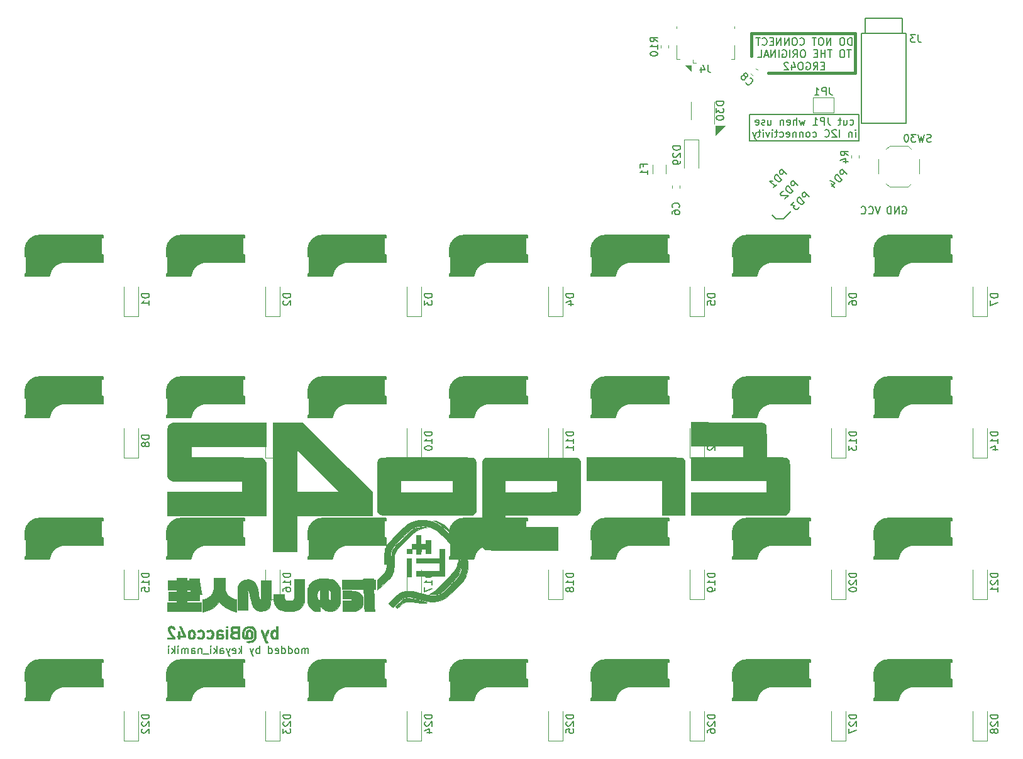
<source format=gbo>
G04 #@! TF.GenerationSoftware,KiCad,Pcbnew,5.1.5*
G04 #@! TF.CreationDate,2020-01-30T11:23:40+09:00*
G04 #@! TF.ProjectId,ergo42,6572676f-3432-42e6-9b69-6361645f7063,1.0.0-alpha*
G04 #@! TF.SameCoordinates,Original*
G04 #@! TF.FileFunction,Legend,Bot*
G04 #@! TF.FilePolarity,Positive*
%FSLAX46Y46*%
G04 Gerber Fmt 4.6, Leading zero omitted, Abs format (unit mm)*
G04 Created by KiCad (PCBNEW 5.1.5) date 2020-01-30 11:23:40*
%MOMM*%
%LPD*%
G04 APERTURE LIST*
%ADD10C,0.400000*%
%ADD11C,0.150000*%
%ADD12C,0.100000*%
%ADD13C,0.010000*%
%ADD14C,0.120000*%
%ADD15C,0.300000*%
%ADD16C,0.800000*%
%ADD17C,3.000000*%
%ADD18C,0.500000*%
%ADD19C,1.000000*%
%ADD20C,3.500000*%
G04 APERTURE END LIST*
D10*
X190373000Y-45212000D02*
X178689000Y-45212000D01*
X176403000Y-39878000D02*
X176403000Y-42926000D01*
X190373000Y-39878000D02*
X176403000Y-39878000D01*
X190373000Y-45212000D02*
X190373000Y-39878000D01*
D11*
X189895952Y-41474380D02*
X189895952Y-40474380D01*
X189657857Y-40474380D01*
X189515000Y-40522000D01*
X189419761Y-40617238D01*
X189372142Y-40712476D01*
X189324523Y-40902952D01*
X189324523Y-41045809D01*
X189372142Y-41236285D01*
X189419761Y-41331523D01*
X189515000Y-41426761D01*
X189657857Y-41474380D01*
X189895952Y-41474380D01*
X188705476Y-40474380D02*
X188515000Y-40474380D01*
X188419761Y-40522000D01*
X188324523Y-40617238D01*
X188276904Y-40807714D01*
X188276904Y-41141047D01*
X188324523Y-41331523D01*
X188419761Y-41426761D01*
X188515000Y-41474380D01*
X188705476Y-41474380D01*
X188800714Y-41426761D01*
X188895952Y-41331523D01*
X188943571Y-41141047D01*
X188943571Y-40807714D01*
X188895952Y-40617238D01*
X188800714Y-40522000D01*
X188705476Y-40474380D01*
X187086428Y-41474380D02*
X187086428Y-40474380D01*
X186515000Y-41474380D01*
X186515000Y-40474380D01*
X185848333Y-40474380D02*
X185657857Y-40474380D01*
X185562619Y-40522000D01*
X185467380Y-40617238D01*
X185419761Y-40807714D01*
X185419761Y-41141047D01*
X185467380Y-41331523D01*
X185562619Y-41426761D01*
X185657857Y-41474380D01*
X185848333Y-41474380D01*
X185943571Y-41426761D01*
X186038809Y-41331523D01*
X186086428Y-41141047D01*
X186086428Y-40807714D01*
X186038809Y-40617238D01*
X185943571Y-40522000D01*
X185848333Y-40474380D01*
X185134047Y-40474380D02*
X184562619Y-40474380D01*
X184848333Y-41474380D02*
X184848333Y-40474380D01*
X182895952Y-41379142D02*
X182943571Y-41426761D01*
X183086428Y-41474380D01*
X183181666Y-41474380D01*
X183324523Y-41426761D01*
X183419761Y-41331523D01*
X183467380Y-41236285D01*
X183515000Y-41045809D01*
X183515000Y-40902952D01*
X183467380Y-40712476D01*
X183419761Y-40617238D01*
X183324523Y-40522000D01*
X183181666Y-40474380D01*
X183086428Y-40474380D01*
X182943571Y-40522000D01*
X182895952Y-40569619D01*
X182276904Y-40474380D02*
X182086428Y-40474380D01*
X181991190Y-40522000D01*
X181895952Y-40617238D01*
X181848333Y-40807714D01*
X181848333Y-41141047D01*
X181895952Y-41331523D01*
X181991190Y-41426761D01*
X182086428Y-41474380D01*
X182276904Y-41474380D01*
X182372142Y-41426761D01*
X182467380Y-41331523D01*
X182515000Y-41141047D01*
X182515000Y-40807714D01*
X182467380Y-40617238D01*
X182372142Y-40522000D01*
X182276904Y-40474380D01*
X181419761Y-41474380D02*
X181419761Y-40474380D01*
X180848333Y-41474380D01*
X180848333Y-40474380D01*
X180372142Y-41474380D02*
X180372142Y-40474380D01*
X179800714Y-41474380D01*
X179800714Y-40474380D01*
X179324523Y-40950571D02*
X178991190Y-40950571D01*
X178848333Y-41474380D02*
X179324523Y-41474380D01*
X179324523Y-40474380D01*
X178848333Y-40474380D01*
X177848333Y-41379142D02*
X177895952Y-41426761D01*
X178038809Y-41474380D01*
X178134047Y-41474380D01*
X178276904Y-41426761D01*
X178372142Y-41331523D01*
X178419761Y-41236285D01*
X178467380Y-41045809D01*
X178467380Y-40902952D01*
X178419761Y-40712476D01*
X178372142Y-40617238D01*
X178276904Y-40522000D01*
X178134047Y-40474380D01*
X178038809Y-40474380D01*
X177895952Y-40522000D01*
X177848333Y-40569619D01*
X177562619Y-40474380D02*
X176991190Y-40474380D01*
X177276904Y-41474380D02*
X177276904Y-40474380D01*
X189800714Y-42124380D02*
X189229285Y-42124380D01*
X189515000Y-43124380D02*
X189515000Y-42124380D01*
X188705476Y-42124380D02*
X188515000Y-42124380D01*
X188419761Y-42172000D01*
X188324523Y-42267238D01*
X188276904Y-42457714D01*
X188276904Y-42791047D01*
X188324523Y-42981523D01*
X188419761Y-43076761D01*
X188515000Y-43124380D01*
X188705476Y-43124380D01*
X188800714Y-43076761D01*
X188895952Y-42981523D01*
X188943571Y-42791047D01*
X188943571Y-42457714D01*
X188895952Y-42267238D01*
X188800714Y-42172000D01*
X188705476Y-42124380D01*
X187229285Y-42124380D02*
X186657857Y-42124380D01*
X186943571Y-43124380D02*
X186943571Y-42124380D01*
X186324523Y-43124380D02*
X186324523Y-42124380D01*
X186324523Y-42600571D02*
X185753095Y-42600571D01*
X185753095Y-43124380D02*
X185753095Y-42124380D01*
X185276904Y-42600571D02*
X184943571Y-42600571D01*
X184800714Y-43124380D02*
X185276904Y-43124380D01*
X185276904Y-42124380D01*
X184800714Y-42124380D01*
X183419761Y-42124380D02*
X183229285Y-42124380D01*
X183134047Y-42172000D01*
X183038809Y-42267238D01*
X182991190Y-42457714D01*
X182991190Y-42791047D01*
X183038809Y-42981523D01*
X183134047Y-43076761D01*
X183229285Y-43124380D01*
X183419761Y-43124380D01*
X183515000Y-43076761D01*
X183610238Y-42981523D01*
X183657857Y-42791047D01*
X183657857Y-42457714D01*
X183610238Y-42267238D01*
X183515000Y-42172000D01*
X183419761Y-42124380D01*
X181991190Y-43124380D02*
X182324523Y-42648190D01*
X182562619Y-43124380D02*
X182562619Y-42124380D01*
X182181666Y-42124380D01*
X182086428Y-42172000D01*
X182038809Y-42219619D01*
X181991190Y-42314857D01*
X181991190Y-42457714D01*
X182038809Y-42552952D01*
X182086428Y-42600571D01*
X182181666Y-42648190D01*
X182562619Y-42648190D01*
X181562619Y-43124380D02*
X181562619Y-42124380D01*
X180562619Y-42172000D02*
X180657857Y-42124380D01*
X180800714Y-42124380D01*
X180943571Y-42172000D01*
X181038809Y-42267238D01*
X181086428Y-42362476D01*
X181134047Y-42552952D01*
X181134047Y-42695809D01*
X181086428Y-42886285D01*
X181038809Y-42981523D01*
X180943571Y-43076761D01*
X180800714Y-43124380D01*
X180705476Y-43124380D01*
X180562619Y-43076761D01*
X180515000Y-43029142D01*
X180515000Y-42695809D01*
X180705476Y-42695809D01*
X180086428Y-43124380D02*
X180086428Y-42124380D01*
X179610238Y-43124380D02*
X179610238Y-42124380D01*
X179038809Y-43124380D01*
X179038809Y-42124380D01*
X178610238Y-42838666D02*
X178134047Y-42838666D01*
X178705476Y-43124380D02*
X178372142Y-42124380D01*
X178038809Y-43124380D01*
X177229285Y-43124380D02*
X177705476Y-43124380D01*
X177705476Y-42124380D01*
X186205476Y-44250571D02*
X185872142Y-44250571D01*
X185729285Y-44774380D02*
X186205476Y-44774380D01*
X186205476Y-43774380D01*
X185729285Y-43774380D01*
X184729285Y-44774380D02*
X185062619Y-44298190D01*
X185300714Y-44774380D02*
X185300714Y-43774380D01*
X184919761Y-43774380D01*
X184824523Y-43822000D01*
X184776904Y-43869619D01*
X184729285Y-43964857D01*
X184729285Y-44107714D01*
X184776904Y-44202952D01*
X184824523Y-44250571D01*
X184919761Y-44298190D01*
X185300714Y-44298190D01*
X183776904Y-43822000D02*
X183872142Y-43774380D01*
X184015000Y-43774380D01*
X184157857Y-43822000D01*
X184253095Y-43917238D01*
X184300714Y-44012476D01*
X184348333Y-44202952D01*
X184348333Y-44345809D01*
X184300714Y-44536285D01*
X184253095Y-44631523D01*
X184157857Y-44726761D01*
X184015000Y-44774380D01*
X183919761Y-44774380D01*
X183776904Y-44726761D01*
X183729285Y-44679142D01*
X183729285Y-44345809D01*
X183919761Y-44345809D01*
X183110238Y-43774380D02*
X182919761Y-43774380D01*
X182824523Y-43822000D01*
X182729285Y-43917238D01*
X182681666Y-44107714D01*
X182681666Y-44441047D01*
X182729285Y-44631523D01*
X182824523Y-44726761D01*
X182919761Y-44774380D01*
X183110238Y-44774380D01*
X183205476Y-44726761D01*
X183300714Y-44631523D01*
X183348333Y-44441047D01*
X183348333Y-44107714D01*
X183300714Y-43917238D01*
X183205476Y-43822000D01*
X183110238Y-43774380D01*
X181824523Y-44107714D02*
X181824523Y-44774380D01*
X182062619Y-43726761D02*
X182300714Y-44441047D01*
X181681666Y-44441047D01*
X181348333Y-43869619D02*
X181300714Y-43822000D01*
X181205476Y-43774380D01*
X180967380Y-43774380D01*
X180872142Y-43822000D01*
X180824523Y-43869619D01*
X180776904Y-43964857D01*
X180776904Y-44060095D01*
X180824523Y-44202952D01*
X181395952Y-44774380D01*
X180776904Y-44774380D01*
X181737000Y-63881000D02*
X180721000Y-64897000D01*
X179705000Y-64897000D02*
X180721000Y-64897000D01*
X179197000Y-64389000D02*
X179705000Y-64897000D01*
X184202347Y-61928416D02*
X183495240Y-61221309D01*
X183225866Y-61490683D01*
X183192194Y-61591698D01*
X183192194Y-61659042D01*
X183225866Y-61760057D01*
X183326881Y-61861072D01*
X183427896Y-61894744D01*
X183495240Y-61894744D01*
X183596255Y-61861072D01*
X183865629Y-61591698D01*
X183495240Y-62635522D02*
X182788133Y-61928416D01*
X182619774Y-62096774D01*
X182552431Y-62231461D01*
X182552431Y-62366148D01*
X182586103Y-62467164D01*
X182687118Y-62635522D01*
X182788133Y-62736538D01*
X182956492Y-62837553D01*
X183057507Y-62871225D01*
X183192194Y-62871225D01*
X183326881Y-62803881D01*
X183495240Y-62635522D01*
X182148370Y-62568179D02*
X181710637Y-63005912D01*
X182215713Y-63039583D01*
X182114698Y-63140599D01*
X182081026Y-63241614D01*
X182081026Y-63308957D01*
X182114698Y-63409973D01*
X182283057Y-63578331D01*
X182384072Y-63612003D01*
X182451416Y-63612003D01*
X182552431Y-63578331D01*
X182754461Y-63376301D01*
X182788133Y-63275286D01*
X182788133Y-63207942D01*
X182678347Y-60404416D02*
X181971240Y-59697309D01*
X181701866Y-59966683D01*
X181668194Y-60067698D01*
X181668194Y-60135042D01*
X181701866Y-60236057D01*
X181802881Y-60337072D01*
X181903896Y-60370744D01*
X181971240Y-60370744D01*
X182072255Y-60337072D01*
X182341629Y-60067698D01*
X181971240Y-61111522D02*
X181264133Y-60404416D01*
X181095774Y-60572774D01*
X181028431Y-60707461D01*
X181028431Y-60842148D01*
X181062103Y-60943164D01*
X181163118Y-61111522D01*
X181264133Y-61212538D01*
X181432492Y-61313553D01*
X181533507Y-61347225D01*
X181668194Y-61347225D01*
X181802881Y-61279881D01*
X181971240Y-61111522D01*
X180658042Y-61145194D02*
X180590698Y-61145194D01*
X180489683Y-61178866D01*
X180321324Y-61347225D01*
X180287652Y-61448240D01*
X180287652Y-61515583D01*
X180321324Y-61616599D01*
X180388668Y-61683942D01*
X180523355Y-61751286D01*
X181331477Y-61751286D01*
X180893744Y-62189018D01*
X181154347Y-58880416D02*
X180447240Y-58173309D01*
X180177866Y-58442683D01*
X180144194Y-58543698D01*
X180144194Y-58611042D01*
X180177866Y-58712057D01*
X180278881Y-58813072D01*
X180379896Y-58846744D01*
X180447240Y-58846744D01*
X180548255Y-58813072D01*
X180817629Y-58543698D01*
X180447240Y-59587522D02*
X179740133Y-58880416D01*
X179571774Y-59048774D01*
X179504431Y-59183461D01*
X179504431Y-59318148D01*
X179538103Y-59419164D01*
X179639118Y-59587522D01*
X179740133Y-59688538D01*
X179908492Y-59789553D01*
X180009507Y-59823225D01*
X180144194Y-59823225D01*
X180278881Y-59755881D01*
X180447240Y-59587522D01*
X179369744Y-60665018D02*
X179773805Y-60260957D01*
X179571774Y-60462988D02*
X178864668Y-59755881D01*
X179033026Y-59789553D01*
X179167713Y-59789553D01*
X179268729Y-59755881D01*
X116719761Y-123388380D02*
X116719761Y-122721714D01*
X116719761Y-122816952D02*
X116672142Y-122769333D01*
X116576904Y-122721714D01*
X116434047Y-122721714D01*
X116338809Y-122769333D01*
X116291190Y-122864571D01*
X116291190Y-123388380D01*
X116291190Y-122864571D02*
X116243571Y-122769333D01*
X116148333Y-122721714D01*
X116005476Y-122721714D01*
X115910238Y-122769333D01*
X115862619Y-122864571D01*
X115862619Y-123388380D01*
X115243571Y-123388380D02*
X115338809Y-123340761D01*
X115386428Y-123293142D01*
X115434047Y-123197904D01*
X115434047Y-122912190D01*
X115386428Y-122816952D01*
X115338809Y-122769333D01*
X115243571Y-122721714D01*
X115100714Y-122721714D01*
X115005476Y-122769333D01*
X114957857Y-122816952D01*
X114910238Y-122912190D01*
X114910238Y-123197904D01*
X114957857Y-123293142D01*
X115005476Y-123340761D01*
X115100714Y-123388380D01*
X115243571Y-123388380D01*
X114053095Y-123388380D02*
X114053095Y-122388380D01*
X114053095Y-123340761D02*
X114148333Y-123388380D01*
X114338809Y-123388380D01*
X114434047Y-123340761D01*
X114481666Y-123293142D01*
X114529285Y-123197904D01*
X114529285Y-122912190D01*
X114481666Y-122816952D01*
X114434047Y-122769333D01*
X114338809Y-122721714D01*
X114148333Y-122721714D01*
X114053095Y-122769333D01*
X113148333Y-123388380D02*
X113148333Y-122388380D01*
X113148333Y-123340761D02*
X113243571Y-123388380D01*
X113434047Y-123388380D01*
X113529285Y-123340761D01*
X113576904Y-123293142D01*
X113624523Y-123197904D01*
X113624523Y-122912190D01*
X113576904Y-122816952D01*
X113529285Y-122769333D01*
X113434047Y-122721714D01*
X113243571Y-122721714D01*
X113148333Y-122769333D01*
X112291190Y-123340761D02*
X112386428Y-123388380D01*
X112576904Y-123388380D01*
X112672142Y-123340761D01*
X112719761Y-123245523D01*
X112719761Y-122864571D01*
X112672142Y-122769333D01*
X112576904Y-122721714D01*
X112386428Y-122721714D01*
X112291190Y-122769333D01*
X112243571Y-122864571D01*
X112243571Y-122959809D01*
X112719761Y-123055047D01*
X111386428Y-123388380D02*
X111386428Y-122388380D01*
X111386428Y-123340761D02*
X111481666Y-123388380D01*
X111672142Y-123388380D01*
X111767380Y-123340761D01*
X111815000Y-123293142D01*
X111862619Y-123197904D01*
X111862619Y-122912190D01*
X111815000Y-122816952D01*
X111767380Y-122769333D01*
X111672142Y-122721714D01*
X111481666Y-122721714D01*
X111386428Y-122769333D01*
X110148333Y-123388380D02*
X110148333Y-122388380D01*
X110148333Y-122769333D02*
X110053095Y-122721714D01*
X109862619Y-122721714D01*
X109767380Y-122769333D01*
X109719761Y-122816952D01*
X109672142Y-122912190D01*
X109672142Y-123197904D01*
X109719761Y-123293142D01*
X109767380Y-123340761D01*
X109862619Y-123388380D01*
X110053095Y-123388380D01*
X110148333Y-123340761D01*
X109338809Y-122721714D02*
X109100714Y-123388380D01*
X108862619Y-122721714D02*
X109100714Y-123388380D01*
X109195952Y-123626476D01*
X109243571Y-123674095D01*
X109338809Y-123721714D01*
X107719761Y-123388380D02*
X107719761Y-122388380D01*
X107624523Y-123007428D02*
X107338809Y-123388380D01*
X107338809Y-122721714D02*
X107719761Y-123102666D01*
X106529285Y-123340761D02*
X106624523Y-123388380D01*
X106815000Y-123388380D01*
X106910238Y-123340761D01*
X106957857Y-123245523D01*
X106957857Y-122864571D01*
X106910238Y-122769333D01*
X106815000Y-122721714D01*
X106624523Y-122721714D01*
X106529285Y-122769333D01*
X106481666Y-122864571D01*
X106481666Y-122959809D01*
X106957857Y-123055047D01*
X106148333Y-122721714D02*
X105910238Y-123388380D01*
X105672142Y-122721714D02*
X105910238Y-123388380D01*
X106005476Y-123626476D01*
X106053095Y-123674095D01*
X106148333Y-123721714D01*
X104862619Y-123388380D02*
X104862619Y-122864571D01*
X104910238Y-122769333D01*
X105005476Y-122721714D01*
X105195952Y-122721714D01*
X105291190Y-122769333D01*
X104862619Y-123340761D02*
X104957857Y-123388380D01*
X105195952Y-123388380D01*
X105291190Y-123340761D01*
X105338809Y-123245523D01*
X105338809Y-123150285D01*
X105291190Y-123055047D01*
X105195952Y-123007428D01*
X104957857Y-123007428D01*
X104862619Y-122959809D01*
X104386428Y-123388380D02*
X104386428Y-122388380D01*
X104291190Y-123007428D02*
X104005476Y-123388380D01*
X104005476Y-122721714D02*
X104386428Y-123102666D01*
X103576904Y-123388380D02*
X103576904Y-122721714D01*
X103576904Y-122388380D02*
X103624523Y-122436000D01*
X103576904Y-122483619D01*
X103529285Y-122436000D01*
X103576904Y-122388380D01*
X103576904Y-122483619D01*
X103338809Y-123483619D02*
X102576904Y-123483619D01*
X102338809Y-122721714D02*
X102338809Y-123388380D01*
X102338809Y-122816952D02*
X102291190Y-122769333D01*
X102195952Y-122721714D01*
X102053095Y-122721714D01*
X101957857Y-122769333D01*
X101910238Y-122864571D01*
X101910238Y-123388380D01*
X101005476Y-123388380D02*
X101005476Y-122864571D01*
X101053095Y-122769333D01*
X101148333Y-122721714D01*
X101338809Y-122721714D01*
X101434047Y-122769333D01*
X101005476Y-123340761D02*
X101100714Y-123388380D01*
X101338809Y-123388380D01*
X101434047Y-123340761D01*
X101481666Y-123245523D01*
X101481666Y-123150285D01*
X101434047Y-123055047D01*
X101338809Y-123007428D01*
X101100714Y-123007428D01*
X101005476Y-122959809D01*
X100529285Y-123388380D02*
X100529285Y-122721714D01*
X100529285Y-122816952D02*
X100481666Y-122769333D01*
X100386428Y-122721714D01*
X100243571Y-122721714D01*
X100148333Y-122769333D01*
X100100714Y-122864571D01*
X100100714Y-123388380D01*
X100100714Y-122864571D02*
X100053095Y-122769333D01*
X99957857Y-122721714D01*
X99815000Y-122721714D01*
X99719761Y-122769333D01*
X99672142Y-122864571D01*
X99672142Y-123388380D01*
X99195952Y-123388380D02*
X99195952Y-122721714D01*
X99195952Y-122388380D02*
X99243571Y-122436000D01*
X99195952Y-122483619D01*
X99148333Y-122436000D01*
X99195952Y-122388380D01*
X99195952Y-122483619D01*
X98719761Y-123388380D02*
X98719761Y-122388380D01*
X98624523Y-123007428D02*
X98338809Y-123388380D01*
X98338809Y-122721714D02*
X98719761Y-123102666D01*
X97910238Y-123388380D02*
X97910238Y-122721714D01*
X97910238Y-122388380D02*
X97957857Y-122436000D01*
X97910238Y-122483619D01*
X97862619Y-122436000D01*
X97910238Y-122388380D01*
X97910238Y-122483619D01*
X176149000Y-54356000D02*
X176149000Y-50800000D01*
X190881000Y-54356000D02*
X176149000Y-54356000D01*
X190881000Y-50800000D02*
X190881000Y-54356000D01*
X176149000Y-50800000D02*
X190881000Y-50800000D01*
X189282347Y-58880416D02*
X188575240Y-58173309D01*
X188305866Y-58442683D01*
X188272194Y-58543698D01*
X188272194Y-58611042D01*
X188305866Y-58712057D01*
X188406881Y-58813072D01*
X188507896Y-58846744D01*
X188575240Y-58846744D01*
X188676255Y-58813072D01*
X188945629Y-58543698D01*
X188575240Y-59587522D02*
X187868133Y-58880416D01*
X187699774Y-59048774D01*
X187632431Y-59183461D01*
X187632431Y-59318148D01*
X187666103Y-59419164D01*
X187767118Y-59587522D01*
X187868133Y-59688538D01*
X188036492Y-59789553D01*
X188137507Y-59823225D01*
X188272194Y-59823225D01*
X188406881Y-59755881D01*
X188575240Y-59587522D01*
X187093683Y-60126270D02*
X187565087Y-60597675D01*
X186992668Y-59688538D02*
X187666103Y-60025255D01*
X187228370Y-60462988D01*
X196722904Y-63254000D02*
X196818142Y-63206380D01*
X196961000Y-63206380D01*
X197103857Y-63254000D01*
X197199095Y-63349238D01*
X197246714Y-63444476D01*
X197294333Y-63634952D01*
X197294333Y-63777809D01*
X197246714Y-63968285D01*
X197199095Y-64063523D01*
X197103857Y-64158761D01*
X196961000Y-64206380D01*
X196865761Y-64206380D01*
X196722904Y-64158761D01*
X196675285Y-64111142D01*
X196675285Y-63777809D01*
X196865761Y-63777809D01*
X196246714Y-64206380D02*
X196246714Y-63206380D01*
X195675285Y-64206380D01*
X195675285Y-63206380D01*
X195199095Y-64206380D02*
X195199095Y-63206380D01*
X194961000Y-63206380D01*
X194818142Y-63254000D01*
X194722904Y-63349238D01*
X194675285Y-63444476D01*
X194627666Y-63634952D01*
X194627666Y-63777809D01*
X194675285Y-63968285D01*
X194722904Y-64063523D01*
X194818142Y-64158761D01*
X194961000Y-64206380D01*
X195199095Y-64206380D01*
X193738333Y-63206380D02*
X193405000Y-64206380D01*
X193071666Y-63206380D01*
X192166904Y-64111142D02*
X192214523Y-64158761D01*
X192357380Y-64206380D01*
X192452619Y-64206380D01*
X192595476Y-64158761D01*
X192690714Y-64063523D01*
X192738333Y-63968285D01*
X192785952Y-63777809D01*
X192785952Y-63634952D01*
X192738333Y-63444476D01*
X192690714Y-63349238D01*
X192595476Y-63254000D01*
X192452619Y-63206380D01*
X192357380Y-63206380D01*
X192214523Y-63254000D01*
X192166904Y-63301619D01*
X191166904Y-64111142D02*
X191214523Y-64158761D01*
X191357380Y-64206380D01*
X191452619Y-64206380D01*
X191595476Y-64158761D01*
X191690714Y-64063523D01*
X191738333Y-63968285D01*
X191785952Y-63777809D01*
X191785952Y-63634952D01*
X191738333Y-63444476D01*
X191690714Y-63349238D01*
X191595476Y-63254000D01*
X191452619Y-63206380D01*
X191357380Y-63206380D01*
X191214523Y-63254000D01*
X191166904Y-63301619D01*
X189657857Y-52157761D02*
X189753095Y-52205380D01*
X189943571Y-52205380D01*
X190038809Y-52157761D01*
X190086428Y-52110142D01*
X190134047Y-52014904D01*
X190134047Y-51729190D01*
X190086428Y-51633952D01*
X190038809Y-51586333D01*
X189943571Y-51538714D01*
X189753095Y-51538714D01*
X189657857Y-51586333D01*
X188800714Y-51538714D02*
X188800714Y-52205380D01*
X189229285Y-51538714D02*
X189229285Y-52062523D01*
X189181666Y-52157761D01*
X189086428Y-52205380D01*
X188943571Y-52205380D01*
X188848333Y-52157761D01*
X188800714Y-52110142D01*
X188467380Y-51538714D02*
X188086428Y-51538714D01*
X188324523Y-51205380D02*
X188324523Y-52062523D01*
X188276904Y-52157761D01*
X188181666Y-52205380D01*
X188086428Y-52205380D01*
X186705476Y-51205380D02*
X186705476Y-51919666D01*
X186753095Y-52062523D01*
X186848333Y-52157761D01*
X186991190Y-52205380D01*
X187086428Y-52205380D01*
X186229285Y-52205380D02*
X186229285Y-51205380D01*
X185848333Y-51205380D01*
X185753095Y-51253000D01*
X185705476Y-51300619D01*
X185657857Y-51395857D01*
X185657857Y-51538714D01*
X185705476Y-51633952D01*
X185753095Y-51681571D01*
X185848333Y-51729190D01*
X186229285Y-51729190D01*
X184705476Y-52205380D02*
X185276904Y-52205380D01*
X184991190Y-52205380D02*
X184991190Y-51205380D01*
X185086428Y-51348238D01*
X185181666Y-51443476D01*
X185276904Y-51491095D01*
X183610238Y-51538714D02*
X183419761Y-52205380D01*
X183229285Y-51729190D01*
X183038809Y-52205380D01*
X182848333Y-51538714D01*
X182467380Y-52205380D02*
X182467380Y-51205380D01*
X182038809Y-52205380D02*
X182038809Y-51681571D01*
X182086428Y-51586333D01*
X182181666Y-51538714D01*
X182324523Y-51538714D01*
X182419761Y-51586333D01*
X182467380Y-51633952D01*
X181181666Y-52157761D02*
X181276904Y-52205380D01*
X181467380Y-52205380D01*
X181562619Y-52157761D01*
X181610238Y-52062523D01*
X181610238Y-51681571D01*
X181562619Y-51586333D01*
X181467380Y-51538714D01*
X181276904Y-51538714D01*
X181181666Y-51586333D01*
X181134047Y-51681571D01*
X181134047Y-51776809D01*
X181610238Y-51872047D01*
X180705476Y-51538714D02*
X180705476Y-52205380D01*
X180705476Y-51633952D02*
X180657857Y-51586333D01*
X180562619Y-51538714D01*
X180419761Y-51538714D01*
X180324523Y-51586333D01*
X180276904Y-51681571D01*
X180276904Y-52205380D01*
X178610238Y-51538714D02*
X178610238Y-52205380D01*
X179038809Y-51538714D02*
X179038809Y-52062523D01*
X178991190Y-52157761D01*
X178895952Y-52205380D01*
X178753095Y-52205380D01*
X178657857Y-52157761D01*
X178610238Y-52110142D01*
X178181666Y-52157761D02*
X178086428Y-52205380D01*
X177895952Y-52205380D01*
X177800714Y-52157761D01*
X177753095Y-52062523D01*
X177753095Y-52014904D01*
X177800714Y-51919666D01*
X177895952Y-51872047D01*
X178038809Y-51872047D01*
X178134047Y-51824428D01*
X178181666Y-51729190D01*
X178181666Y-51681571D01*
X178134047Y-51586333D01*
X178038809Y-51538714D01*
X177895952Y-51538714D01*
X177800714Y-51586333D01*
X176943571Y-52157761D02*
X177038809Y-52205380D01*
X177229285Y-52205380D01*
X177324523Y-52157761D01*
X177372142Y-52062523D01*
X177372142Y-51681571D01*
X177324523Y-51586333D01*
X177229285Y-51538714D01*
X177038809Y-51538714D01*
X176943571Y-51586333D01*
X176895952Y-51681571D01*
X176895952Y-51776809D01*
X177372142Y-51872047D01*
X190395952Y-53855380D02*
X190395952Y-53188714D01*
X190395952Y-52855380D02*
X190443571Y-52903000D01*
X190395952Y-52950619D01*
X190348333Y-52903000D01*
X190395952Y-52855380D01*
X190395952Y-52950619D01*
X189919761Y-53188714D02*
X189919761Y-53855380D01*
X189919761Y-53283952D02*
X189872142Y-53236333D01*
X189776904Y-53188714D01*
X189634047Y-53188714D01*
X189538809Y-53236333D01*
X189491190Y-53331571D01*
X189491190Y-53855380D01*
X188253095Y-53855380D02*
X188253095Y-52855380D01*
X187824523Y-52950619D02*
X187776904Y-52903000D01*
X187681666Y-52855380D01*
X187443571Y-52855380D01*
X187348333Y-52903000D01*
X187300714Y-52950619D01*
X187253095Y-53045857D01*
X187253095Y-53141095D01*
X187300714Y-53283952D01*
X187872142Y-53855380D01*
X187253095Y-53855380D01*
X186253095Y-53760142D02*
X186300714Y-53807761D01*
X186443571Y-53855380D01*
X186538809Y-53855380D01*
X186681666Y-53807761D01*
X186776904Y-53712523D01*
X186824523Y-53617285D01*
X186872142Y-53426809D01*
X186872142Y-53283952D01*
X186824523Y-53093476D01*
X186776904Y-52998238D01*
X186681666Y-52903000D01*
X186538809Y-52855380D01*
X186443571Y-52855380D01*
X186300714Y-52903000D01*
X186253095Y-52950619D01*
X184634047Y-53807761D02*
X184729285Y-53855380D01*
X184919761Y-53855380D01*
X185015000Y-53807761D01*
X185062619Y-53760142D01*
X185110238Y-53664904D01*
X185110238Y-53379190D01*
X185062619Y-53283952D01*
X185015000Y-53236333D01*
X184919761Y-53188714D01*
X184729285Y-53188714D01*
X184634047Y-53236333D01*
X184062619Y-53855380D02*
X184157857Y-53807761D01*
X184205476Y-53760142D01*
X184253095Y-53664904D01*
X184253095Y-53379190D01*
X184205476Y-53283952D01*
X184157857Y-53236333D01*
X184062619Y-53188714D01*
X183919761Y-53188714D01*
X183824523Y-53236333D01*
X183776904Y-53283952D01*
X183729285Y-53379190D01*
X183729285Y-53664904D01*
X183776904Y-53760142D01*
X183824523Y-53807761D01*
X183919761Y-53855380D01*
X184062619Y-53855380D01*
X183300714Y-53188714D02*
X183300714Y-53855380D01*
X183300714Y-53283952D02*
X183253095Y-53236333D01*
X183157857Y-53188714D01*
X183015000Y-53188714D01*
X182919761Y-53236333D01*
X182872142Y-53331571D01*
X182872142Y-53855380D01*
X182395952Y-53188714D02*
X182395952Y-53855380D01*
X182395952Y-53283952D02*
X182348333Y-53236333D01*
X182253095Y-53188714D01*
X182110238Y-53188714D01*
X182015000Y-53236333D01*
X181967380Y-53331571D01*
X181967380Y-53855380D01*
X181110238Y-53807761D02*
X181205476Y-53855380D01*
X181395952Y-53855380D01*
X181491190Y-53807761D01*
X181538809Y-53712523D01*
X181538809Y-53331571D01*
X181491190Y-53236333D01*
X181395952Y-53188714D01*
X181205476Y-53188714D01*
X181110238Y-53236333D01*
X181062619Y-53331571D01*
X181062619Y-53426809D01*
X181538809Y-53522047D01*
X180205476Y-53807761D02*
X180300714Y-53855380D01*
X180491190Y-53855380D01*
X180586428Y-53807761D01*
X180634047Y-53760142D01*
X180681666Y-53664904D01*
X180681666Y-53379190D01*
X180634047Y-53283952D01*
X180586428Y-53236333D01*
X180491190Y-53188714D01*
X180300714Y-53188714D01*
X180205476Y-53236333D01*
X179919761Y-53188714D02*
X179538809Y-53188714D01*
X179776904Y-52855380D02*
X179776904Y-53712523D01*
X179729285Y-53807761D01*
X179634047Y-53855380D01*
X179538809Y-53855380D01*
X179205476Y-53855380D02*
X179205476Y-53188714D01*
X179205476Y-52855380D02*
X179253095Y-52903000D01*
X179205476Y-52950619D01*
X179157857Y-52903000D01*
X179205476Y-52855380D01*
X179205476Y-52950619D01*
X178824523Y-53188714D02*
X178586428Y-53855380D01*
X178348333Y-53188714D01*
X177967380Y-53855380D02*
X177967380Y-53188714D01*
X177967380Y-52855380D02*
X178015000Y-52903000D01*
X177967380Y-52950619D01*
X177919761Y-52903000D01*
X177967380Y-52855380D01*
X177967380Y-52950619D01*
X177634047Y-53188714D02*
X177253095Y-53188714D01*
X177491190Y-52855380D02*
X177491190Y-53712523D01*
X177443571Y-53807761D01*
X177348333Y-53855380D01*
X177253095Y-53855380D01*
X177015000Y-53188714D02*
X176776904Y-53855380D01*
X176538809Y-53188714D02*
X176776904Y-53855380D01*
X176872142Y-54093476D01*
X176919761Y-54141095D01*
X177015000Y-54188714D01*
D12*
G36*
X168275000Y-44958000D02*
G01*
X167513000Y-44196000D01*
X168275000Y-44196000D01*
X168275000Y-44958000D01*
G37*
X168275000Y-44958000D02*
X167513000Y-44196000D01*
X168275000Y-44196000D01*
X168275000Y-44958000D01*
G36*
X171577000Y-53594000D02*
G01*
X171577000Y-52324000D01*
X172847000Y-52324000D01*
X171577000Y-53594000D01*
G37*
X171577000Y-53594000D02*
X171577000Y-52324000D01*
X172847000Y-52324000D01*
X171577000Y-53594000D01*
D13*
G36*
X129684462Y-96968899D02*
G01*
X129128515Y-96969649D01*
X128638417Y-96971051D01*
X128209820Y-96973283D01*
X127838378Y-96976522D01*
X127519743Y-96980945D01*
X127249568Y-96986730D01*
X127023505Y-96994053D01*
X126837207Y-97003093D01*
X126686326Y-97014027D01*
X126566516Y-97027031D01*
X126473428Y-97042283D01*
X126402716Y-97059961D01*
X126350032Y-97080241D01*
X126311029Y-97103301D01*
X126281359Y-97129318D01*
X126256675Y-97158470D01*
X126232630Y-97190934D01*
X126204876Y-97226887D01*
X126200590Y-97232039D01*
X126110636Y-97367453D01*
X126043726Y-97516422D01*
X126039783Y-97529215D01*
X126029766Y-97602338D01*
X126021349Y-97748619D01*
X126014514Y-97969856D01*
X126009243Y-98267849D01*
X126005518Y-98644397D01*
X126003322Y-99101298D01*
X126002636Y-99640351D01*
X126003444Y-100263355D01*
X126005728Y-100972109D01*
X126005771Y-100982854D01*
X126019034Y-104274242D01*
X126153527Y-104442509D01*
X126186486Y-104487014D01*
X126213584Y-104527239D01*
X126239170Y-104563398D01*
X126267593Y-104595705D01*
X126303202Y-104624374D01*
X126350346Y-104649618D01*
X126413373Y-104671653D01*
X126496634Y-104690691D01*
X126604476Y-104706947D01*
X126741250Y-104720634D01*
X126911303Y-104731967D01*
X127118985Y-104741160D01*
X127368645Y-104748426D01*
X127664632Y-104753979D01*
X128011294Y-104758034D01*
X128412982Y-104760804D01*
X128874044Y-104762503D01*
X129398828Y-104763345D01*
X129991684Y-104763544D01*
X130656962Y-104763314D01*
X131399009Y-104762869D01*
X132222175Y-104762423D01*
X132653689Y-104762270D01*
X133528538Y-104761906D01*
X134319777Y-104761286D01*
X135031383Y-104760372D01*
X135667333Y-104759126D01*
X136231602Y-104757507D01*
X136728166Y-104755478D01*
X137161004Y-104753000D01*
X137534090Y-104750035D01*
X137851401Y-104746543D01*
X138116914Y-104742486D01*
X138334605Y-104737825D01*
X138508450Y-104732522D01*
X138642426Y-104726537D01*
X138740509Y-104719833D01*
X138806675Y-104712370D01*
X138844902Y-104704111D01*
X138850413Y-104701982D01*
X139030689Y-104582734D01*
X139177681Y-104413297D01*
X139265601Y-104223950D01*
X139268912Y-104210579D01*
X139275340Y-104139790D01*
X139281467Y-103988752D01*
X139287208Y-103764806D01*
X139292475Y-103475289D01*
X139297179Y-103127539D01*
X139301234Y-102728895D01*
X139304552Y-102286696D01*
X139307045Y-101808279D01*
X139308627Y-101300983D01*
X139309196Y-100832215D01*
X139309402Y-100208146D01*
X139309384Y-100078190D01*
X136157137Y-100078190D01*
X136157137Y-101654742D01*
X129150241Y-101654742D01*
X129150241Y-100078190D01*
X136157137Y-100078190D01*
X139309384Y-100078190D01*
X139309325Y-99665514D01*
X139308574Y-99198167D01*
X139306760Y-98799956D01*
X139303490Y-98464730D01*
X139298376Y-98186339D01*
X139291026Y-97958633D01*
X139281049Y-97775461D01*
X139268056Y-97630673D01*
X139251655Y-97518119D01*
X139231456Y-97431650D01*
X139207069Y-97365113D01*
X139178103Y-97312360D01*
X139144167Y-97267240D01*
X139104871Y-97223603D01*
X139078237Y-97195230D01*
X139050533Y-97163862D01*
X139026020Y-97135525D01*
X139000337Y-97110066D01*
X138969126Y-97087331D01*
X138928025Y-97067167D01*
X138872678Y-97049421D01*
X138798723Y-97033938D01*
X138701801Y-97020564D01*
X138577553Y-97009148D01*
X138421620Y-96999534D01*
X138229641Y-96991569D01*
X137997258Y-96985100D01*
X137720111Y-96979973D01*
X137393840Y-96976034D01*
X137014086Y-96973130D01*
X136576491Y-96971108D01*
X136076693Y-96969813D01*
X135510334Y-96969092D01*
X134873054Y-96968791D01*
X134160494Y-96968758D01*
X133368294Y-96968838D01*
X132653689Y-96968880D01*
X131790872Y-96968792D01*
X131011293Y-96968648D01*
X130310606Y-96968625D01*
X129684462Y-96968899D01*
G37*
X129684462Y-96968899D02*
X129128515Y-96969649D01*
X128638417Y-96971051D01*
X128209820Y-96973283D01*
X127838378Y-96976522D01*
X127519743Y-96980945D01*
X127249568Y-96986730D01*
X127023505Y-96994053D01*
X126837207Y-97003093D01*
X126686326Y-97014027D01*
X126566516Y-97027031D01*
X126473428Y-97042283D01*
X126402716Y-97059961D01*
X126350032Y-97080241D01*
X126311029Y-97103301D01*
X126281359Y-97129318D01*
X126256675Y-97158470D01*
X126232630Y-97190934D01*
X126204876Y-97226887D01*
X126200590Y-97232039D01*
X126110636Y-97367453D01*
X126043726Y-97516422D01*
X126039783Y-97529215D01*
X126029766Y-97602338D01*
X126021349Y-97748619D01*
X126014514Y-97969856D01*
X126009243Y-98267849D01*
X126005518Y-98644397D01*
X126003322Y-99101298D01*
X126002636Y-99640351D01*
X126003444Y-100263355D01*
X126005728Y-100972109D01*
X126005771Y-100982854D01*
X126019034Y-104274242D01*
X126153527Y-104442509D01*
X126186486Y-104487014D01*
X126213584Y-104527239D01*
X126239170Y-104563398D01*
X126267593Y-104595705D01*
X126303202Y-104624374D01*
X126350346Y-104649618D01*
X126413373Y-104671653D01*
X126496634Y-104690691D01*
X126604476Y-104706947D01*
X126741250Y-104720634D01*
X126911303Y-104731967D01*
X127118985Y-104741160D01*
X127368645Y-104748426D01*
X127664632Y-104753979D01*
X128011294Y-104758034D01*
X128412982Y-104760804D01*
X128874044Y-104762503D01*
X129398828Y-104763345D01*
X129991684Y-104763544D01*
X130656962Y-104763314D01*
X131399009Y-104762869D01*
X132222175Y-104762423D01*
X132653689Y-104762270D01*
X133528538Y-104761906D01*
X134319777Y-104761286D01*
X135031383Y-104760372D01*
X135667333Y-104759126D01*
X136231602Y-104757507D01*
X136728166Y-104755478D01*
X137161004Y-104753000D01*
X137534090Y-104750035D01*
X137851401Y-104746543D01*
X138116914Y-104742486D01*
X138334605Y-104737825D01*
X138508450Y-104732522D01*
X138642426Y-104726537D01*
X138740509Y-104719833D01*
X138806675Y-104712370D01*
X138844902Y-104704111D01*
X138850413Y-104701982D01*
X139030689Y-104582734D01*
X139177681Y-104413297D01*
X139265601Y-104223950D01*
X139268912Y-104210579D01*
X139275340Y-104139790D01*
X139281467Y-103988752D01*
X139287208Y-103764806D01*
X139292475Y-103475289D01*
X139297179Y-103127539D01*
X139301234Y-102728895D01*
X139304552Y-102286696D01*
X139307045Y-101808279D01*
X139308627Y-101300983D01*
X139309196Y-100832215D01*
X139309402Y-100208146D01*
X139309384Y-100078190D01*
X136157137Y-100078190D01*
X136157137Y-101654742D01*
X129150241Y-101654742D01*
X129150241Y-100078190D01*
X136157137Y-100078190D01*
X139309384Y-100078190D01*
X139309325Y-99665514D01*
X139308574Y-99198167D01*
X139306760Y-98799956D01*
X139303490Y-98464730D01*
X139298376Y-98186339D01*
X139291026Y-97958633D01*
X139281049Y-97775461D01*
X139268056Y-97630673D01*
X139251655Y-97518119D01*
X139231456Y-97431650D01*
X139207069Y-97365113D01*
X139178103Y-97312360D01*
X139144167Y-97267240D01*
X139104871Y-97223603D01*
X139078237Y-97195230D01*
X139050533Y-97163862D01*
X139026020Y-97135525D01*
X139000337Y-97110066D01*
X138969126Y-97087331D01*
X138928025Y-97067167D01*
X138872678Y-97049421D01*
X138798723Y-97033938D01*
X138701801Y-97020564D01*
X138577553Y-97009148D01*
X138421620Y-96999534D01*
X138229641Y-96991569D01*
X137997258Y-96985100D01*
X137720111Y-96979973D01*
X137393840Y-96976034D01*
X137014086Y-96973130D01*
X136576491Y-96971108D01*
X136076693Y-96969813D01*
X135510334Y-96969092D01*
X134873054Y-96968791D01*
X134160494Y-96968758D01*
X133368294Y-96968838D01*
X132653689Y-96968880D01*
X131790872Y-96968792D01*
X131011293Y-96968648D01*
X130310606Y-96968625D01*
X129684462Y-96968899D01*
G36*
X162197585Y-96968520D02*
G01*
X161393352Y-96968761D01*
X160530174Y-96968880D01*
X154156103Y-96968880D01*
X154156103Y-100078190D01*
X164316103Y-100078190D01*
X164316103Y-104764052D01*
X167425413Y-104764052D01*
X167425413Y-97463745D01*
X167294897Y-97283573D01*
X167266596Y-97240942D01*
X167243635Y-97202319D01*
X167221787Y-97167509D01*
X167196821Y-97136313D01*
X167164509Y-97108537D01*
X167120622Y-97083982D01*
X167060931Y-97062453D01*
X166981207Y-97043752D01*
X166877221Y-97027683D01*
X166744744Y-97014049D01*
X166579547Y-97002654D01*
X166377400Y-96993299D01*
X166134075Y-96985790D01*
X165845344Y-96979929D01*
X165506976Y-96975519D01*
X165114743Y-96972363D01*
X164664415Y-96970266D01*
X164151765Y-96969030D01*
X163572562Y-96968458D01*
X162922579Y-96968353D01*
X162197585Y-96968520D01*
G37*
X162197585Y-96968520D02*
X161393352Y-96968761D01*
X160530174Y-96968880D01*
X154156103Y-96968880D01*
X154156103Y-100078190D01*
X164316103Y-100078190D01*
X164316103Y-104764052D01*
X167425413Y-104764052D01*
X167425413Y-97463745D01*
X167294897Y-97283573D01*
X167266596Y-97240942D01*
X167243635Y-97202319D01*
X167221787Y-97167509D01*
X167196821Y-97136313D01*
X167164509Y-97108537D01*
X167120622Y-97083982D01*
X167060931Y-97062453D01*
X166981207Y-97043752D01*
X166877221Y-97027683D01*
X166744744Y-97014049D01*
X166579547Y-97002654D01*
X166377400Y-96993299D01*
X166134075Y-96985790D01*
X165845344Y-96979929D01*
X165506976Y-96975519D01*
X165114743Y-96972363D01*
X164664415Y-96970266D01*
X164151765Y-96969030D01*
X163572562Y-96968458D01*
X162922579Y-96968353D01*
X162197585Y-96968520D01*
G36*
X168213689Y-95392328D02*
G01*
X175266400Y-95392328D01*
X175254441Y-96169656D01*
X175242482Y-96946983D01*
X171728086Y-96958192D01*
X168213689Y-96969401D01*
X168213689Y-100078190D01*
X178373689Y-100078190D01*
X178373689Y-101654742D01*
X168213689Y-101654742D01*
X168213689Y-104764052D01*
X174574637Y-104762338D01*
X175471187Y-104761977D01*
X176284033Y-104761375D01*
X177017058Y-104760496D01*
X177674144Y-104759305D01*
X178259173Y-104757765D01*
X178776029Y-104755841D01*
X179228592Y-104753495D01*
X179620747Y-104750693D01*
X179956375Y-104747397D01*
X180239358Y-104743572D01*
X180473580Y-104739182D01*
X180662921Y-104734190D01*
X180811266Y-104728561D01*
X180922495Y-104722259D01*
X181000493Y-104715246D01*
X181049139Y-104707488D01*
X181066965Y-104701982D01*
X181241173Y-104587480D01*
X181388852Y-104424286D01*
X181481119Y-104244713D01*
X181483862Y-104235527D01*
X181492145Y-104162327D01*
X181499677Y-104005851D01*
X181506404Y-103770407D01*
X181512270Y-103460305D01*
X181517221Y-103079851D01*
X181521203Y-102633355D01*
X181524160Y-102125124D01*
X181526038Y-101559467D01*
X181526782Y-100940691D01*
X181526793Y-100854400D01*
X181526796Y-100228128D01*
X181526547Y-99683316D01*
X181525658Y-99213837D01*
X181523740Y-98813565D01*
X181520404Y-98476373D01*
X181515263Y-98196134D01*
X181507927Y-97966724D01*
X181498008Y-97782014D01*
X181485118Y-97635879D01*
X181468868Y-97522191D01*
X181448870Y-97434826D01*
X181424735Y-97367655D01*
X181396075Y-97314554D01*
X181362502Y-97269394D01*
X181323627Y-97226051D01*
X181294789Y-97195370D01*
X181239752Y-97139048D01*
X181184628Y-97094028D01*
X181119203Y-97058850D01*
X181033262Y-97032057D01*
X180916592Y-97012188D01*
X180758979Y-96997785D01*
X180550210Y-96987388D01*
X180280070Y-96979538D01*
X179938347Y-96972777D01*
X179709379Y-96968880D01*
X178395586Y-96946983D01*
X178373689Y-94841454D01*
X178351793Y-92735925D01*
X178229098Y-92575115D01*
X178194490Y-92526780D01*
X178165286Y-92483661D01*
X178136572Y-92445451D01*
X178103437Y-92411841D01*
X178060969Y-92382526D01*
X178004257Y-92357197D01*
X177928387Y-92335547D01*
X177828450Y-92317269D01*
X177699531Y-92302056D01*
X177536720Y-92289601D01*
X177335105Y-92279595D01*
X177089774Y-92271732D01*
X176795815Y-92265705D01*
X176448315Y-92261206D01*
X176042364Y-92257928D01*
X175573049Y-92255564D01*
X175035458Y-92253806D01*
X174424679Y-92252347D01*
X173735802Y-92250881D01*
X173019982Y-92249238D01*
X168213689Y-92237355D01*
X168213689Y-95392328D01*
G37*
X168213689Y-95392328D02*
X175266400Y-95392328D01*
X175254441Y-96169656D01*
X175242482Y-96946983D01*
X171728086Y-96958192D01*
X168213689Y-96969401D01*
X168213689Y-100078190D01*
X178373689Y-100078190D01*
X178373689Y-101654742D01*
X168213689Y-101654742D01*
X168213689Y-104764052D01*
X174574637Y-104762338D01*
X175471187Y-104761977D01*
X176284033Y-104761375D01*
X177017058Y-104760496D01*
X177674144Y-104759305D01*
X178259173Y-104757765D01*
X178776029Y-104755841D01*
X179228592Y-104753495D01*
X179620747Y-104750693D01*
X179956375Y-104747397D01*
X180239358Y-104743572D01*
X180473580Y-104739182D01*
X180662921Y-104734190D01*
X180811266Y-104728561D01*
X180922495Y-104722259D01*
X181000493Y-104715246D01*
X181049139Y-104707488D01*
X181066965Y-104701982D01*
X181241173Y-104587480D01*
X181388852Y-104424286D01*
X181481119Y-104244713D01*
X181483862Y-104235527D01*
X181492145Y-104162327D01*
X181499677Y-104005851D01*
X181506404Y-103770407D01*
X181512270Y-103460305D01*
X181517221Y-103079851D01*
X181521203Y-102633355D01*
X181524160Y-102125124D01*
X181526038Y-101559467D01*
X181526782Y-100940691D01*
X181526793Y-100854400D01*
X181526796Y-100228128D01*
X181526547Y-99683316D01*
X181525658Y-99213837D01*
X181523740Y-98813565D01*
X181520404Y-98476373D01*
X181515263Y-98196134D01*
X181507927Y-97966724D01*
X181498008Y-97782014D01*
X181485118Y-97635879D01*
X181468868Y-97522191D01*
X181448870Y-97434826D01*
X181424735Y-97367655D01*
X181396075Y-97314554D01*
X181362502Y-97269394D01*
X181323627Y-97226051D01*
X181294789Y-97195370D01*
X181239752Y-97139048D01*
X181184628Y-97094028D01*
X181119203Y-97058850D01*
X181033262Y-97032057D01*
X180916592Y-97012188D01*
X180758979Y-96997785D01*
X180550210Y-96987388D01*
X180280070Y-96979538D01*
X179938347Y-96972777D01*
X179709379Y-96968880D01*
X178395586Y-96946983D01*
X178373689Y-94841454D01*
X178351793Y-92735925D01*
X178229098Y-92575115D01*
X178194490Y-92526780D01*
X178165286Y-92483661D01*
X178136572Y-92445451D01*
X178103437Y-92411841D01*
X178060969Y-92382526D01*
X178004257Y-92357197D01*
X177928387Y-92335547D01*
X177828450Y-92317269D01*
X177699531Y-92302056D01*
X177536720Y-92289601D01*
X177335105Y-92279595D01*
X177089774Y-92271732D01*
X176795815Y-92265705D01*
X176448315Y-92261206D01*
X176042364Y-92257928D01*
X175573049Y-92255564D01*
X175035458Y-92253806D01*
X174424679Y-92252347D01*
X173735802Y-92250881D01*
X173019982Y-92249238D01*
X168213689Y-92237355D01*
X168213689Y-95392328D01*
G36*
X104702741Y-92283979D02*
G01*
X103836533Y-92284147D01*
X103053573Y-92284408D01*
X102349523Y-92284817D01*
X101720044Y-92285429D01*
X101160799Y-92286301D01*
X100667449Y-92287486D01*
X100235655Y-92289040D01*
X99861080Y-92291019D01*
X99539386Y-92293477D01*
X99266233Y-92296470D01*
X99037285Y-92300054D01*
X98848202Y-92304282D01*
X98694646Y-92309211D01*
X98572280Y-92314895D01*
X98476765Y-92321390D01*
X98403762Y-92328751D01*
X98348934Y-92337034D01*
X98307942Y-92346293D01*
X98276448Y-92356583D01*
X98254206Y-92366043D01*
X98110896Y-92449816D01*
X97980958Y-92552969D01*
X97960926Y-92573099D01*
X97914125Y-92622548D01*
X97873447Y-92668359D01*
X97838465Y-92716704D01*
X97808752Y-92773758D01*
X97783881Y-92845692D01*
X97763426Y-92938681D01*
X97746959Y-93058898D01*
X97734054Y-93212517D01*
X97724283Y-93405710D01*
X97717220Y-93644652D01*
X97712438Y-93935514D01*
X97709509Y-94284472D01*
X97708007Y-94697698D01*
X97707505Y-95181365D01*
X97707576Y-95741647D01*
X97707754Y-96233939D01*
X97708039Y-96843216D01*
X97708601Y-97371129D01*
X97709589Y-97823899D01*
X97711150Y-98207746D01*
X97713435Y-98528893D01*
X97716589Y-98793560D01*
X97720763Y-99007969D01*
X97726105Y-99178341D01*
X97732762Y-99310898D01*
X97740883Y-99411861D01*
X97750617Y-99487451D01*
X97762112Y-99543889D01*
X97775516Y-99587397D01*
X97788466Y-99618738D01*
X97913029Y-99812211D01*
X98087733Y-99979748D01*
X98283850Y-100095808D01*
X98351544Y-100119350D01*
X98427198Y-100127971D01*
X98588956Y-100135698D01*
X98836980Y-100142533D01*
X99171430Y-100148476D01*
X99592468Y-100153530D01*
X100100255Y-100157696D01*
X100694953Y-100160976D01*
X101376723Y-100163371D01*
X102145726Y-100164883D01*
X103002123Y-100165513D01*
X103148086Y-100165532D01*
X107779206Y-100165776D01*
X107779206Y-101610949D01*
X97706793Y-101610949D01*
X97706793Y-104807845D01*
X110976103Y-104807845D01*
X110976103Y-97639552D01*
X110874206Y-97446544D01*
X110772842Y-97301079D01*
X110638437Y-97163519D01*
X110585790Y-97122156D01*
X110399270Y-96990776D01*
X105662428Y-96968880D01*
X100925586Y-96946983D01*
X100925586Y-95501811D01*
X105950844Y-95490678D01*
X110976103Y-95479545D01*
X110976103Y-92283018D01*
X104702741Y-92283979D01*
G37*
X104702741Y-92283979D02*
X103836533Y-92284147D01*
X103053573Y-92284408D01*
X102349523Y-92284817D01*
X101720044Y-92285429D01*
X101160799Y-92286301D01*
X100667449Y-92287486D01*
X100235655Y-92289040D01*
X99861080Y-92291019D01*
X99539386Y-92293477D01*
X99266233Y-92296470D01*
X99037285Y-92300054D01*
X98848202Y-92304282D01*
X98694646Y-92309211D01*
X98572280Y-92314895D01*
X98476765Y-92321390D01*
X98403762Y-92328751D01*
X98348934Y-92337034D01*
X98307942Y-92346293D01*
X98276448Y-92356583D01*
X98254206Y-92366043D01*
X98110896Y-92449816D01*
X97980958Y-92552969D01*
X97960926Y-92573099D01*
X97914125Y-92622548D01*
X97873447Y-92668359D01*
X97838465Y-92716704D01*
X97808752Y-92773758D01*
X97783881Y-92845692D01*
X97763426Y-92938681D01*
X97746959Y-93058898D01*
X97734054Y-93212517D01*
X97724283Y-93405710D01*
X97717220Y-93644652D01*
X97712438Y-93935514D01*
X97709509Y-94284472D01*
X97708007Y-94697698D01*
X97707505Y-95181365D01*
X97707576Y-95741647D01*
X97707754Y-96233939D01*
X97708039Y-96843216D01*
X97708601Y-97371129D01*
X97709589Y-97823899D01*
X97711150Y-98207746D01*
X97713435Y-98528893D01*
X97716589Y-98793560D01*
X97720763Y-99007969D01*
X97726105Y-99178341D01*
X97732762Y-99310898D01*
X97740883Y-99411861D01*
X97750617Y-99487451D01*
X97762112Y-99543889D01*
X97775516Y-99587397D01*
X97788466Y-99618738D01*
X97913029Y-99812211D01*
X98087733Y-99979748D01*
X98283850Y-100095808D01*
X98351544Y-100119350D01*
X98427198Y-100127971D01*
X98588956Y-100135698D01*
X98836980Y-100142533D01*
X99171430Y-100148476D01*
X99592468Y-100153530D01*
X100100255Y-100157696D01*
X100694953Y-100160976D01*
X101376723Y-100163371D01*
X102145726Y-100164883D01*
X103002123Y-100165513D01*
X103148086Y-100165532D01*
X107779206Y-100165776D01*
X107779206Y-101610949D01*
X97706793Y-101610949D01*
X97706793Y-104807845D01*
X110976103Y-104807845D01*
X110976103Y-97639552D01*
X110874206Y-97446544D01*
X110772842Y-97301079D01*
X110638437Y-97163519D01*
X110585790Y-97122156D01*
X110399270Y-96990776D01*
X105662428Y-96968880D01*
X100925586Y-96946983D01*
X100925586Y-95501811D01*
X105950844Y-95490678D01*
X110976103Y-95479545D01*
X110976103Y-92283018D01*
X104702741Y-92283979D01*
G36*
X133570190Y-105481185D02*
G01*
X133625360Y-105518294D01*
X133757155Y-105588090D01*
X133903026Y-105661770D01*
X134114666Y-105776038D01*
X134335879Y-105908643D01*
X134528465Y-106036319D01*
X134580586Y-106074434D01*
X134687630Y-106163832D01*
X134844084Y-106305887D01*
X135041714Y-106492284D01*
X135272287Y-106714705D01*
X135527570Y-106964833D01*
X135799332Y-107234352D01*
X136079337Y-107514945D01*
X136359355Y-107798295D01*
X136631151Y-108076085D01*
X136886493Y-108339999D01*
X137117148Y-108581720D01*
X137314882Y-108792930D01*
X137471464Y-108965313D01*
X137578660Y-109090552D01*
X137617981Y-109142778D01*
X137697926Y-109258227D01*
X137755158Y-109331366D01*
X137777476Y-109346628D01*
X137777482Y-109346300D01*
X137756692Y-109271385D01*
X137700828Y-109140114D01*
X137619650Y-108971372D01*
X137522920Y-108784044D01*
X137420398Y-108597014D01*
X137321844Y-108429167D01*
X137237020Y-108299390D01*
X137234767Y-108296250D01*
X137146029Y-108186648D01*
X137005049Y-108029013D01*
X136822013Y-107833469D01*
X136607108Y-107610137D01*
X136370520Y-107369142D01*
X136122436Y-107120605D01*
X135873043Y-106874650D01*
X135632528Y-106641399D01*
X135411077Y-106430976D01*
X135218876Y-106253503D01*
X135066113Y-106119103D01*
X134962974Y-106037899D01*
X134960476Y-106036203D01*
X134703740Y-105883692D01*
X134402624Y-105736281D01*
X134095955Y-105611546D01*
X133851678Y-105534325D01*
X133684624Y-105492364D01*
X133590370Y-105473596D01*
X133570190Y-105481185D01*
G37*
X133570190Y-105481185D02*
X133625360Y-105518294D01*
X133757155Y-105588090D01*
X133903026Y-105661770D01*
X134114666Y-105776038D01*
X134335879Y-105908643D01*
X134528465Y-106036319D01*
X134580586Y-106074434D01*
X134687630Y-106163832D01*
X134844084Y-106305887D01*
X135041714Y-106492284D01*
X135272287Y-106714705D01*
X135527570Y-106964833D01*
X135799332Y-107234352D01*
X136079337Y-107514945D01*
X136359355Y-107798295D01*
X136631151Y-108076085D01*
X136886493Y-108339999D01*
X137117148Y-108581720D01*
X137314882Y-108792930D01*
X137471464Y-108965313D01*
X137578660Y-109090552D01*
X137617981Y-109142778D01*
X137697926Y-109258227D01*
X137755158Y-109331366D01*
X137777476Y-109346628D01*
X137777482Y-109346300D01*
X137756692Y-109271385D01*
X137700828Y-109140114D01*
X137619650Y-108971372D01*
X137522920Y-108784044D01*
X137420398Y-108597014D01*
X137321844Y-108429167D01*
X137237020Y-108299390D01*
X137234767Y-108296250D01*
X137146029Y-108186648D01*
X137005049Y-108029013D01*
X136822013Y-107833469D01*
X136607108Y-107610137D01*
X136370520Y-107369142D01*
X136122436Y-107120605D01*
X135873043Y-106874650D01*
X135632528Y-106641399D01*
X135411077Y-106430976D01*
X135218876Y-106253503D01*
X135066113Y-106119103D01*
X134962974Y-106037899D01*
X134960476Y-106036203D01*
X134703740Y-105883692D01*
X134402624Y-105736281D01*
X134095955Y-105611546D01*
X133851678Y-105534325D01*
X133684624Y-105492364D01*
X133590370Y-105473596D01*
X133570190Y-105481185D01*
G36*
X140430052Y-97090007D02*
G01*
X140314967Y-97196642D01*
X140207040Y-97320633D01*
X140201209Y-97328428D01*
X140098517Y-97467620D01*
X140098517Y-103176991D01*
X140098755Y-104075167D01*
X140099484Y-104888386D01*
X140100726Y-105619277D01*
X140102503Y-106270470D01*
X140104838Y-106844592D01*
X140107752Y-107344272D01*
X140111269Y-107772138D01*
X140115410Y-108130820D01*
X140120198Y-108422946D01*
X140125655Y-108651145D01*
X140131802Y-108818045D01*
X140138663Y-108926274D01*
X140146260Y-108978462D01*
X140147661Y-108982017D01*
X140250877Y-109131867D01*
X140393296Y-109278469D01*
X140538337Y-109384457D01*
X140545221Y-109388134D01*
X140574961Y-109398012D01*
X140627332Y-109406814D01*
X140706983Y-109414598D01*
X140818561Y-109421423D01*
X140966715Y-109427348D01*
X141156094Y-109432430D01*
X141391346Y-109436729D01*
X141677120Y-109440302D01*
X142018065Y-109443209D01*
X142418828Y-109445507D01*
X142884058Y-109447255D01*
X143418404Y-109448511D01*
X144026515Y-109449334D01*
X144713038Y-109449782D01*
X145460997Y-109449914D01*
X150258517Y-109449914D01*
X150258517Y-106340604D01*
X143207827Y-106340604D01*
X143207827Y-104764052D01*
X148014120Y-104763332D01*
X152820413Y-104762611D01*
X152995586Y-104664617D01*
X153175875Y-104514310D01*
X153269293Y-104371403D01*
X153367827Y-104176183D01*
X153367827Y-101066424D01*
X150251490Y-101066424D01*
X150251472Y-101283038D01*
X150248839Y-101454843D01*
X150243789Y-101565848D01*
X150239124Y-101598319D01*
X150220140Y-101608900D01*
X150168532Y-101618146D01*
X150079339Y-101626139D01*
X149947598Y-101632957D01*
X149768350Y-101638680D01*
X149536631Y-101643387D01*
X149247480Y-101647157D01*
X148895937Y-101650071D01*
X148477038Y-101652206D01*
X147985824Y-101653643D01*
X147417331Y-101654462D01*
X146766600Y-101654740D01*
X146712650Y-101654742D01*
X143207827Y-101654742D01*
X143207827Y-100077669D01*
X146722224Y-100088878D01*
X150236620Y-100100087D01*
X150248698Y-100820992D01*
X150251490Y-101066424D01*
X153367827Y-101066424D01*
X153367827Y-100871013D01*
X153367768Y-100254029D01*
X153367486Y-99718485D01*
X153366829Y-99258236D01*
X153365641Y-98867135D01*
X153363768Y-98539036D01*
X153361057Y-98267793D01*
X153357353Y-98047261D01*
X153352502Y-97871293D01*
X153346349Y-97733744D01*
X153338741Y-97628467D01*
X153329523Y-97549317D01*
X153318542Y-97490148D01*
X153305642Y-97444813D01*
X153290669Y-97407166D01*
X153280366Y-97385172D01*
X153191248Y-97244718D01*
X153078940Y-97121083D01*
X153050452Y-97097639D01*
X152908000Y-96990776D01*
X140556203Y-96990776D01*
X140430052Y-97090007D01*
G37*
X140430052Y-97090007D02*
X140314967Y-97196642D01*
X140207040Y-97320633D01*
X140201209Y-97328428D01*
X140098517Y-97467620D01*
X140098517Y-103176991D01*
X140098755Y-104075167D01*
X140099484Y-104888386D01*
X140100726Y-105619277D01*
X140102503Y-106270470D01*
X140104838Y-106844592D01*
X140107752Y-107344272D01*
X140111269Y-107772138D01*
X140115410Y-108130820D01*
X140120198Y-108422946D01*
X140125655Y-108651145D01*
X140131802Y-108818045D01*
X140138663Y-108926274D01*
X140146260Y-108978462D01*
X140147661Y-108982017D01*
X140250877Y-109131867D01*
X140393296Y-109278469D01*
X140538337Y-109384457D01*
X140545221Y-109388134D01*
X140574961Y-109398012D01*
X140627332Y-109406814D01*
X140706983Y-109414598D01*
X140818561Y-109421423D01*
X140966715Y-109427348D01*
X141156094Y-109432430D01*
X141391346Y-109436729D01*
X141677120Y-109440302D01*
X142018065Y-109443209D01*
X142418828Y-109445507D01*
X142884058Y-109447255D01*
X143418404Y-109448511D01*
X144026515Y-109449334D01*
X144713038Y-109449782D01*
X145460997Y-109449914D01*
X150258517Y-109449914D01*
X150258517Y-106340604D01*
X143207827Y-106340604D01*
X143207827Y-104764052D01*
X148014120Y-104763332D01*
X152820413Y-104762611D01*
X152995586Y-104664617D01*
X153175875Y-104514310D01*
X153269293Y-104371403D01*
X153367827Y-104176183D01*
X153367827Y-101066424D01*
X150251490Y-101066424D01*
X150251472Y-101283038D01*
X150248839Y-101454843D01*
X150243789Y-101565848D01*
X150239124Y-101598319D01*
X150220140Y-101608900D01*
X150168532Y-101618146D01*
X150079339Y-101626139D01*
X149947598Y-101632957D01*
X149768350Y-101638680D01*
X149536631Y-101643387D01*
X149247480Y-101647157D01*
X148895937Y-101650071D01*
X148477038Y-101652206D01*
X147985824Y-101653643D01*
X147417331Y-101654462D01*
X146766600Y-101654740D01*
X146712650Y-101654742D01*
X143207827Y-101654742D01*
X143207827Y-100077669D01*
X146722224Y-100088878D01*
X150236620Y-100100087D01*
X150248698Y-100820992D01*
X150251490Y-101066424D01*
X153367827Y-101066424D01*
X153367827Y-100871013D01*
X153367768Y-100254029D01*
X153367486Y-99718485D01*
X153366829Y-99258236D01*
X153365641Y-98867135D01*
X153363768Y-98539036D01*
X153361057Y-98267793D01*
X153357353Y-98047261D01*
X153352502Y-97871293D01*
X153346349Y-97733744D01*
X153338741Y-97628467D01*
X153329523Y-97549317D01*
X153318542Y-97490148D01*
X153305642Y-97444813D01*
X153290669Y-97407166D01*
X153280366Y-97385172D01*
X153191248Y-97244718D01*
X153078940Y-97121083D01*
X153050452Y-97097639D01*
X152908000Y-96990776D01*
X140556203Y-96990776D01*
X140430052Y-97090007D01*
G36*
X111983344Y-109625087D02*
G01*
X115179493Y-109625087D01*
X115190815Y-107227414D01*
X115202137Y-104829742D01*
X120249293Y-104818610D01*
X125296448Y-104807477D01*
X125296448Y-101618654D01*
X125289222Y-101611468D01*
X120851448Y-101611468D01*
X118026793Y-101600260D01*
X115202137Y-101589052D01*
X115190865Y-98797242D01*
X115189412Y-98311653D01*
X115189024Y-97852870D01*
X115189644Y-97428236D01*
X115191213Y-97045095D01*
X115193674Y-96710788D01*
X115196968Y-96432659D01*
X115201037Y-96218050D01*
X115205825Y-96074306D01*
X115211272Y-96008768D01*
X115212890Y-96005432D01*
X115248050Y-96035713D01*
X115340640Y-96123647D01*
X115486239Y-96264867D01*
X115680432Y-96455005D01*
X115918800Y-96689696D01*
X116196925Y-96964573D01*
X116510389Y-97275269D01*
X116854774Y-97617417D01*
X117225663Y-97986651D01*
X117618637Y-98378604D01*
X118029279Y-98788910D01*
X118048818Y-98808450D01*
X120851448Y-101611468D01*
X125289222Y-101611468D01*
X120602352Y-96950836D01*
X115908257Y-92283018D01*
X111983344Y-92283018D01*
X111983344Y-109625087D01*
G37*
X111983344Y-109625087D02*
X115179493Y-109625087D01*
X115190815Y-107227414D01*
X115202137Y-104829742D01*
X120249293Y-104818610D01*
X125296448Y-104807477D01*
X125296448Y-101618654D01*
X125289222Y-101611468D01*
X120851448Y-101611468D01*
X118026793Y-101600260D01*
X115202137Y-101589052D01*
X115190865Y-98797242D01*
X115189412Y-98311653D01*
X115189024Y-97852870D01*
X115189644Y-97428236D01*
X115191213Y-97045095D01*
X115193674Y-96710788D01*
X115196968Y-96432659D01*
X115201037Y-96218050D01*
X115205825Y-96074306D01*
X115211272Y-96008768D01*
X115212890Y-96005432D01*
X115248050Y-96035713D01*
X115340640Y-96123647D01*
X115486239Y-96264867D01*
X115680432Y-96455005D01*
X115918800Y-96689696D01*
X116196925Y-96964573D01*
X116510389Y-97275269D01*
X116854774Y-97617417D01*
X117225663Y-97986651D01*
X117618637Y-98378604D01*
X118029279Y-98788910D01*
X118048818Y-98808450D01*
X120851448Y-101611468D01*
X125289222Y-101611468D01*
X120602352Y-96950836D01*
X115908257Y-92283018D01*
X111983344Y-92283018D01*
X111983344Y-109625087D01*
G36*
X129982310Y-109931638D02*
G01*
X130639206Y-109931638D01*
X130639206Y-109318535D01*
X129982310Y-109318535D01*
X129982310Y-109931638D01*
G37*
X129982310Y-109931638D02*
X130639206Y-109931638D01*
X130639206Y-109318535D01*
X129982310Y-109318535D01*
X129982310Y-109931638D01*
G36*
X131252310Y-108661638D02*
G01*
X130639206Y-108661638D01*
X130639206Y-109318535D01*
X131252310Y-109318535D01*
X131252310Y-109975432D01*
X131861576Y-109975432D01*
X131887310Y-109340432D01*
X132522310Y-109314698D01*
X132522310Y-109931638D01*
X133179206Y-109931638D01*
X133179206Y-108092328D01*
X132522310Y-108092328D01*
X132522310Y-108661638D01*
X131865413Y-108661638D01*
X131865413Y-107479225D01*
X131252310Y-107479225D01*
X131252310Y-108661638D01*
G37*
X131252310Y-108661638D02*
X130639206Y-108661638D01*
X130639206Y-109318535D01*
X131252310Y-109318535D01*
X131252310Y-109975432D01*
X131861576Y-109975432D01*
X131887310Y-109340432D01*
X132522310Y-109314698D01*
X132522310Y-109931638D01*
X133179206Y-109931638D01*
X133179206Y-108092328D01*
X132522310Y-108092328D01*
X132522310Y-108661638D01*
X131865413Y-108661638D01*
X131865413Y-107479225D01*
X131252310Y-107479225D01*
X131252310Y-108661638D01*
G36*
X134361620Y-110544742D02*
G01*
X131252310Y-110544742D01*
X131252310Y-111201638D01*
X134405413Y-111201638D01*
X134405413Y-112296466D01*
X131252310Y-112296466D01*
X131252310Y-112953363D01*
X135018517Y-112953363D01*
X135018517Y-109274742D01*
X134361620Y-109274742D01*
X134361620Y-110544742D01*
G37*
X134361620Y-110544742D02*
X131252310Y-110544742D01*
X131252310Y-111201638D01*
X134405413Y-111201638D01*
X134405413Y-112296466D01*
X131252310Y-112296466D01*
X131252310Y-112953363D01*
X135018517Y-112953363D01*
X135018517Y-109274742D01*
X134361620Y-109274742D01*
X134361620Y-110544742D01*
G36*
X129982310Y-112997156D02*
G01*
X130595413Y-112997156D01*
X130595413Y-110544742D01*
X129982310Y-110544742D01*
X129982310Y-112997156D01*
G37*
X129982310Y-112997156D02*
X130595413Y-112997156D01*
X130595413Y-110544742D01*
X129982310Y-110544742D01*
X129982310Y-112997156D01*
G36*
X131498159Y-106406334D02*
G01*
X131030207Y-106550364D01*
X130757767Y-106676649D01*
X130665091Y-106740689D01*
X130521354Y-106859053D01*
X130335887Y-107022631D01*
X130118023Y-107222309D01*
X129877091Y-107448976D01*
X129622423Y-107693521D01*
X129363350Y-107946831D01*
X129109203Y-108199794D01*
X128869313Y-108443299D01*
X128653012Y-108668233D01*
X128469629Y-108865485D01*
X128328497Y-109025942D01*
X128248329Y-109127144D01*
X128141214Y-109281616D01*
X128059370Y-109419095D01*
X127999015Y-109555383D01*
X127956369Y-109706285D01*
X127927653Y-109887604D01*
X127909084Y-110115142D01*
X127896884Y-110404705D01*
X127890883Y-110621380D01*
X127869860Y-111464397D01*
X127279615Y-111464397D01*
X127251976Y-111728832D01*
X127222524Y-111931887D01*
X127174298Y-112107342D01*
X127097905Y-112270438D01*
X126983951Y-112436415D01*
X126823041Y-112620516D01*
X126605782Y-112837981D01*
X126515016Y-112924489D01*
X125994817Y-113416083D01*
X126006925Y-114099133D01*
X126019034Y-114782183D01*
X126815841Y-114053894D01*
X127103524Y-113789433D01*
X127333828Y-113573312D01*
X127515252Y-113396151D01*
X127656295Y-113248571D01*
X127765456Y-113121193D01*
X127851235Y-113004638D01*
X127922130Y-112889527D01*
X127986640Y-112766480D01*
X127991597Y-112756384D01*
X128065851Y-112595845D01*
X128124328Y-112443615D01*
X128169393Y-112285277D01*
X128203410Y-112106415D01*
X128228741Y-111892611D01*
X128247750Y-111629447D01*
X128262802Y-111302506D01*
X128271601Y-111048363D01*
X128280641Y-110734989D01*
X128289374Y-110473436D01*
X128303010Y-110253690D01*
X128326758Y-110065734D01*
X128365829Y-109899555D01*
X128425432Y-109745136D01*
X128510777Y-109592462D01*
X128627073Y-109431519D01*
X128779532Y-109252291D01*
X128973361Y-109044764D01*
X129213772Y-108798921D01*
X129505974Y-108504749D01*
X129692522Y-108316833D01*
X130078290Y-107930727D01*
X130412502Y-107603209D01*
X130693669Y-107335679D01*
X130920301Y-107129535D01*
X131090907Y-106986176D01*
X131175083Y-106924661D01*
X131629070Y-106679237D01*
X132125987Y-106510096D01*
X132383682Y-106455305D01*
X132719379Y-106396866D01*
X132460108Y-106362757D01*
X131979766Y-106342882D01*
X131498159Y-106406334D01*
G37*
X131498159Y-106406334D02*
X131030207Y-106550364D01*
X130757767Y-106676649D01*
X130665091Y-106740689D01*
X130521354Y-106859053D01*
X130335887Y-107022631D01*
X130118023Y-107222309D01*
X129877091Y-107448976D01*
X129622423Y-107693521D01*
X129363350Y-107946831D01*
X129109203Y-108199794D01*
X128869313Y-108443299D01*
X128653012Y-108668233D01*
X128469629Y-108865485D01*
X128328497Y-109025942D01*
X128248329Y-109127144D01*
X128141214Y-109281616D01*
X128059370Y-109419095D01*
X127999015Y-109555383D01*
X127956369Y-109706285D01*
X127927653Y-109887604D01*
X127909084Y-110115142D01*
X127896884Y-110404705D01*
X127890883Y-110621380D01*
X127869860Y-111464397D01*
X127279615Y-111464397D01*
X127251976Y-111728832D01*
X127222524Y-111931887D01*
X127174298Y-112107342D01*
X127097905Y-112270438D01*
X126983951Y-112436415D01*
X126823041Y-112620516D01*
X126605782Y-112837981D01*
X126515016Y-112924489D01*
X125994817Y-113416083D01*
X126006925Y-114099133D01*
X126019034Y-114782183D01*
X126815841Y-114053894D01*
X127103524Y-113789433D01*
X127333828Y-113573312D01*
X127515252Y-113396151D01*
X127656295Y-113248571D01*
X127765456Y-113121193D01*
X127851235Y-113004638D01*
X127922130Y-112889527D01*
X127986640Y-112766480D01*
X127991597Y-112756384D01*
X128065851Y-112595845D01*
X128124328Y-112443615D01*
X128169393Y-112285277D01*
X128203410Y-112106415D01*
X128228741Y-111892611D01*
X128247750Y-111629447D01*
X128262802Y-111302506D01*
X128271601Y-111048363D01*
X128280641Y-110734989D01*
X128289374Y-110473436D01*
X128303010Y-110253690D01*
X128326758Y-110065734D01*
X128365829Y-109899555D01*
X128425432Y-109745136D01*
X128510777Y-109592462D01*
X128627073Y-109431519D01*
X128779532Y-109252291D01*
X128973361Y-109044764D01*
X129213772Y-108798921D01*
X129505974Y-108504749D01*
X129692522Y-108316833D01*
X130078290Y-107930727D01*
X130412502Y-107603209D01*
X130693669Y-107335679D01*
X130920301Y-107129535D01*
X131090907Y-106986176D01*
X131175083Y-106924661D01*
X131629070Y-106679237D01*
X132125987Y-106510096D01*
X132383682Y-106455305D01*
X132719379Y-106396866D01*
X132460108Y-106362757D01*
X131979766Y-106342882D01*
X131498159Y-106406334D01*
G36*
X136918832Y-110574266D02*
G01*
X136910927Y-110811496D01*
X136888398Y-111005165D01*
X136844108Y-111196997D01*
X136774466Y-111418230D01*
X136711594Y-111597573D01*
X136648337Y-111757227D01*
X136578254Y-111905589D01*
X136494901Y-112051058D01*
X136391837Y-112202032D01*
X136262619Y-112366910D01*
X136100804Y-112554090D01*
X135899950Y-112771969D01*
X135653614Y-113028947D01*
X135355353Y-113333421D01*
X135131774Y-113559580D01*
X134783359Y-113910111D01*
X134488249Y-114203916D01*
X134239161Y-114447517D01*
X134028813Y-114647439D01*
X133849924Y-114810205D01*
X133695212Y-114942339D01*
X133557394Y-115050364D01*
X133429189Y-115140805D01*
X133303315Y-115220185D01*
X133231424Y-115262070D01*
X133107482Y-115335192D01*
X133051694Y-115378860D01*
X133054706Y-115404410D01*
X133100045Y-115421307D01*
X133234826Y-115440104D01*
X133425270Y-115445403D01*
X133640676Y-115438275D01*
X133850341Y-115419792D01*
X134023564Y-115391025D01*
X134033172Y-115388742D01*
X134199802Y-115341928D01*
X134356042Y-115282143D01*
X134511469Y-115202375D01*
X134675659Y-115095613D01*
X134858188Y-114954847D01*
X135068632Y-114773065D01*
X135316567Y-114543258D01*
X135611570Y-114258413D01*
X135712975Y-114158922D01*
X136035877Y-113837879D01*
X136300490Y-113566448D01*
X136513992Y-113336052D01*
X136683560Y-113138116D01*
X136816372Y-112964065D01*
X136919604Y-112805323D01*
X137000433Y-112653316D01*
X137032454Y-112582393D01*
X137109138Y-112360656D01*
X137176122Y-112089369D01*
X137225793Y-111806544D01*
X137250538Y-111550192D01*
X137251965Y-111486294D01*
X137234229Y-111228390D01*
X137186428Y-110934304D01*
X137116671Y-110643239D01*
X137033067Y-110394396D01*
X137019461Y-110362286D01*
X136923517Y-110143962D01*
X136918832Y-110574266D01*
G37*
X136918832Y-110574266D02*
X136910927Y-110811496D01*
X136888398Y-111005165D01*
X136844108Y-111196997D01*
X136774466Y-111418230D01*
X136711594Y-111597573D01*
X136648337Y-111757227D01*
X136578254Y-111905589D01*
X136494901Y-112051058D01*
X136391837Y-112202032D01*
X136262619Y-112366910D01*
X136100804Y-112554090D01*
X135899950Y-112771969D01*
X135653614Y-113028947D01*
X135355353Y-113333421D01*
X135131774Y-113559580D01*
X134783359Y-113910111D01*
X134488249Y-114203916D01*
X134239161Y-114447517D01*
X134028813Y-114647439D01*
X133849924Y-114810205D01*
X133695212Y-114942339D01*
X133557394Y-115050364D01*
X133429189Y-115140805D01*
X133303315Y-115220185D01*
X133231424Y-115262070D01*
X133107482Y-115335192D01*
X133051694Y-115378860D01*
X133054706Y-115404410D01*
X133100045Y-115421307D01*
X133234826Y-115440104D01*
X133425270Y-115445403D01*
X133640676Y-115438275D01*
X133850341Y-115419792D01*
X134023564Y-115391025D01*
X134033172Y-115388742D01*
X134199802Y-115341928D01*
X134356042Y-115282143D01*
X134511469Y-115202375D01*
X134675659Y-115095613D01*
X134858188Y-114954847D01*
X135068632Y-114773065D01*
X135316567Y-114543258D01*
X135611570Y-114258413D01*
X135712975Y-114158922D01*
X136035877Y-113837879D01*
X136300490Y-113566448D01*
X136513992Y-113336052D01*
X136683560Y-113138116D01*
X136816372Y-112964065D01*
X136919604Y-112805323D01*
X137000433Y-112653316D01*
X137032454Y-112582393D01*
X137109138Y-112360656D01*
X137176122Y-112089369D01*
X137225793Y-111806544D01*
X137250538Y-111550192D01*
X137251965Y-111486294D01*
X137234229Y-111228390D01*
X137186428Y-110934304D01*
X137116671Y-110643239D01*
X137033067Y-110394396D01*
X137019461Y-110362286D01*
X136923517Y-110143962D01*
X136918832Y-110574266D01*
G36*
X131707841Y-105399059D02*
G01*
X131152628Y-105490734D01*
X130628075Y-105664350D01*
X130134574Y-105919808D01*
X130079217Y-105954824D01*
X129952592Y-106048962D01*
X129776550Y-106197609D01*
X129561058Y-106390897D01*
X129316084Y-106618954D01*
X129051595Y-106871911D01*
X128777558Y-107139898D01*
X128503941Y-107413044D01*
X128240712Y-107681481D01*
X127997839Y-107935337D01*
X127785288Y-108164744D01*
X127613028Y-108359830D01*
X127491025Y-108510726D01*
X127472882Y-108535651D01*
X127294053Y-108807361D01*
X127156154Y-109067172D01*
X127054546Y-109332500D01*
X126984594Y-109620764D01*
X126941659Y-109949378D01*
X126921104Y-110335761D01*
X126917553Y-110621380D01*
X126916793Y-111333018D01*
X127740508Y-111333018D01*
X127759027Y-110533794D01*
X127768392Y-110210066D01*
X127782168Y-109956993D01*
X127804233Y-109757647D01*
X127838463Y-109595097D01*
X127888733Y-109452415D01*
X127958921Y-109312672D01*
X128052903Y-109158937D01*
X128085216Y-109109237D01*
X128155389Y-109018369D01*
X128279314Y-108875302D01*
X128448352Y-108689305D01*
X128653862Y-108469648D01*
X128887204Y-108225599D01*
X129139738Y-107966428D01*
X129323862Y-107780415D01*
X129612651Y-107491079D01*
X129848194Y-107256870D01*
X130038776Y-107070579D01*
X130192683Y-106925000D01*
X130318198Y-106812925D01*
X130423606Y-106727147D01*
X130517191Y-106660458D01*
X130607238Y-106605651D01*
X130702032Y-106555518D01*
X130770586Y-106521798D01*
X131108532Y-106373395D01*
X131414350Y-106276434D01*
X131720428Y-106223117D01*
X132059154Y-106205649D01*
X132084379Y-106205568D01*
X132597897Y-106246558D01*
X133092779Y-106371112D01*
X133573314Y-106580597D01*
X133923689Y-106792108D01*
X134005283Y-106857436D01*
X134139304Y-106976695D01*
X134316923Y-107141211D01*
X134529313Y-107342312D01*
X134767645Y-107571323D01*
X135023093Y-107819573D01*
X135286827Y-108078388D01*
X135550019Y-108339095D01*
X135803842Y-108593021D01*
X136039468Y-108831493D01*
X136248069Y-109045838D01*
X136420816Y-109227382D01*
X136548882Y-109367453D01*
X136571980Y-109393926D01*
X136890123Y-109817230D01*
X137124873Y-110254878D01*
X137280320Y-110716921D01*
X137360553Y-111213406D01*
X137369863Y-111354914D01*
X137371192Y-111745633D01*
X137330977Y-112088042D01*
X137242954Y-112413998D01*
X137100856Y-112755358D01*
X137089911Y-112778190D01*
X137042176Y-112872299D01*
X136989919Y-112961684D01*
X136925935Y-113054552D01*
X136843019Y-113159108D01*
X136733965Y-113283558D01*
X136591569Y-113436110D01*
X136408625Y-113624969D01*
X136177927Y-113858342D01*
X135892272Y-114144434D01*
X135876426Y-114160261D01*
X135581593Y-114453676D01*
X135339994Y-114691272D01*
X135143791Y-114880016D01*
X134985149Y-115026873D01*
X134856230Y-115138807D01*
X134749199Y-115222785D01*
X134656218Y-115285772D01*
X134569450Y-115334733D01*
X134536793Y-115350958D01*
X134289167Y-115458515D01*
X134060584Y-115527627D01*
X133818153Y-115565275D01*
X133528984Y-115578443D01*
X133463862Y-115578754D01*
X133281485Y-115574316D01*
X133099518Y-115559186D01*
X132904163Y-115530561D01*
X132681623Y-115485637D01*
X132418100Y-115421611D01*
X132099799Y-115335682D01*
X131712922Y-115225045D01*
X131690241Y-115218439D01*
X131197874Y-115085865D01*
X130769749Y-114996149D01*
X130393815Y-114949126D01*
X130058022Y-114944631D01*
X129750321Y-114982500D01*
X129458659Y-115062570D01*
X129172137Y-115184107D01*
X129028300Y-115260707D01*
X128888448Y-115349256D01*
X128738559Y-115460638D01*
X128564607Y-115605732D01*
X128352566Y-115795422D01*
X128186793Y-115948608D01*
X127991247Y-116133025D01*
X127818884Y-116299802D01*
X127679704Y-116438917D01*
X127583708Y-116540344D01*
X127540898Y-116594059D01*
X127539714Y-116597219D01*
X127563585Y-116651712D01*
X127637667Y-116748781D01*
X127748193Y-116871185D01*
X127802473Y-116926300D01*
X128077310Y-117198432D01*
X128712310Y-116603618D01*
X128994158Y-116344781D01*
X129239803Y-116136535D01*
X129461894Y-115976524D01*
X129673079Y-115862391D01*
X129886009Y-115791781D01*
X130113331Y-115762340D01*
X130367694Y-115771710D01*
X130661748Y-115817537D01*
X131008140Y-115897464D01*
X131419521Y-116009138D01*
X131610847Y-116063823D01*
X132013347Y-116176934D01*
X132349281Y-116263969D01*
X132634717Y-116327887D01*
X132885720Y-116371652D01*
X133118357Y-116398226D01*
X133348695Y-116410569D01*
X133501544Y-116412370D01*
X134011099Y-116377261D01*
X134478685Y-116270464D01*
X134918574Y-116087437D01*
X135340236Y-115827090D01*
X135438390Y-115747457D01*
X135587495Y-115614451D01*
X135777532Y-115437581D01*
X135998486Y-115226359D01*
X136240338Y-114990293D01*
X136493070Y-114738893D01*
X136598201Y-114632894D01*
X136871243Y-114356157D01*
X137090410Y-114132367D01*
X137263438Y-113952217D01*
X137398065Y-113806401D01*
X137502028Y-113685616D01*
X137583064Y-113580554D01*
X137648911Y-113481911D01*
X137707304Y-113380381D01*
X137765981Y-113266658D01*
X137812589Y-113172328D01*
X137958635Y-112855214D01*
X138063004Y-112573316D01*
X138131993Y-112298937D01*
X138171896Y-112004381D01*
X138189011Y-111661951D01*
X138190874Y-111508190D01*
X138181997Y-111120082D01*
X138147718Y-110786328D01*
X138082274Y-110475925D01*
X137979901Y-110157872D01*
X137903661Y-109963332D01*
X137819436Y-109771644D01*
X137726307Y-109589293D01*
X137617715Y-109408062D01*
X137487103Y-109219734D01*
X137327913Y-109016093D01*
X137133588Y-108788920D01*
X136897568Y-108530001D01*
X136613297Y-108231116D01*
X136274217Y-107884050D01*
X136118683Y-107726780D01*
X135743193Y-107350007D01*
X135420217Y-107030743D01*
X135142322Y-106762642D01*
X134902076Y-106539354D01*
X134692047Y-106354534D01*
X134504803Y-106201832D01*
X134332911Y-106074901D01*
X134168939Y-105967393D01*
X134005455Y-105872960D01*
X133859728Y-105797438D01*
X133401104Y-105600384D01*
X132945216Y-105471005D01*
X132459229Y-105400748D01*
X132293323Y-105389425D01*
X131707841Y-105399059D01*
G37*
X131707841Y-105399059D02*
X131152628Y-105490734D01*
X130628075Y-105664350D01*
X130134574Y-105919808D01*
X130079217Y-105954824D01*
X129952592Y-106048962D01*
X129776550Y-106197609D01*
X129561058Y-106390897D01*
X129316084Y-106618954D01*
X129051595Y-106871911D01*
X128777558Y-107139898D01*
X128503941Y-107413044D01*
X128240712Y-107681481D01*
X127997839Y-107935337D01*
X127785288Y-108164744D01*
X127613028Y-108359830D01*
X127491025Y-108510726D01*
X127472882Y-108535651D01*
X127294053Y-108807361D01*
X127156154Y-109067172D01*
X127054546Y-109332500D01*
X126984594Y-109620764D01*
X126941659Y-109949378D01*
X126921104Y-110335761D01*
X126917553Y-110621380D01*
X126916793Y-111333018D01*
X127740508Y-111333018D01*
X127759027Y-110533794D01*
X127768392Y-110210066D01*
X127782168Y-109956993D01*
X127804233Y-109757647D01*
X127838463Y-109595097D01*
X127888733Y-109452415D01*
X127958921Y-109312672D01*
X128052903Y-109158937D01*
X128085216Y-109109237D01*
X128155389Y-109018369D01*
X128279314Y-108875302D01*
X128448352Y-108689305D01*
X128653862Y-108469648D01*
X128887204Y-108225599D01*
X129139738Y-107966428D01*
X129323862Y-107780415D01*
X129612651Y-107491079D01*
X129848194Y-107256870D01*
X130038776Y-107070579D01*
X130192683Y-106925000D01*
X130318198Y-106812925D01*
X130423606Y-106727147D01*
X130517191Y-106660458D01*
X130607238Y-106605651D01*
X130702032Y-106555518D01*
X130770586Y-106521798D01*
X131108532Y-106373395D01*
X131414350Y-106276434D01*
X131720428Y-106223117D01*
X132059154Y-106205649D01*
X132084379Y-106205568D01*
X132597897Y-106246558D01*
X133092779Y-106371112D01*
X133573314Y-106580597D01*
X133923689Y-106792108D01*
X134005283Y-106857436D01*
X134139304Y-106976695D01*
X134316923Y-107141211D01*
X134529313Y-107342312D01*
X134767645Y-107571323D01*
X135023093Y-107819573D01*
X135286827Y-108078388D01*
X135550019Y-108339095D01*
X135803842Y-108593021D01*
X136039468Y-108831493D01*
X136248069Y-109045838D01*
X136420816Y-109227382D01*
X136548882Y-109367453D01*
X136571980Y-109393926D01*
X136890123Y-109817230D01*
X137124873Y-110254878D01*
X137280320Y-110716921D01*
X137360553Y-111213406D01*
X137369863Y-111354914D01*
X137371192Y-111745633D01*
X137330977Y-112088042D01*
X137242954Y-112413998D01*
X137100856Y-112755358D01*
X137089911Y-112778190D01*
X137042176Y-112872299D01*
X136989919Y-112961684D01*
X136925935Y-113054552D01*
X136843019Y-113159108D01*
X136733965Y-113283558D01*
X136591569Y-113436110D01*
X136408625Y-113624969D01*
X136177927Y-113858342D01*
X135892272Y-114144434D01*
X135876426Y-114160261D01*
X135581593Y-114453676D01*
X135339994Y-114691272D01*
X135143791Y-114880016D01*
X134985149Y-115026873D01*
X134856230Y-115138807D01*
X134749199Y-115222785D01*
X134656218Y-115285772D01*
X134569450Y-115334733D01*
X134536793Y-115350958D01*
X134289167Y-115458515D01*
X134060584Y-115527627D01*
X133818153Y-115565275D01*
X133528984Y-115578443D01*
X133463862Y-115578754D01*
X133281485Y-115574316D01*
X133099518Y-115559186D01*
X132904163Y-115530561D01*
X132681623Y-115485637D01*
X132418100Y-115421611D01*
X132099799Y-115335682D01*
X131712922Y-115225045D01*
X131690241Y-115218439D01*
X131197874Y-115085865D01*
X130769749Y-114996149D01*
X130393815Y-114949126D01*
X130058022Y-114944631D01*
X129750321Y-114982500D01*
X129458659Y-115062570D01*
X129172137Y-115184107D01*
X129028300Y-115260707D01*
X128888448Y-115349256D01*
X128738559Y-115460638D01*
X128564607Y-115605732D01*
X128352566Y-115795422D01*
X128186793Y-115948608D01*
X127991247Y-116133025D01*
X127818884Y-116299802D01*
X127679704Y-116438917D01*
X127583708Y-116540344D01*
X127540898Y-116594059D01*
X127539714Y-116597219D01*
X127563585Y-116651712D01*
X127637667Y-116748781D01*
X127748193Y-116871185D01*
X127802473Y-116926300D01*
X128077310Y-117198432D01*
X128712310Y-116603618D01*
X128994158Y-116344781D01*
X129239803Y-116136535D01*
X129461894Y-115976524D01*
X129673079Y-115862391D01*
X129886009Y-115791781D01*
X130113331Y-115762340D01*
X130367694Y-115771710D01*
X130661748Y-115817537D01*
X131008140Y-115897464D01*
X131419521Y-116009138D01*
X131610847Y-116063823D01*
X132013347Y-116176934D01*
X132349281Y-116263969D01*
X132634717Y-116327887D01*
X132885720Y-116371652D01*
X133118357Y-116398226D01*
X133348695Y-116410569D01*
X133501544Y-116412370D01*
X134011099Y-116377261D01*
X134478685Y-116270464D01*
X134918574Y-116087437D01*
X135340236Y-115827090D01*
X135438390Y-115747457D01*
X135587495Y-115614451D01*
X135777532Y-115437581D01*
X135998486Y-115226359D01*
X136240338Y-114990293D01*
X136493070Y-114738893D01*
X136598201Y-114632894D01*
X136871243Y-114356157D01*
X137090410Y-114132367D01*
X137263438Y-113952217D01*
X137398065Y-113806401D01*
X137502028Y-113685616D01*
X137583064Y-113580554D01*
X137648911Y-113481911D01*
X137707304Y-113380381D01*
X137765981Y-113266658D01*
X137812589Y-113172328D01*
X137958635Y-112855214D01*
X138063004Y-112573316D01*
X138131993Y-112298937D01*
X138171896Y-112004381D01*
X138189011Y-111661951D01*
X138190874Y-111508190D01*
X138181997Y-111120082D01*
X138147718Y-110786328D01*
X138082274Y-110475925D01*
X137979901Y-110157872D01*
X137903661Y-109963332D01*
X137819436Y-109771644D01*
X137726307Y-109589293D01*
X137617715Y-109408062D01*
X137487103Y-109219734D01*
X137327913Y-109016093D01*
X137133588Y-108788920D01*
X136897568Y-108530001D01*
X136613297Y-108231116D01*
X136274217Y-107884050D01*
X136118683Y-107726780D01*
X135743193Y-107350007D01*
X135420217Y-107030743D01*
X135142322Y-106762642D01*
X134902076Y-106539354D01*
X134692047Y-106354534D01*
X134504803Y-106201832D01*
X134332911Y-106074901D01*
X134168939Y-105967393D01*
X134005455Y-105872960D01*
X133859728Y-105797438D01*
X133401104Y-105600384D01*
X132945216Y-105471005D01*
X132459229Y-105400748D01*
X132293323Y-105389425D01*
X131707841Y-105399059D01*
G36*
X129960437Y-115934183D02*
G01*
X129850648Y-115946339D01*
X129756510Y-115973753D01*
X129654107Y-116019582D01*
X129621933Y-116035526D01*
X129496743Y-116113591D01*
X129327805Y-116241060D01*
X129132163Y-116404285D01*
X128926862Y-116589617D01*
X128909379Y-116606078D01*
X128427655Y-117061222D01*
X128533823Y-117175051D01*
X128610629Y-117250023D01*
X128661229Y-117286156D01*
X128665202Y-117286783D01*
X128705923Y-117257958D01*
X128795662Y-117181883D01*
X128919661Y-117071341D01*
X129016608Y-116982459D01*
X129252761Y-116773933D01*
X129454206Y-116624060D01*
X129641016Y-116523153D01*
X129833266Y-116461525D01*
X130051028Y-116429491D01*
X130179379Y-116421384D01*
X130504781Y-116423398D01*
X130855253Y-116459716D01*
X131075585Y-116496167D01*
X131414316Y-116546136D01*
X131761682Y-116575932D01*
X132092500Y-116584651D01*
X132381585Y-116571390D01*
X132544206Y-116548825D01*
X132719379Y-116514507D01*
X132588000Y-116479721D01*
X132505793Y-116457000D01*
X132354912Y-116414392D01*
X132150829Y-116356302D01*
X131909019Y-116287135D01*
X131644957Y-116211298D01*
X131624551Y-116205425D01*
X131311804Y-116117130D01*
X131063127Y-116051844D01*
X130859238Y-116005680D01*
X130680853Y-115974752D01*
X130508687Y-115955174D01*
X130323459Y-115943058D01*
X130322623Y-115943017D01*
X130109790Y-115934128D01*
X129960437Y-115934183D01*
G37*
X129960437Y-115934183D02*
X129850648Y-115946339D01*
X129756510Y-115973753D01*
X129654107Y-116019582D01*
X129621933Y-116035526D01*
X129496743Y-116113591D01*
X129327805Y-116241060D01*
X129132163Y-116404285D01*
X128926862Y-116589617D01*
X128909379Y-116606078D01*
X128427655Y-117061222D01*
X128533823Y-117175051D01*
X128610629Y-117250023D01*
X128661229Y-117286156D01*
X128665202Y-117286783D01*
X128705923Y-117257958D01*
X128795662Y-117181883D01*
X128919661Y-117071341D01*
X129016608Y-116982459D01*
X129252761Y-116773933D01*
X129454206Y-116624060D01*
X129641016Y-116523153D01*
X129833266Y-116461525D01*
X130051028Y-116429491D01*
X130179379Y-116421384D01*
X130504781Y-116423398D01*
X130855253Y-116459716D01*
X131075585Y-116496167D01*
X131414316Y-116546136D01*
X131761682Y-116575932D01*
X132092500Y-116584651D01*
X132381585Y-116571390D01*
X132544206Y-116548825D01*
X132719379Y-116514507D01*
X132588000Y-116479721D01*
X132505793Y-116457000D01*
X132354912Y-116414392D01*
X132150829Y-116356302D01*
X131909019Y-116287135D01*
X131644957Y-116211298D01*
X131624551Y-116205425D01*
X131311804Y-116117130D01*
X131063127Y-116051844D01*
X130859238Y-116005680D01*
X130680853Y-115974752D01*
X130508687Y-115955174D01*
X130323459Y-115943058D01*
X130322623Y-115943017D01*
X130109790Y-115934128D01*
X129960437Y-115934183D01*
G36*
X108338151Y-113421458D02*
G01*
X108080608Y-113465945D01*
X107932482Y-113516965D01*
X107651304Y-113685272D01*
X107437271Y-113909137D01*
X107289289Y-114190033D01*
X107212745Y-114486121D01*
X107201272Y-114601102D01*
X107190824Y-114790225D01*
X107181770Y-115040048D01*
X107174485Y-115337130D01*
X107169338Y-115668029D01*
X107166702Y-116019303D01*
X107166434Y-116161207D01*
X107166103Y-117551638D01*
X108566252Y-117551638D01*
X108577815Y-116172128D01*
X108582692Y-115754127D01*
X108589649Y-115406498D01*
X108598545Y-115132794D01*
X108609236Y-114936566D01*
X108621582Y-114821367D01*
X108633172Y-114789812D01*
X108656432Y-114829433D01*
X108693625Y-114941026D01*
X108740867Y-115110812D01*
X108794277Y-115325007D01*
X108839789Y-115523375D01*
X108923430Y-115900150D01*
X108991448Y-116201933D01*
X109046652Y-116439354D01*
X109091848Y-116623047D01*
X109129845Y-116763643D01*
X109163450Y-116871775D01*
X109195470Y-116958075D01*
X109228712Y-117033175D01*
X109249740Y-117075951D01*
X109394053Y-117289882D01*
X109585046Y-117471148D01*
X109797653Y-117598319D01*
X109903231Y-117634671D01*
X110154682Y-117672294D01*
X110439928Y-117675212D01*
X110712600Y-117644008D01*
X110803096Y-117623372D01*
X111089657Y-117510184D01*
X111314668Y-117344140D01*
X111422630Y-117212284D01*
X111479692Y-117123496D01*
X111526398Y-117041386D01*
X111563882Y-116956282D01*
X111593280Y-116858509D01*
X111615727Y-116738393D01*
X111632360Y-116586260D01*
X111644314Y-116392436D01*
X111652725Y-116147248D01*
X111658728Y-115841020D01*
X111663458Y-115464080D01*
X111666826Y-115132069D01*
X111682603Y-113522673D01*
X110319206Y-113522673D01*
X110319206Y-114877675D01*
X110317677Y-115325260D01*
X110312503Y-115686303D01*
X110302806Y-115961805D01*
X110287709Y-116152765D01*
X110266332Y-116260184D01*
X110237797Y-116285061D01*
X110201227Y-116228398D01*
X110155743Y-116091195D01*
X110100467Y-115874452D01*
X110034520Y-115579170D01*
X109970897Y-115274397D01*
X109879233Y-114850165D01*
X109791725Y-114503320D01*
X109703537Y-114224127D01*
X109609834Y-114002850D01*
X109505781Y-113829752D01*
X109386543Y-113695099D01*
X109247284Y-113589153D01*
X109093000Y-113506669D01*
X108877075Y-113441529D01*
X108614550Y-113413222D01*
X108338151Y-113421458D01*
G37*
X108338151Y-113421458D02*
X108080608Y-113465945D01*
X107932482Y-113516965D01*
X107651304Y-113685272D01*
X107437271Y-113909137D01*
X107289289Y-114190033D01*
X107212745Y-114486121D01*
X107201272Y-114601102D01*
X107190824Y-114790225D01*
X107181770Y-115040048D01*
X107174485Y-115337130D01*
X107169338Y-115668029D01*
X107166702Y-116019303D01*
X107166434Y-116161207D01*
X107166103Y-117551638D01*
X108566252Y-117551638D01*
X108577815Y-116172128D01*
X108582692Y-115754127D01*
X108589649Y-115406498D01*
X108598545Y-115132794D01*
X108609236Y-114936566D01*
X108621582Y-114821367D01*
X108633172Y-114789812D01*
X108656432Y-114829433D01*
X108693625Y-114941026D01*
X108740867Y-115110812D01*
X108794277Y-115325007D01*
X108839789Y-115523375D01*
X108923430Y-115900150D01*
X108991448Y-116201933D01*
X109046652Y-116439354D01*
X109091848Y-116623047D01*
X109129845Y-116763643D01*
X109163450Y-116871775D01*
X109195470Y-116958075D01*
X109228712Y-117033175D01*
X109249740Y-117075951D01*
X109394053Y-117289882D01*
X109585046Y-117471148D01*
X109797653Y-117598319D01*
X109903231Y-117634671D01*
X110154682Y-117672294D01*
X110439928Y-117675212D01*
X110712600Y-117644008D01*
X110803096Y-117623372D01*
X111089657Y-117510184D01*
X111314668Y-117344140D01*
X111422630Y-117212284D01*
X111479692Y-117123496D01*
X111526398Y-117041386D01*
X111563882Y-116956282D01*
X111593280Y-116858509D01*
X111615727Y-116738393D01*
X111632360Y-116586260D01*
X111644314Y-116392436D01*
X111652725Y-116147248D01*
X111658728Y-115841020D01*
X111663458Y-115464080D01*
X111666826Y-115132069D01*
X111682603Y-113522673D01*
X110319206Y-113522673D01*
X110319206Y-114877675D01*
X110317677Y-115325260D01*
X110312503Y-115686303D01*
X110302806Y-115961805D01*
X110287709Y-116152765D01*
X110266332Y-116260184D01*
X110237797Y-116285061D01*
X110201227Y-116228398D01*
X110155743Y-116091195D01*
X110100467Y-115874452D01*
X110034520Y-115579170D01*
X109970897Y-115274397D01*
X109879233Y-114850165D01*
X109791725Y-114503320D01*
X109703537Y-114224127D01*
X109609834Y-114002850D01*
X109505781Y-113829752D01*
X109386543Y-113695099D01*
X109247284Y-113589153D01*
X109093000Y-113506669D01*
X108877075Y-113441529D01*
X108614550Y-113413222D01*
X108338151Y-113421458D01*
G36*
X114829896Y-114610966D02*
G01*
X114828848Y-115018005D01*
X114825032Y-115346489D01*
X114817442Y-115605427D01*
X114805072Y-115803832D01*
X114786915Y-115950716D01*
X114761965Y-116055090D01*
X114729215Y-116125966D01*
X114687659Y-116172357D01*
X114652996Y-116194977D01*
X114576309Y-116213354D01*
X114435465Y-116227791D01*
X114253871Y-116236345D01*
X114136937Y-116237845D01*
X113888828Y-116233202D01*
X113714441Y-116212046D01*
X113600096Y-116163537D01*
X113532112Y-116076835D01*
X113496810Y-115941100D01*
X113480509Y-115745492D01*
X113479141Y-115716618D01*
X113463036Y-115361983D01*
X112027137Y-115361983D01*
X112027468Y-115701380D01*
X112055315Y-116171781D01*
X112138660Y-116575180D01*
X112278690Y-116913289D01*
X112476590Y-117187819D01*
X112733545Y-117400479D01*
X113050740Y-117552981D01*
X113368150Y-117636502D01*
X113537448Y-117656942D01*
X113768087Y-117670190D01*
X114034116Y-117676222D01*
X114309582Y-117675014D01*
X114568535Y-117666543D01*
X114785021Y-117650785D01*
X114883303Y-117637895D01*
X115237476Y-117536404D01*
X115546605Y-117360818D01*
X115805749Y-117114908D01*
X116009966Y-116802445D01*
X116029253Y-116763363D01*
X116165586Y-116478707D01*
X116179061Y-114913104D01*
X116192536Y-113347500D01*
X114829896Y-113347500D01*
X114829896Y-114610966D01*
G37*
X114829896Y-114610966D02*
X114828848Y-115018005D01*
X114825032Y-115346489D01*
X114817442Y-115605427D01*
X114805072Y-115803832D01*
X114786915Y-115950716D01*
X114761965Y-116055090D01*
X114729215Y-116125966D01*
X114687659Y-116172357D01*
X114652996Y-116194977D01*
X114576309Y-116213354D01*
X114435465Y-116227791D01*
X114253871Y-116236345D01*
X114136937Y-116237845D01*
X113888828Y-116233202D01*
X113714441Y-116212046D01*
X113600096Y-116163537D01*
X113532112Y-116076835D01*
X113496810Y-115941100D01*
X113480509Y-115745492D01*
X113479141Y-115716618D01*
X113463036Y-115361983D01*
X112027137Y-115361983D01*
X112027468Y-115701380D01*
X112055315Y-116171781D01*
X112138660Y-116575180D01*
X112278690Y-116913289D01*
X112476590Y-117187819D01*
X112733545Y-117400479D01*
X113050740Y-117552981D01*
X113368150Y-117636502D01*
X113537448Y-117656942D01*
X113768087Y-117670190D01*
X114034116Y-117676222D01*
X114309582Y-117675014D01*
X114568535Y-117666543D01*
X114785021Y-117650785D01*
X114883303Y-117637895D01*
X115237476Y-117536404D01*
X115546605Y-117360818D01*
X115805749Y-117114908D01*
X116009966Y-116802445D01*
X116029253Y-116763363D01*
X116165586Y-116478707D01*
X116179061Y-114913104D01*
X116192536Y-113347500D01*
X114829896Y-113347500D01*
X114829896Y-114610966D01*
G36*
X118432130Y-113310344D02*
G01*
X118199584Y-113323577D01*
X118048689Y-113342907D01*
X117661575Y-113455136D01*
X117324576Y-113638933D01*
X117040316Y-113892283D01*
X116811416Y-114213170D01*
X116742101Y-114346876D01*
X116603517Y-114639397D01*
X116603604Y-115602845D01*
X116604102Y-115920359D01*
X116606330Y-116164248D01*
X116611488Y-116348469D01*
X116620777Y-116486982D01*
X116635395Y-116593747D01*
X116656542Y-116682721D01*
X116685418Y-116767863D01*
X116708873Y-116827695D01*
X116842075Y-117075146D01*
X117025729Y-117301172D01*
X117239015Y-117484567D01*
X117461110Y-117604124D01*
X117476604Y-117609608D01*
X117653055Y-117651629D01*
X117870452Y-117677661D01*
X118012697Y-117683018D01*
X118333344Y-117683018D01*
X118337908Y-116741466D01*
X118424113Y-116965589D01*
X118566750Y-117225835D01*
X118770206Y-117443081D01*
X118974214Y-117576363D01*
X119154247Y-117634494D01*
X119389110Y-117668050D01*
X119649457Y-117676650D01*
X119905942Y-117659913D01*
X120129215Y-117617460D01*
X120204867Y-117592326D01*
X120460243Y-117449132D01*
X120687555Y-117240152D01*
X120865584Y-116986918D01*
X120925125Y-116861400D01*
X120958149Y-116775006D01*
X120983104Y-116692082D01*
X121001097Y-116599001D01*
X121013233Y-116482131D01*
X121020620Y-116327844D01*
X121024363Y-116122510D01*
X121025569Y-115852500D01*
X121025547Y-115773112D01*
X119775750Y-115773112D01*
X119772928Y-115927052D01*
X119761024Y-116026913D01*
X119738355Y-116089356D01*
X119713302Y-116121631D01*
X119610822Y-116187209D01*
X119517361Y-116166077D01*
X119452552Y-116096722D01*
X119422948Y-116034472D01*
X119402832Y-115937437D01*
X119390733Y-115790967D01*
X119385181Y-115580414D01*
X119384993Y-115542305D01*
X118290918Y-115542305D01*
X118290313Y-115740971D01*
X118285711Y-115915285D01*
X118276859Y-116046598D01*
X118263503Y-116116257D01*
X118260356Y-116121064D01*
X118183115Y-116147962D01*
X118080998Y-116134781D01*
X118040481Y-116115852D01*
X117977478Y-116031654D01*
X117930706Y-115884038D01*
X117902007Y-115695985D01*
X117893223Y-115490475D01*
X117906197Y-115290486D01*
X117942770Y-115118998D01*
X117957396Y-115079446D01*
X118045008Y-114941806D01*
X118160812Y-114855309D01*
X118242879Y-114836466D01*
X118258450Y-114877133D01*
X118271293Y-114986701D01*
X118281155Y-115146519D01*
X118287781Y-115337937D01*
X118290918Y-115542305D01*
X119384993Y-115542305D01*
X119384379Y-115417929D01*
X119386349Y-115162103D01*
X119395187Y-114985447D01*
X119415285Y-114879579D01*
X119451036Y-114836116D01*
X119506832Y-114846677D01*
X119587065Y-114902881D01*
X119633747Y-114942061D01*
X119686822Y-114991426D01*
X119722486Y-115043134D01*
X119744877Y-115115437D01*
X119758131Y-115226585D01*
X119766385Y-115394830D01*
X119771172Y-115548434D01*
X119775750Y-115773112D01*
X121025547Y-115773112D01*
X121025504Y-115624742D01*
X121024192Y-115291948D01*
X121020540Y-115033934D01*
X121013708Y-114837909D01*
X121002853Y-114691081D01*
X120987133Y-114580655D01*
X120965706Y-114493841D01*
X120947664Y-114442328D01*
X120766603Y-114093000D01*
X120519754Y-113798325D01*
X120214480Y-113565464D01*
X119888000Y-113411854D01*
X119742351Y-113377305D01*
X119530114Y-113348767D01*
X119272132Y-113327020D01*
X118989246Y-113312846D01*
X118702298Y-113307027D01*
X118432130Y-113310344D01*
G37*
X118432130Y-113310344D02*
X118199584Y-113323577D01*
X118048689Y-113342907D01*
X117661575Y-113455136D01*
X117324576Y-113638933D01*
X117040316Y-113892283D01*
X116811416Y-114213170D01*
X116742101Y-114346876D01*
X116603517Y-114639397D01*
X116603604Y-115602845D01*
X116604102Y-115920359D01*
X116606330Y-116164248D01*
X116611488Y-116348469D01*
X116620777Y-116486982D01*
X116635395Y-116593747D01*
X116656542Y-116682721D01*
X116685418Y-116767863D01*
X116708873Y-116827695D01*
X116842075Y-117075146D01*
X117025729Y-117301172D01*
X117239015Y-117484567D01*
X117461110Y-117604124D01*
X117476604Y-117609608D01*
X117653055Y-117651629D01*
X117870452Y-117677661D01*
X118012697Y-117683018D01*
X118333344Y-117683018D01*
X118337908Y-116741466D01*
X118424113Y-116965589D01*
X118566750Y-117225835D01*
X118770206Y-117443081D01*
X118974214Y-117576363D01*
X119154247Y-117634494D01*
X119389110Y-117668050D01*
X119649457Y-117676650D01*
X119905942Y-117659913D01*
X120129215Y-117617460D01*
X120204867Y-117592326D01*
X120460243Y-117449132D01*
X120687555Y-117240152D01*
X120865584Y-116986918D01*
X120925125Y-116861400D01*
X120958149Y-116775006D01*
X120983104Y-116692082D01*
X121001097Y-116599001D01*
X121013233Y-116482131D01*
X121020620Y-116327844D01*
X121024363Y-116122510D01*
X121025569Y-115852500D01*
X121025547Y-115773112D01*
X119775750Y-115773112D01*
X119772928Y-115927052D01*
X119761024Y-116026913D01*
X119738355Y-116089356D01*
X119713302Y-116121631D01*
X119610822Y-116187209D01*
X119517361Y-116166077D01*
X119452552Y-116096722D01*
X119422948Y-116034472D01*
X119402832Y-115937437D01*
X119390733Y-115790967D01*
X119385181Y-115580414D01*
X119384993Y-115542305D01*
X118290918Y-115542305D01*
X118290313Y-115740971D01*
X118285711Y-115915285D01*
X118276859Y-116046598D01*
X118263503Y-116116257D01*
X118260356Y-116121064D01*
X118183115Y-116147962D01*
X118080998Y-116134781D01*
X118040481Y-116115852D01*
X117977478Y-116031654D01*
X117930706Y-115884038D01*
X117902007Y-115695985D01*
X117893223Y-115490475D01*
X117906197Y-115290486D01*
X117942770Y-115118998D01*
X117957396Y-115079446D01*
X118045008Y-114941806D01*
X118160812Y-114855309D01*
X118242879Y-114836466D01*
X118258450Y-114877133D01*
X118271293Y-114986701D01*
X118281155Y-115146519D01*
X118287781Y-115337937D01*
X118290918Y-115542305D01*
X119384993Y-115542305D01*
X119384379Y-115417929D01*
X119386349Y-115162103D01*
X119395187Y-114985447D01*
X119415285Y-114879579D01*
X119451036Y-114836116D01*
X119506832Y-114846677D01*
X119587065Y-114902881D01*
X119633747Y-114942061D01*
X119686822Y-114991426D01*
X119722486Y-115043134D01*
X119744877Y-115115437D01*
X119758131Y-115226585D01*
X119766385Y-115394830D01*
X119771172Y-115548434D01*
X119775750Y-115773112D01*
X121025547Y-115773112D01*
X121025504Y-115624742D01*
X121024192Y-115291948D01*
X121020540Y-115033934D01*
X121013708Y-114837909D01*
X121002853Y-114691081D01*
X120987133Y-114580655D01*
X120965706Y-114493841D01*
X120947664Y-114442328D01*
X120766603Y-114093000D01*
X120519754Y-113798325D01*
X120214480Y-113565464D01*
X119888000Y-113411854D01*
X119742351Y-113377305D01*
X119530114Y-113348767D01*
X119272132Y-113327020D01*
X118989246Y-113312846D01*
X118702298Y-113307027D01*
X118432130Y-113310344D01*
G36*
X121311275Y-115972682D02*
G01*
X121935327Y-115984833D01*
X122559379Y-115996983D01*
X122559379Y-116215949D01*
X121935327Y-116228099D01*
X121311275Y-116240250D01*
X121311275Y-117683018D01*
X122176189Y-117678619D01*
X122454442Y-117675289D01*
X122713108Y-117668644D01*
X122935406Y-117659390D01*
X123104560Y-117648234D01*
X123203788Y-117635883D01*
X123206750Y-117635214D01*
X123478844Y-117537054D01*
X123696397Y-117379056D01*
X123870354Y-117151889D01*
X123946805Y-117004225D01*
X123992172Y-116892716D01*
X124021703Y-116780270D01*
X124038636Y-116643694D01*
X124046208Y-116459795D01*
X124047688Y-116281638D01*
X124046619Y-116060396D01*
X124040089Y-115904064D01*
X124024132Y-115789979D01*
X123994785Y-115695476D01*
X123948082Y-115597893D01*
X123918617Y-115543812D01*
X123802333Y-115364543D01*
X123666564Y-115221507D01*
X123500980Y-115111157D01*
X123295250Y-115029951D01*
X123039041Y-114974342D01*
X122722025Y-114940788D01*
X122333869Y-114925742D01*
X122112247Y-114924052D01*
X121311275Y-114924052D01*
X121311275Y-115972682D01*
G37*
X121311275Y-115972682D02*
X121935327Y-115984833D01*
X122559379Y-115996983D01*
X122559379Y-116215949D01*
X121935327Y-116228099D01*
X121311275Y-116240250D01*
X121311275Y-117683018D01*
X122176189Y-117678619D01*
X122454442Y-117675289D01*
X122713108Y-117668644D01*
X122935406Y-117659390D01*
X123104560Y-117648234D01*
X123203788Y-117635883D01*
X123206750Y-117635214D01*
X123478844Y-117537054D01*
X123696397Y-117379056D01*
X123870354Y-117151889D01*
X123946805Y-117004225D01*
X123992172Y-116892716D01*
X124021703Y-116780270D01*
X124038636Y-116643694D01*
X124046208Y-116459795D01*
X124047688Y-116281638D01*
X124046619Y-116060396D01*
X124040089Y-115904064D01*
X124024132Y-115789979D01*
X123994785Y-115695476D01*
X123948082Y-115597893D01*
X123918617Y-115543812D01*
X123802333Y-115364543D01*
X123666564Y-115221507D01*
X123500980Y-115111157D01*
X123295250Y-115029951D01*
X123039041Y-114974342D01*
X122722025Y-114940788D01*
X122333869Y-114925742D01*
X122112247Y-114924052D01*
X121311275Y-114924052D01*
X121311275Y-115972682D01*
G36*
X124535557Y-113260455D02*
G01*
X124353069Y-113263180D01*
X124232561Y-113269741D01*
X124161230Y-113281790D01*
X124126273Y-113300977D01*
X124114888Y-113328957D01*
X124114034Y-113347500D01*
X124111646Y-113371349D01*
X124098617Y-113390423D01*
X124066150Y-113405254D01*
X124005448Y-113416377D01*
X123907715Y-113424324D01*
X123764153Y-113429628D01*
X123565965Y-113432824D01*
X123304355Y-113434443D01*
X122970524Y-113435019D01*
X122668862Y-113435087D01*
X121223689Y-113435087D01*
X121223689Y-114748880D01*
X124147411Y-114748880D01*
X124173889Y-115153966D01*
X124183921Y-115333519D01*
X124195107Y-115576897D01*
X124206482Y-115860363D01*
X124217079Y-116160181D01*
X124224213Y-116391121D01*
X124233123Y-116670268D01*
X124243253Y-116935589D01*
X124253758Y-117168214D01*
X124263794Y-117349271D01*
X124271784Y-117453104D01*
X124295509Y-117683018D01*
X125648461Y-117683018D01*
X125628233Y-117584483D01*
X125620882Y-117511902D01*
X125612132Y-117366667D01*
X125602662Y-117163683D01*
X125593154Y-116917857D01*
X125584291Y-116644095D01*
X125582680Y-116588190D01*
X125573192Y-116277647D01*
X125562234Y-115960916D01*
X125550718Y-115661760D01*
X125539556Y-115403939D01*
X125530152Y-115219656D01*
X125502948Y-114748880D01*
X125778172Y-114748880D01*
X125778172Y-113435087D01*
X125624896Y-113435087D01*
X125519255Y-113425289D01*
X125476631Y-113387041D01*
X125471620Y-113347500D01*
X125467426Y-113314304D01*
X125446307Y-113290758D01*
X125395462Y-113275208D01*
X125302087Y-113266004D01*
X125153381Y-113261493D01*
X124936540Y-113260025D01*
X124792827Y-113259914D01*
X124535557Y-113260455D01*
G37*
X124535557Y-113260455D02*
X124353069Y-113263180D01*
X124232561Y-113269741D01*
X124161230Y-113281790D01*
X124126273Y-113300977D01*
X124114888Y-113328957D01*
X124114034Y-113347500D01*
X124111646Y-113371349D01*
X124098617Y-113390423D01*
X124066150Y-113405254D01*
X124005448Y-113416377D01*
X123907715Y-113424324D01*
X123764153Y-113429628D01*
X123565965Y-113432824D01*
X123304355Y-113434443D01*
X122970524Y-113435019D01*
X122668862Y-113435087D01*
X121223689Y-113435087D01*
X121223689Y-114748880D01*
X124147411Y-114748880D01*
X124173889Y-115153966D01*
X124183921Y-115333519D01*
X124195107Y-115576897D01*
X124206482Y-115860363D01*
X124217079Y-116160181D01*
X124224213Y-116391121D01*
X124233123Y-116670268D01*
X124243253Y-116935589D01*
X124253758Y-117168214D01*
X124263794Y-117349271D01*
X124271784Y-117453104D01*
X124295509Y-117683018D01*
X125648461Y-117683018D01*
X125628233Y-117584483D01*
X125620882Y-117511902D01*
X125612132Y-117366667D01*
X125602662Y-117163683D01*
X125593154Y-116917857D01*
X125584291Y-116644095D01*
X125582680Y-116588190D01*
X125573192Y-116277647D01*
X125562234Y-115960916D01*
X125550718Y-115661760D01*
X125539556Y-115403939D01*
X125530152Y-115219656D01*
X125502948Y-114748880D01*
X125778172Y-114748880D01*
X125778172Y-113435087D01*
X125624896Y-113435087D01*
X125519255Y-113425289D01*
X125476631Y-113387041D01*
X125471620Y-113347500D01*
X125467426Y-113314304D01*
X125446307Y-113290758D01*
X125395462Y-113275208D01*
X125302087Y-113266004D01*
X125153381Y-113261493D01*
X124936540Y-113260025D01*
X124792827Y-113259914D01*
X124535557Y-113260455D01*
G36*
X99020586Y-113566466D02*
G01*
X97794379Y-113566466D01*
X97794379Y-114790201D01*
X98998689Y-114814569D01*
X98998689Y-115033535D01*
X98462224Y-115045831D01*
X97925758Y-115058127D01*
X97925758Y-116281638D01*
X99020586Y-116281638D01*
X99020586Y-116500604D01*
X97706793Y-116500604D01*
X97706793Y-117726811D01*
X102261275Y-117726811D01*
X102261275Y-116500604D01*
X100378172Y-116500604D01*
X100378172Y-116281638D01*
X102042310Y-116281638D01*
X102042310Y-115405776D01*
X102195586Y-115405776D01*
X102296929Y-115397276D01*
X102347550Y-115376375D01*
X102348862Y-115371957D01*
X102340426Y-115318219D01*
X102317442Y-115196667D01*
X102283395Y-115025197D01*
X102278963Y-115003529D01*
X100855496Y-115003529D01*
X100832620Y-115039396D01*
X100763050Y-115053174D01*
X100626606Y-115055431D01*
X100621943Y-115055432D01*
X100483203Y-115053355D01*
X100410616Y-115039292D01*
X100382750Y-115001489D01*
X100378174Y-114928194D01*
X100378172Y-114921764D01*
X100378172Y-114788096D01*
X100608086Y-114801333D01*
X100742842Y-114812781D01*
X100813381Y-114835556D01*
X100843059Y-114882463D01*
X100851857Y-114935000D01*
X100855496Y-115003529D01*
X102278963Y-115003529D01*
X102241770Y-114821705D01*
X102240681Y-114816455D01*
X102188997Y-114542421D01*
X102138330Y-114231432D01*
X102096066Y-113930682D01*
X102078082Y-113777343D01*
X102023663Y-113259914D01*
X100684724Y-113259914D01*
X100684724Y-113413190D01*
X100677944Y-113515920D01*
X100639696Y-113558051D01*
X100543114Y-113566447D01*
X100531448Y-113566466D01*
X100437268Y-113562259D01*
X100392672Y-113533747D01*
X100379117Y-113457094D01*
X100378172Y-113369397D01*
X100378172Y-113172328D01*
X99020586Y-113172328D01*
X99020586Y-113566466D01*
G37*
X99020586Y-113566466D02*
X97794379Y-113566466D01*
X97794379Y-114790201D01*
X98998689Y-114814569D01*
X98998689Y-115033535D01*
X98462224Y-115045831D01*
X97925758Y-115058127D01*
X97925758Y-116281638D01*
X99020586Y-116281638D01*
X99020586Y-116500604D01*
X97706793Y-116500604D01*
X97706793Y-117726811D01*
X102261275Y-117726811D01*
X102261275Y-116500604D01*
X100378172Y-116500604D01*
X100378172Y-116281638D01*
X102042310Y-116281638D01*
X102042310Y-115405776D01*
X102195586Y-115405776D01*
X102296929Y-115397276D01*
X102347550Y-115376375D01*
X102348862Y-115371957D01*
X102340426Y-115318219D01*
X102317442Y-115196667D01*
X102283395Y-115025197D01*
X102278963Y-115003529D01*
X100855496Y-115003529D01*
X100832620Y-115039396D01*
X100763050Y-115053174D01*
X100626606Y-115055431D01*
X100621943Y-115055432D01*
X100483203Y-115053355D01*
X100410616Y-115039292D01*
X100382750Y-115001489D01*
X100378174Y-114928194D01*
X100378172Y-114921764D01*
X100378172Y-114788096D01*
X100608086Y-114801333D01*
X100742842Y-114812781D01*
X100813381Y-114835556D01*
X100843059Y-114882463D01*
X100851857Y-114935000D01*
X100855496Y-115003529D01*
X102278963Y-115003529D01*
X102241770Y-114821705D01*
X102240681Y-114816455D01*
X102188997Y-114542421D01*
X102138330Y-114231432D01*
X102096066Y-113930682D01*
X102078082Y-113777343D01*
X102023663Y-113259914D01*
X100684724Y-113259914D01*
X100684724Y-113413190D01*
X100677944Y-113515920D01*
X100639696Y-113558051D01*
X100543114Y-113566447D01*
X100531448Y-113566466D01*
X100437268Y-113562259D01*
X100392672Y-113533747D01*
X100379117Y-113457094D01*
X100378172Y-113369397D01*
X100378172Y-113172328D01*
X99020586Y-113172328D01*
X99020586Y-113566466D01*
G36*
X104012239Y-113840173D02*
G01*
X103999708Y-114285815D01*
X103960821Y-114658707D01*
X103891866Y-114970710D01*
X103789129Y-115233684D01*
X103648897Y-115459489D01*
X103467455Y-115659984D01*
X103432267Y-115692384D01*
X103204657Y-115856007D01*
X102929069Y-115991890D01*
X102644616Y-116081614D01*
X102578775Y-116094333D01*
X102436448Y-116117926D01*
X102436448Y-117768414D01*
X102578775Y-117743664D01*
X103066677Y-117618879D01*
X103533163Y-117422027D01*
X103962071Y-117162052D01*
X104337233Y-116847894D01*
X104486881Y-116688145D01*
X104685582Y-116457991D01*
X104951446Y-116711722D01*
X105391510Y-117072957D01*
X105886452Y-117373273D01*
X106421543Y-117604908D01*
X106914293Y-117745850D01*
X107034724Y-117772273D01*
X107034724Y-116121509D01*
X106813522Y-116070449D01*
X106464579Y-115952153D01*
X106151060Y-115771799D01*
X105886492Y-115540410D01*
X105684401Y-115269008D01*
X105592643Y-115075539D01*
X105559752Y-114978230D01*
X105535806Y-114877882D01*
X105519435Y-114758606D01*
X105509267Y-114604516D01*
X105503931Y-114399723D01*
X105502057Y-114128340D01*
X105501965Y-114024651D01*
X105501965Y-113216121D01*
X104013000Y-113216121D01*
X104012239Y-113840173D01*
G37*
X104012239Y-113840173D02*
X103999708Y-114285815D01*
X103960821Y-114658707D01*
X103891866Y-114970710D01*
X103789129Y-115233684D01*
X103648897Y-115459489D01*
X103467455Y-115659984D01*
X103432267Y-115692384D01*
X103204657Y-115856007D01*
X102929069Y-115991890D01*
X102644616Y-116081614D01*
X102578775Y-116094333D01*
X102436448Y-116117926D01*
X102436448Y-117768414D01*
X102578775Y-117743664D01*
X103066677Y-117618879D01*
X103533163Y-117422027D01*
X103962071Y-117162052D01*
X104337233Y-116847894D01*
X104486881Y-116688145D01*
X104685582Y-116457991D01*
X104951446Y-116711722D01*
X105391510Y-117072957D01*
X105886452Y-117373273D01*
X106421543Y-117604908D01*
X106914293Y-117745850D01*
X107034724Y-117772273D01*
X107034724Y-116121509D01*
X106813522Y-116070449D01*
X106464579Y-115952153D01*
X106151060Y-115771799D01*
X105886492Y-115540410D01*
X105684401Y-115269008D01*
X105592643Y-115075539D01*
X105559752Y-114978230D01*
X105535806Y-114877882D01*
X105519435Y-114758606D01*
X105509267Y-114604516D01*
X105503931Y-114399723D01*
X105502057Y-114128340D01*
X105501965Y-114024651D01*
X105501965Y-113216121D01*
X104013000Y-113216121D01*
X104012239Y-113840173D01*
G36*
X105659488Y-119715588D02*
G01*
X105633807Y-119786807D01*
X105633344Y-119806983D01*
X105651432Y-119890322D01*
X105722651Y-119916004D01*
X105742827Y-119916466D01*
X105826166Y-119898378D01*
X105851848Y-119827159D01*
X105852310Y-119806983D01*
X105834222Y-119723644D01*
X105763003Y-119697963D01*
X105742827Y-119697500D01*
X105659488Y-119715588D01*
G37*
X105659488Y-119715588D02*
X105633807Y-119786807D01*
X105633344Y-119806983D01*
X105651432Y-119890322D01*
X105722651Y-119916004D01*
X105742827Y-119916466D01*
X105826166Y-119898378D01*
X105851848Y-119827159D01*
X105852310Y-119806983D01*
X105834222Y-119723644D01*
X105763003Y-119697963D01*
X105742827Y-119697500D01*
X105659488Y-119715588D01*
G36*
X98034538Y-119711089D02*
G01*
X97894911Y-119801138D01*
X97799727Y-119941101D01*
X97775949Y-120022873D01*
X97768350Y-120147262D01*
X97796964Y-120279222D01*
X97868257Y-120433548D01*
X97988691Y-120625037D01*
X98118097Y-120805921D01*
X98224951Y-120955032D01*
X98308300Y-121080142D01*
X98356445Y-121163234D01*
X98363689Y-121184135D01*
X98322395Y-121209314D01*
X98207948Y-121225369D01*
X98057137Y-121230259D01*
X97896981Y-121231869D01*
X97805320Y-121241243D01*
X97763070Y-121265197D01*
X97751144Y-121310548D01*
X97750586Y-121339742D01*
X97750586Y-121449225D01*
X98757827Y-121449225D01*
X98757827Y-121337629D01*
X98728520Y-121245080D01*
X98643395Y-121095691D01*
X98506643Y-120896420D01*
X98428816Y-120791584D01*
X98261319Y-120566230D01*
X98144438Y-120396134D01*
X98072716Y-120269265D01*
X98040697Y-120173597D01*
X98042926Y-120097099D01*
X98073948Y-120027742D01*
X98078880Y-120020038D01*
X98158765Y-119943258D01*
X98236198Y-119916466D01*
X98359079Y-119939621D01*
X98455488Y-119996981D01*
X98495062Y-120070388D01*
X98495069Y-120071283D01*
X98534684Y-120121697D01*
X98631195Y-120135432D01*
X98723847Y-120128276D01*
X98750605Y-120090557D01*
X98737266Y-120015000D01*
X98659161Y-119853148D01*
X98530920Y-119741986D01*
X98371459Y-119681359D01*
X98199693Y-119671111D01*
X98034538Y-119711089D01*
G37*
X98034538Y-119711089D02*
X97894911Y-119801138D01*
X97799727Y-119941101D01*
X97775949Y-120022873D01*
X97768350Y-120147262D01*
X97796964Y-120279222D01*
X97868257Y-120433548D01*
X97988691Y-120625037D01*
X98118097Y-120805921D01*
X98224951Y-120955032D01*
X98308300Y-121080142D01*
X98356445Y-121163234D01*
X98363689Y-121184135D01*
X98322395Y-121209314D01*
X98207948Y-121225369D01*
X98057137Y-121230259D01*
X97896981Y-121231869D01*
X97805320Y-121241243D01*
X97763070Y-121265197D01*
X97751144Y-121310548D01*
X97750586Y-121339742D01*
X97750586Y-121449225D01*
X98757827Y-121449225D01*
X98757827Y-121337629D01*
X98728520Y-121245080D01*
X98643395Y-121095691D01*
X98506643Y-120896420D01*
X98428816Y-120791584D01*
X98261319Y-120566230D01*
X98144438Y-120396134D01*
X98072716Y-120269265D01*
X98040697Y-120173597D01*
X98042926Y-120097099D01*
X98073948Y-120027742D01*
X98078880Y-120020038D01*
X98158765Y-119943258D01*
X98236198Y-119916466D01*
X98359079Y-119939621D01*
X98455488Y-119996981D01*
X98495062Y-120070388D01*
X98495069Y-120071283D01*
X98534684Y-120121697D01*
X98631195Y-120135432D01*
X98723847Y-120128276D01*
X98750605Y-120090557D01*
X98737266Y-120015000D01*
X98659161Y-119853148D01*
X98530920Y-119741986D01*
X98371459Y-119681359D01*
X98199693Y-119671111D01*
X98034538Y-119711089D01*
G36*
X99362615Y-119703498D02*
G01*
X99327137Y-119717237D01*
X99344409Y-119761962D01*
X99391893Y-119871544D01*
X99463096Y-120031320D01*
X99551524Y-120226622D01*
X99589896Y-120310604D01*
X99683662Y-120518060D01*
X99762649Y-120698071D01*
X99820295Y-120835267D01*
X99850035Y-120914282D01*
X99852655Y-120925868D01*
X99813265Y-120949618D01*
X99712552Y-120964692D01*
X99633689Y-120967500D01*
X99414724Y-120967500D01*
X99414724Y-120398190D01*
X99151965Y-120398190D01*
X99151965Y-120682845D01*
X99147580Y-120842513D01*
X99131909Y-120931256D01*
X99101184Y-120965416D01*
X99086275Y-120967500D01*
X99033443Y-121005570D01*
X99020586Y-121076983D01*
X99043427Y-121165038D01*
X99086275Y-121186466D01*
X99138427Y-121225636D01*
X99151965Y-121317845D01*
X99162816Y-121410901D01*
X99214003Y-121445200D01*
X99283344Y-121449225D01*
X99376400Y-121438373D01*
X99410699Y-121387187D01*
X99414724Y-121317845D01*
X99414724Y-121186466D01*
X99786965Y-121186466D01*
X99967211Y-121185519D01*
X100077214Y-121179200D01*
X100134318Y-121162291D01*
X100155868Y-121129572D01*
X100159206Y-121075827D01*
X100159206Y-121074468D01*
X100141365Y-120997174D01*
X100092147Y-120857406D01*
X100018008Y-120671684D01*
X99925406Y-120456526D01*
X99868189Y-120329985D01*
X99757929Y-120092211D01*
X99675901Y-119922823D01*
X99614517Y-119810285D01*
X99566186Y-119743057D01*
X99523319Y-119709601D01*
X99478326Y-119698379D01*
X99452155Y-119697500D01*
X99362615Y-119703498D01*
G37*
X99362615Y-119703498D02*
X99327137Y-119717237D01*
X99344409Y-119761962D01*
X99391893Y-119871544D01*
X99463096Y-120031320D01*
X99551524Y-120226622D01*
X99589896Y-120310604D01*
X99683662Y-120518060D01*
X99762649Y-120698071D01*
X99820295Y-120835267D01*
X99850035Y-120914282D01*
X99852655Y-120925868D01*
X99813265Y-120949618D01*
X99712552Y-120964692D01*
X99633689Y-120967500D01*
X99414724Y-120967500D01*
X99414724Y-120398190D01*
X99151965Y-120398190D01*
X99151965Y-120682845D01*
X99147580Y-120842513D01*
X99131909Y-120931256D01*
X99101184Y-120965416D01*
X99086275Y-120967500D01*
X99033443Y-121005570D01*
X99020586Y-121076983D01*
X99043427Y-121165038D01*
X99086275Y-121186466D01*
X99138427Y-121225636D01*
X99151965Y-121317845D01*
X99162816Y-121410901D01*
X99214003Y-121445200D01*
X99283344Y-121449225D01*
X99376400Y-121438373D01*
X99410699Y-121387187D01*
X99414724Y-121317845D01*
X99414724Y-121186466D01*
X99786965Y-121186466D01*
X99967211Y-121185519D01*
X100077214Y-121179200D01*
X100134318Y-121162291D01*
X100155868Y-121129572D01*
X100159206Y-121075827D01*
X100159206Y-121074468D01*
X100141365Y-120997174D01*
X100092147Y-120857406D01*
X100018008Y-120671684D01*
X99925406Y-120456526D01*
X99868189Y-120329985D01*
X99757929Y-120092211D01*
X99675901Y-119922823D01*
X99614517Y-119810285D01*
X99566186Y-119743057D01*
X99523319Y-119709601D01*
X99478326Y-119698379D01*
X99452155Y-119697500D01*
X99362615Y-119703498D01*
G36*
X100826966Y-120192540D02*
G01*
X100710174Y-120243654D01*
X100633116Y-120304829D01*
X100554738Y-120384070D01*
X100509565Y-120465347D01*
X100485870Y-120579067D01*
X100474324Y-120716531D01*
X100478120Y-120998925D01*
X100530319Y-121209090D01*
X100631228Y-121348000D01*
X100686197Y-121384297D01*
X100844460Y-121434128D01*
X101027534Y-121446148D01*
X101197402Y-121420762D01*
X101292709Y-121377812D01*
X101409042Y-121247366D01*
X101486648Y-121056805D01*
X101516695Y-120828337D01*
X101516734Y-120822595D01*
X101254034Y-120822595D01*
X101229140Y-121019241D01*
X101160311Y-121154732D01*
X101056331Y-121222107D01*
X100925980Y-121214402D01*
X100825847Y-121162086D01*
X100769432Y-121108406D01*
X100739848Y-121031154D01*
X100729222Y-120903761D01*
X100728517Y-120833638D01*
X100749984Y-120620815D01*
X100813147Y-120480377D01*
X100916145Y-120414902D01*
X101027915Y-120418689D01*
X101149078Y-120472430D01*
X101220730Y-120572120D01*
X101251360Y-120732921D01*
X101254034Y-120822595D01*
X101516734Y-120822595D01*
X101516793Y-120814225D01*
X101487873Y-120557610D01*
X101401784Y-120366114D01*
X101259529Y-120240929D01*
X101062110Y-120183247D01*
X100982222Y-120179225D01*
X100826966Y-120192540D01*
G37*
X100826966Y-120192540D02*
X100710174Y-120243654D01*
X100633116Y-120304829D01*
X100554738Y-120384070D01*
X100509565Y-120465347D01*
X100485870Y-120579067D01*
X100474324Y-120716531D01*
X100478120Y-120998925D01*
X100530319Y-121209090D01*
X100631228Y-121348000D01*
X100686197Y-121384297D01*
X100844460Y-121434128D01*
X101027534Y-121446148D01*
X101197402Y-121420762D01*
X101292709Y-121377812D01*
X101409042Y-121247366D01*
X101486648Y-121056805D01*
X101516695Y-120828337D01*
X101516734Y-120822595D01*
X101254034Y-120822595D01*
X101229140Y-121019241D01*
X101160311Y-121154732D01*
X101056331Y-121222107D01*
X100925980Y-121214402D01*
X100825847Y-121162086D01*
X100769432Y-121108406D01*
X100739848Y-121031154D01*
X100729222Y-120903761D01*
X100728517Y-120833638D01*
X100749984Y-120620815D01*
X100813147Y-120480377D01*
X100916145Y-120414902D01*
X101027915Y-120418689D01*
X101149078Y-120472430D01*
X101220730Y-120572120D01*
X101251360Y-120732921D01*
X101254034Y-120822595D01*
X101516734Y-120822595D01*
X101516793Y-120814225D01*
X101487873Y-120557610D01*
X101401784Y-120366114D01*
X101259529Y-120240929D01*
X101062110Y-120183247D01*
X100982222Y-120179225D01*
X100826966Y-120192540D01*
G36*
X102024743Y-120190939D02*
G01*
X101907465Y-120232773D01*
X101844045Y-120278628D01*
X101769532Y-120347955D01*
X101756666Y-120392238D01*
X101799855Y-120442557D01*
X101812481Y-120454048D01*
X101877875Y-120501766D01*
X101941824Y-120501930D01*
X102031919Y-120462499D01*
X102184058Y-120419901D01*
X102324137Y-120437773D01*
X102424957Y-120511474D01*
X102437603Y-120531728D01*
X102462658Y-120621174D01*
X102477990Y-120758067D01*
X102480241Y-120833242D01*
X102452358Y-121025388D01*
X102376089Y-121158891D01*
X102262508Y-121226126D01*
X102122689Y-121219464D01*
X102005580Y-121160208D01*
X101926535Y-121115078D01*
X101868313Y-121127803D01*
X101820663Y-121166996D01*
X101756712Y-121237215D01*
X101735758Y-121279715D01*
X101775329Y-121333946D01*
X101877624Y-121385884D01*
X102018017Y-121426811D01*
X102171882Y-121448011D01*
X102214617Y-121449225D01*
X102369575Y-121438337D01*
X102481931Y-121395617D01*
X102575641Y-121323621D01*
X102653372Y-121245252D01*
X102698466Y-121165078D01*
X102722348Y-121053191D01*
X102734738Y-120907144D01*
X102728916Y-120630712D01*
X102670263Y-120422771D01*
X102556536Y-120280313D01*
X102385495Y-120200333D01*
X102192122Y-120179225D01*
X102024743Y-120190939D01*
G37*
X102024743Y-120190939D02*
X101907465Y-120232773D01*
X101844045Y-120278628D01*
X101769532Y-120347955D01*
X101756666Y-120392238D01*
X101799855Y-120442557D01*
X101812481Y-120454048D01*
X101877875Y-120501766D01*
X101941824Y-120501930D01*
X102031919Y-120462499D01*
X102184058Y-120419901D01*
X102324137Y-120437773D01*
X102424957Y-120511474D01*
X102437603Y-120531728D01*
X102462658Y-120621174D01*
X102477990Y-120758067D01*
X102480241Y-120833242D01*
X102452358Y-121025388D01*
X102376089Y-121158891D01*
X102262508Y-121226126D01*
X102122689Y-121219464D01*
X102005580Y-121160208D01*
X101926535Y-121115078D01*
X101868313Y-121127803D01*
X101820663Y-121166996D01*
X101756712Y-121237215D01*
X101735758Y-121279715D01*
X101775329Y-121333946D01*
X101877624Y-121385884D01*
X102018017Y-121426811D01*
X102171882Y-121448011D01*
X102214617Y-121449225D01*
X102369575Y-121438337D01*
X102481931Y-121395617D01*
X102575641Y-121323621D01*
X102653372Y-121245252D01*
X102698466Y-121165078D01*
X102722348Y-121053191D01*
X102734738Y-120907144D01*
X102728916Y-120630712D01*
X102670263Y-120422771D01*
X102556536Y-120280313D01*
X102385495Y-120200333D01*
X102192122Y-120179225D01*
X102024743Y-120190939D01*
G36*
X103392106Y-120188267D02*
G01*
X103200937Y-120215701D01*
X103077619Y-120268174D01*
X103046305Y-120294387D01*
X102987654Y-120360754D01*
X102990985Y-120405812D01*
X103040780Y-120455942D01*
X103104965Y-120502307D01*
X103168888Y-120501687D01*
X103258126Y-120462499D01*
X103410265Y-120419901D01*
X103550344Y-120437773D01*
X103651164Y-120511474D01*
X103663810Y-120531728D01*
X103688865Y-120621174D01*
X103704197Y-120758067D01*
X103706448Y-120833242D01*
X103678564Y-121025388D01*
X103602296Y-121158891D01*
X103488715Y-121226126D01*
X103348895Y-121219464D01*
X103231787Y-121160208D01*
X103152606Y-121115237D01*
X103093287Y-121128955D01*
X103043232Y-121170288D01*
X102987288Y-121226993D01*
X102987058Y-121269611D01*
X103047346Y-121330061D01*
X103070252Y-121349822D01*
X103171382Y-121414485D01*
X103299219Y-121444114D01*
X103423544Y-121449225D01*
X103579255Y-121440919D01*
X103688000Y-121407104D01*
X103789550Y-121334430D01*
X103804291Y-121321438D01*
X103873189Y-121256240D01*
X103915410Y-121196052D01*
X103937485Y-121117721D01*
X103945942Y-120998091D01*
X103947310Y-120814225D01*
X103946026Y-120630497D01*
X103937672Y-120511061D01*
X103915497Y-120432623D01*
X103872749Y-120371891D01*
X103802676Y-120305569D01*
X103798893Y-120302189D01*
X103706592Y-120227305D01*
X103623902Y-120190376D01*
X103516119Y-120181684D01*
X103392106Y-120188267D01*
G37*
X103392106Y-120188267D02*
X103200937Y-120215701D01*
X103077619Y-120268174D01*
X103046305Y-120294387D01*
X102987654Y-120360754D01*
X102990985Y-120405812D01*
X103040780Y-120455942D01*
X103104965Y-120502307D01*
X103168888Y-120501687D01*
X103258126Y-120462499D01*
X103410265Y-120419901D01*
X103550344Y-120437773D01*
X103651164Y-120511474D01*
X103663810Y-120531728D01*
X103688865Y-120621174D01*
X103704197Y-120758067D01*
X103706448Y-120833242D01*
X103678564Y-121025388D01*
X103602296Y-121158891D01*
X103488715Y-121226126D01*
X103348895Y-121219464D01*
X103231787Y-121160208D01*
X103152606Y-121115237D01*
X103093287Y-121128955D01*
X103043232Y-121170288D01*
X102987288Y-121226993D01*
X102987058Y-121269611D01*
X103047346Y-121330061D01*
X103070252Y-121349822D01*
X103171382Y-121414485D01*
X103299219Y-121444114D01*
X103423544Y-121449225D01*
X103579255Y-121440919D01*
X103688000Y-121407104D01*
X103789550Y-121334430D01*
X103804291Y-121321438D01*
X103873189Y-121256240D01*
X103915410Y-121196052D01*
X103937485Y-121117721D01*
X103945942Y-120998091D01*
X103947310Y-120814225D01*
X103946026Y-120630497D01*
X103937672Y-120511061D01*
X103915497Y-120432623D01*
X103872749Y-120371891D01*
X103802676Y-120305569D01*
X103798893Y-120302189D01*
X103706592Y-120227305D01*
X103623902Y-120190376D01*
X103516119Y-120181684D01*
X103392106Y-120188267D01*
G36*
X104707045Y-120185510D02*
G01*
X104521601Y-120246728D01*
X104454291Y-120292600D01*
X104319551Y-120405976D01*
X104319551Y-121437664D01*
X104705880Y-121443034D01*
X104933322Y-121439113D01*
X105090844Y-121420781D01*
X105163736Y-121394073D01*
X105261630Y-121269071D01*
X105302227Y-121103389D01*
X105297404Y-121066359D01*
X105056026Y-121066359D01*
X105033368Y-121176635D01*
X104947213Y-121245655D01*
X104814657Y-121266457D01*
X104652797Y-121232079D01*
X104650850Y-121231343D01*
X104566426Y-121175727D01*
X104539025Y-121077861D01*
X104538517Y-121053985D01*
X104538517Y-120919336D01*
X104790327Y-120932470D01*
X104932691Y-120942802D01*
X105009733Y-120962237D01*
X105043691Y-121001981D01*
X105056026Y-121066359D01*
X105297404Y-121066359D01*
X105280807Y-120938960D01*
X105226302Y-120823198D01*
X105143283Y-120751763D01*
X105012867Y-120715377D01*
X104816177Y-120704762D01*
X104804154Y-120704742D01*
X104655535Y-120701222D01*
X104574871Y-120686710D01*
X104542679Y-120655282D01*
X104538517Y-120623943D01*
X104576329Y-120511587D01*
X104673319Y-120434702D01*
X104804820Y-120403436D01*
X104946164Y-120427941D01*
X104978318Y-120442984D01*
X105082030Y-120461960D01*
X105150612Y-120432450D01*
X105224360Y-120372636D01*
X105222084Y-120321061D01*
X105140411Y-120262240D01*
X105110002Y-120246039D01*
X104913643Y-120184537D01*
X104707045Y-120185510D01*
G37*
X104707045Y-120185510D02*
X104521601Y-120246728D01*
X104454291Y-120292600D01*
X104319551Y-120405976D01*
X104319551Y-121437664D01*
X104705880Y-121443034D01*
X104933322Y-121439113D01*
X105090844Y-121420781D01*
X105163736Y-121394073D01*
X105261630Y-121269071D01*
X105302227Y-121103389D01*
X105297404Y-121066359D01*
X105056026Y-121066359D01*
X105033368Y-121176635D01*
X104947213Y-121245655D01*
X104814657Y-121266457D01*
X104652797Y-121232079D01*
X104650850Y-121231343D01*
X104566426Y-121175727D01*
X104539025Y-121077861D01*
X104538517Y-121053985D01*
X104538517Y-120919336D01*
X104790327Y-120932470D01*
X104932691Y-120942802D01*
X105009733Y-120962237D01*
X105043691Y-121001981D01*
X105056026Y-121066359D01*
X105297404Y-121066359D01*
X105280807Y-120938960D01*
X105226302Y-120823198D01*
X105143283Y-120751763D01*
X105012867Y-120715377D01*
X104816177Y-120704762D01*
X104804154Y-120704742D01*
X104655535Y-120701222D01*
X104574871Y-120686710D01*
X104542679Y-120655282D01*
X104538517Y-120623943D01*
X104576329Y-120511587D01*
X104673319Y-120434702D01*
X104804820Y-120403436D01*
X104946164Y-120427941D01*
X104978318Y-120442984D01*
X105082030Y-120461960D01*
X105150612Y-120432450D01*
X105224360Y-120372636D01*
X105222084Y-120321061D01*
X105140411Y-120262240D01*
X105110002Y-120246039D01*
X104913643Y-120184537D01*
X104707045Y-120185510D01*
G36*
X105633344Y-121449225D02*
G01*
X105852310Y-121449225D01*
X105852310Y-120179225D01*
X105633344Y-120179225D01*
X105633344Y-121449225D01*
G37*
X105633344Y-121449225D02*
X105852310Y-121449225D01*
X105852310Y-120179225D01*
X105633344Y-120179225D01*
X105633344Y-121449225D01*
G36*
X106758639Y-119698487D02*
G01*
X106619186Y-119704335D01*
X106527295Y-119719377D01*
X106462955Y-119747946D01*
X106406155Y-119794375D01*
X106374458Y-119825511D01*
X106273621Y-119978145D01*
X106238876Y-120151394D01*
X106271031Y-120319121D01*
X106355438Y-120441520D01*
X106425362Y-120513061D01*
X106434675Y-120555356D01*
X106388418Y-120597136D01*
X106383370Y-120600685D01*
X106273328Y-120726671D01*
X106220949Y-120892817D01*
X106227092Y-121072615D01*
X106292614Y-121239555D01*
X106360009Y-121321790D01*
X106417646Y-121369022D01*
X106483611Y-121400657D01*
X106577220Y-121420629D01*
X106717787Y-121432877D01*
X106924627Y-121441336D01*
X106950545Y-121442151D01*
X107428862Y-121456974D01*
X107428862Y-120660949D01*
X107209896Y-120660949D01*
X107209896Y-120916409D01*
X107205243Y-121058999D01*
X107193204Y-121163794D01*
X107180701Y-121201064D01*
X107113030Y-121223021D01*
X106991348Y-121229616D01*
X106847674Y-121221905D01*
X106714031Y-121200945D01*
X106655276Y-121183726D01*
X106530385Y-121114629D01*
X106474371Y-121016876D01*
X106466084Y-120934656D01*
X106499484Y-120802009D01*
X106603615Y-120713780D01*
X106781199Y-120668345D01*
X106925241Y-120660949D01*
X107209896Y-120660949D01*
X107428862Y-120660949D01*
X107428862Y-120291729D01*
X107207620Y-120291729D01*
X107185593Y-120387104D01*
X107119223Y-120431195D01*
X106992104Y-120439583D01*
X106881000Y-120434033D01*
X106726114Y-120417157D01*
X106603931Y-120391093D01*
X106545823Y-120364737D01*
X106505376Y-120275021D01*
X106497206Y-120149667D01*
X106521062Y-120034359D01*
X106547872Y-119991644D01*
X106621370Y-119962066D01*
X106758763Y-119943252D01*
X106894568Y-119938363D01*
X107188000Y-119938363D01*
X107201711Y-120129493D01*
X107207620Y-120291729D01*
X107428862Y-120291729D01*
X107428862Y-119697500D01*
X106965665Y-119697500D01*
X106758639Y-119698487D01*
G37*
X106758639Y-119698487D02*
X106619186Y-119704335D01*
X106527295Y-119719377D01*
X106462955Y-119747946D01*
X106406155Y-119794375D01*
X106374458Y-119825511D01*
X106273621Y-119978145D01*
X106238876Y-120151394D01*
X106271031Y-120319121D01*
X106355438Y-120441520D01*
X106425362Y-120513061D01*
X106434675Y-120555356D01*
X106388418Y-120597136D01*
X106383370Y-120600685D01*
X106273328Y-120726671D01*
X106220949Y-120892817D01*
X106227092Y-121072615D01*
X106292614Y-121239555D01*
X106360009Y-121321790D01*
X106417646Y-121369022D01*
X106483611Y-121400657D01*
X106577220Y-121420629D01*
X106717787Y-121432877D01*
X106924627Y-121441336D01*
X106950545Y-121442151D01*
X107428862Y-121456974D01*
X107428862Y-120660949D01*
X107209896Y-120660949D01*
X107209896Y-120916409D01*
X107205243Y-121058999D01*
X107193204Y-121163794D01*
X107180701Y-121201064D01*
X107113030Y-121223021D01*
X106991348Y-121229616D01*
X106847674Y-121221905D01*
X106714031Y-121200945D01*
X106655276Y-121183726D01*
X106530385Y-121114629D01*
X106474371Y-121016876D01*
X106466084Y-120934656D01*
X106499484Y-120802009D01*
X106603615Y-120713780D01*
X106781199Y-120668345D01*
X106925241Y-120660949D01*
X107209896Y-120660949D01*
X107428862Y-120660949D01*
X107428862Y-120291729D01*
X107207620Y-120291729D01*
X107185593Y-120387104D01*
X107119223Y-120431195D01*
X106992104Y-120439583D01*
X106881000Y-120434033D01*
X106726114Y-120417157D01*
X106603931Y-120391093D01*
X106545823Y-120364737D01*
X106505376Y-120275021D01*
X106497206Y-120149667D01*
X106521062Y-120034359D01*
X106547872Y-119991644D01*
X106621370Y-119962066D01*
X106758763Y-119943252D01*
X106894568Y-119938363D01*
X107188000Y-119938363D01*
X107201711Y-120129493D01*
X107207620Y-120291729D01*
X107428862Y-120291729D01*
X107428862Y-119697500D01*
X106965665Y-119697500D01*
X106758639Y-119698487D01*
G36*
X112377482Y-120315570D02*
G01*
X112280152Y-120247398D01*
X112120907Y-120185338D01*
X111946416Y-120196135D01*
X111786528Y-120277561D01*
X111777769Y-120284886D01*
X111718452Y-120341973D01*
X111680927Y-120403653D01*
X111659061Y-120491967D01*
X111646721Y-120628956D01*
X111639896Y-120780331D01*
X111634349Y-120969382D01*
X111638363Y-121094572D01*
X111656502Y-121179481D01*
X111693329Y-121247693D01*
X111742323Y-121309670D01*
X111836850Y-121402669D01*
X111937442Y-121442302D01*
X112049799Y-121449225D01*
X112201261Y-121431730D01*
X112303543Y-121385185D01*
X112308665Y-121380407D01*
X112361146Y-121334796D01*
X112376725Y-121354287D01*
X112377482Y-121380407D01*
X112412212Y-121433983D01*
X112508862Y-121449225D01*
X112640241Y-121449225D01*
X112640241Y-120817884D01*
X112377482Y-120817884D01*
X112362790Y-121021168D01*
X112314954Y-121150951D01*
X112228334Y-121216890D01*
X112136620Y-121230259D01*
X112024621Y-121201771D01*
X111964576Y-121161441D01*
X111919302Y-121068047D01*
X111896192Y-120922145D01*
X111895072Y-120755916D01*
X111915771Y-120601544D01*
X111958116Y-120491210D01*
X111968235Y-120478276D01*
X112082979Y-120407349D01*
X112211639Y-120416682D01*
X112297396Y-120470667D01*
X112345520Y-120538781D01*
X112370429Y-120647270D01*
X112377482Y-120817884D01*
X112640241Y-120817884D01*
X112640241Y-119697500D01*
X112377482Y-119697500D01*
X112377482Y-120315570D01*
G37*
X112377482Y-120315570D02*
X112280152Y-120247398D01*
X112120907Y-120185338D01*
X111946416Y-120196135D01*
X111786528Y-120277561D01*
X111777769Y-120284886D01*
X111718452Y-120341973D01*
X111680927Y-120403653D01*
X111659061Y-120491967D01*
X111646721Y-120628956D01*
X111639896Y-120780331D01*
X111634349Y-120969382D01*
X111638363Y-121094572D01*
X111656502Y-121179481D01*
X111693329Y-121247693D01*
X111742323Y-121309670D01*
X111836850Y-121402669D01*
X111937442Y-121442302D01*
X112049799Y-121449225D01*
X112201261Y-121431730D01*
X112303543Y-121385185D01*
X112308665Y-121380407D01*
X112361146Y-121334796D01*
X112376725Y-121354287D01*
X112377482Y-121380407D01*
X112412212Y-121433983D01*
X112508862Y-121449225D01*
X112640241Y-121449225D01*
X112640241Y-120817884D01*
X112377482Y-120817884D01*
X112362790Y-121021168D01*
X112314954Y-121150951D01*
X112228334Y-121216890D01*
X112136620Y-121230259D01*
X112024621Y-121201771D01*
X111964576Y-121161441D01*
X111919302Y-121068047D01*
X111896192Y-120922145D01*
X111895072Y-120755916D01*
X111915771Y-120601544D01*
X111958116Y-120491210D01*
X111968235Y-120478276D01*
X112082979Y-120407349D01*
X112211639Y-120416682D01*
X112297396Y-120470667D01*
X112345520Y-120538781D01*
X112370429Y-120647270D01*
X112377482Y-120817884D01*
X112640241Y-120817884D01*
X112640241Y-119697500D01*
X112377482Y-119697500D01*
X112377482Y-120315570D01*
G36*
X108578217Y-119715625D02*
G01*
X108317024Y-119786636D01*
X108107717Y-119923630D01*
X107955516Y-120123233D01*
X107867603Y-120372389D01*
X107835527Y-120594827D01*
X107825873Y-120825612D01*
X107837241Y-121042246D01*
X107868228Y-121222232D01*
X107917435Y-121343072D01*
X107928977Y-121357765D01*
X108031213Y-121420663D01*
X108170777Y-121449708D01*
X108312110Y-121443173D01*
X108419655Y-121399332D01*
X108437020Y-121382430D01*
X108487831Y-121338470D01*
X108540621Y-121360229D01*
X108566262Y-121382430D01*
X108687522Y-121440285D01*
X108844506Y-121449930D01*
X109001617Y-121413995D01*
X109116887Y-121341732D01*
X109168306Y-121282876D01*
X109200131Y-121217281D01*
X109216987Y-121123132D01*
X109223499Y-120978616D01*
X109224379Y-120834743D01*
X109224213Y-120814225D01*
X109005413Y-120814225D01*
X108990561Y-120979256D01*
X108951606Y-121108224D01*
X108937240Y-121132929D01*
X108834905Y-121212559D01*
X108709016Y-121223351D01*
X108593566Y-121162494D01*
X108592507Y-121161441D01*
X108546244Y-121070285D01*
X108525398Y-120909151D01*
X108523689Y-120825493D01*
X108542144Y-120612694D01*
X108599363Y-120474898D01*
X108698129Y-120407256D01*
X108768855Y-120398190D01*
X108882394Y-120437980D01*
X108961810Y-120551036D01*
X109001719Y-120727885D01*
X109005413Y-120814225D01*
X109224213Y-120814225D01*
X109222834Y-120643830D01*
X109214556Y-120517974D01*
X109194080Y-120434654D01*
X109155941Y-120371350D01*
X109096368Y-120307235D01*
X108990982Y-120221650D01*
X108876660Y-120185036D01*
X108766379Y-120179225D01*
X108576228Y-120200578D01*
X108436257Y-120270144D01*
X108340946Y-120396177D01*
X108284773Y-120586933D01*
X108262217Y-120850667D01*
X108261175Y-120934656D01*
X108258410Y-121092472D01*
X108246773Y-121181713D01*
X108220763Y-121221326D01*
X108175329Y-121230259D01*
X108103857Y-121189911D01*
X108060953Y-121073855D01*
X108047786Y-120889572D01*
X108065519Y-120644542D01*
X108074056Y-120580629D01*
X108132690Y-120326986D01*
X108230138Y-120143416D01*
X108374939Y-120017808D01*
X108514209Y-119956161D01*
X108702537Y-119924828D01*
X108908689Y-119937650D01*
X109093957Y-119989993D01*
X109174640Y-120035195D01*
X109293568Y-120146724D01*
X109374023Y-120287227D01*
X109421540Y-120473306D01*
X109441660Y-120721563D01*
X109443276Y-120840593D01*
X109440663Y-121046137D01*
X109430013Y-121187461D01*
X109407236Y-121287843D01*
X109368236Y-121370561D01*
X109343175Y-121409904D01*
X109247082Y-121526720D01*
X109131411Y-121606075D01*
X108974944Y-121657476D01*
X108756459Y-121690429D01*
X108705838Y-121695421D01*
X108540411Y-121714045D01*
X108444830Y-121735732D01*
X108401412Y-121766712D01*
X108392310Y-121805858D01*
X108400979Y-121845962D01*
X108438428Y-121870094D01*
X108521817Y-121882034D01*
X108668307Y-121885562D01*
X108753603Y-121885441D01*
X108946644Y-121877359D01*
X109117737Y-121857450D01*
X109236147Y-121829464D01*
X109246275Y-121825335D01*
X109434393Y-121698469D01*
X109577293Y-121517293D01*
X109615600Y-121435425D01*
X109642411Y-121310647D01*
X109658228Y-121124693D01*
X109663474Y-120903198D01*
X109658575Y-120671792D01*
X109643956Y-120456108D01*
X109620043Y-120281778D01*
X109594950Y-120190369D01*
X109483038Y-119987671D01*
X109335313Y-119847412D01*
X109136213Y-119759133D01*
X108886081Y-119713968D01*
X108578217Y-119715625D01*
G37*
X108578217Y-119715625D02*
X108317024Y-119786636D01*
X108107717Y-119923630D01*
X107955516Y-120123233D01*
X107867603Y-120372389D01*
X107835527Y-120594827D01*
X107825873Y-120825612D01*
X107837241Y-121042246D01*
X107868228Y-121222232D01*
X107917435Y-121343072D01*
X107928977Y-121357765D01*
X108031213Y-121420663D01*
X108170777Y-121449708D01*
X108312110Y-121443173D01*
X108419655Y-121399332D01*
X108437020Y-121382430D01*
X108487831Y-121338470D01*
X108540621Y-121360229D01*
X108566262Y-121382430D01*
X108687522Y-121440285D01*
X108844506Y-121449930D01*
X109001617Y-121413995D01*
X109116887Y-121341732D01*
X109168306Y-121282876D01*
X109200131Y-121217281D01*
X109216987Y-121123132D01*
X109223499Y-120978616D01*
X109224379Y-120834743D01*
X109224213Y-120814225D01*
X109005413Y-120814225D01*
X108990561Y-120979256D01*
X108951606Y-121108224D01*
X108937240Y-121132929D01*
X108834905Y-121212559D01*
X108709016Y-121223351D01*
X108593566Y-121162494D01*
X108592507Y-121161441D01*
X108546244Y-121070285D01*
X108525398Y-120909151D01*
X108523689Y-120825493D01*
X108542144Y-120612694D01*
X108599363Y-120474898D01*
X108698129Y-120407256D01*
X108768855Y-120398190D01*
X108882394Y-120437980D01*
X108961810Y-120551036D01*
X109001719Y-120727885D01*
X109005413Y-120814225D01*
X109224213Y-120814225D01*
X109222834Y-120643830D01*
X109214556Y-120517974D01*
X109194080Y-120434654D01*
X109155941Y-120371350D01*
X109096368Y-120307235D01*
X108990982Y-120221650D01*
X108876660Y-120185036D01*
X108766379Y-120179225D01*
X108576228Y-120200578D01*
X108436257Y-120270144D01*
X108340946Y-120396177D01*
X108284773Y-120586933D01*
X108262217Y-120850667D01*
X108261175Y-120934656D01*
X108258410Y-121092472D01*
X108246773Y-121181713D01*
X108220763Y-121221326D01*
X108175329Y-121230259D01*
X108103857Y-121189911D01*
X108060953Y-121073855D01*
X108047786Y-120889572D01*
X108065519Y-120644542D01*
X108074056Y-120580629D01*
X108132690Y-120326986D01*
X108230138Y-120143416D01*
X108374939Y-120017808D01*
X108514209Y-119956161D01*
X108702537Y-119924828D01*
X108908689Y-119937650D01*
X109093957Y-119989993D01*
X109174640Y-120035195D01*
X109293568Y-120146724D01*
X109374023Y-120287227D01*
X109421540Y-120473306D01*
X109441660Y-120721563D01*
X109443276Y-120840593D01*
X109440663Y-121046137D01*
X109430013Y-121187461D01*
X109407236Y-121287843D01*
X109368236Y-121370561D01*
X109343175Y-121409904D01*
X109247082Y-121526720D01*
X109131411Y-121606075D01*
X108974944Y-121657476D01*
X108756459Y-121690429D01*
X108705838Y-121695421D01*
X108540411Y-121714045D01*
X108444830Y-121735732D01*
X108401412Y-121766712D01*
X108392310Y-121805858D01*
X108400979Y-121845962D01*
X108438428Y-121870094D01*
X108521817Y-121882034D01*
X108668307Y-121885562D01*
X108753603Y-121885441D01*
X108946644Y-121877359D01*
X109117737Y-121857450D01*
X109236147Y-121829464D01*
X109246275Y-121825335D01*
X109434393Y-121698469D01*
X109577293Y-121517293D01*
X109615600Y-121435425D01*
X109642411Y-121310647D01*
X109658228Y-121124693D01*
X109663474Y-120903198D01*
X109658575Y-120671792D01*
X109643956Y-120456108D01*
X109620043Y-120281778D01*
X109594950Y-120190369D01*
X109483038Y-119987671D01*
X109335313Y-119847412D01*
X109136213Y-119759133D01*
X108886081Y-119713968D01*
X108578217Y-119715625D01*
G36*
X111231504Y-120183478D02*
G01*
X111185419Y-120206317D01*
X111144149Y-120262863D01*
X111097600Y-120368234D01*
X111035679Y-120537550D01*
X111015970Y-120593476D01*
X110952934Y-120764394D01*
X110898664Y-120896105D01*
X110860223Y-120972322D01*
X110846590Y-120984013D01*
X110822651Y-120934621D01*
X110778418Y-120822159D01*
X110721560Y-120666561D01*
X110691448Y-120580710D01*
X110626525Y-120399837D01*
X110577027Y-120286227D01*
X110532456Y-120223478D01*
X110482317Y-120195190D01*
X110439637Y-120187264D01*
X110352381Y-120188351D01*
X110318445Y-120209161D01*
X110332858Y-120278445D01*
X110373514Y-120412304D01*
X110434512Y-120594747D01*
X110509953Y-120809784D01*
X110593937Y-121041424D01*
X110680564Y-121273676D01*
X110763935Y-121490550D01*
X110838149Y-121676055D01*
X110897307Y-121814201D01*
X110935509Y-121888996D01*
X110940602Y-121895448D01*
X111045282Y-121957904D01*
X111129379Y-121974742D01*
X111208729Y-121959812D01*
X111236814Y-121897326D01*
X111238862Y-121848470D01*
X111215709Y-121742198D01*
X111152330Y-121699570D01*
X111070921Y-121644981D01*
X111013775Y-121562762D01*
X110996158Y-121507582D01*
X110994718Y-121439739D01*
X111012918Y-121344119D01*
X111054219Y-121205611D01*
X111122084Y-121009101D01*
X111172779Y-120868645D01*
X111250491Y-120655059D01*
X111318244Y-120468801D01*
X111370009Y-120326451D01*
X111399755Y-120244590D01*
X111403606Y-120233966D01*
X111382871Y-120191992D01*
X111292496Y-120179225D01*
X111231504Y-120183478D01*
G37*
X111231504Y-120183478D02*
X111185419Y-120206317D01*
X111144149Y-120262863D01*
X111097600Y-120368234D01*
X111035679Y-120537550D01*
X111015970Y-120593476D01*
X110952934Y-120764394D01*
X110898664Y-120896105D01*
X110860223Y-120972322D01*
X110846590Y-120984013D01*
X110822651Y-120934621D01*
X110778418Y-120822159D01*
X110721560Y-120666561D01*
X110691448Y-120580710D01*
X110626525Y-120399837D01*
X110577027Y-120286227D01*
X110532456Y-120223478D01*
X110482317Y-120195190D01*
X110439637Y-120187264D01*
X110352381Y-120188351D01*
X110318445Y-120209161D01*
X110332858Y-120278445D01*
X110373514Y-120412304D01*
X110434512Y-120594747D01*
X110509953Y-120809784D01*
X110593937Y-121041424D01*
X110680564Y-121273676D01*
X110763935Y-121490550D01*
X110838149Y-121676055D01*
X110897307Y-121814201D01*
X110935509Y-121888996D01*
X110940602Y-121895448D01*
X111045282Y-121957904D01*
X111129379Y-121974742D01*
X111208729Y-121959812D01*
X111236814Y-121897326D01*
X111238862Y-121848470D01*
X111215709Y-121742198D01*
X111152330Y-121699570D01*
X111070921Y-121644981D01*
X111013775Y-121562762D01*
X110996158Y-121507582D01*
X110994718Y-121439739D01*
X111012918Y-121344119D01*
X111054219Y-121205611D01*
X111122084Y-121009101D01*
X111172779Y-120868645D01*
X111250491Y-120655059D01*
X111318244Y-120468801D01*
X111370009Y-120326451D01*
X111399755Y-120244590D01*
X111403606Y-120233966D01*
X111382871Y-120191992D01*
X111292496Y-120179225D01*
X111231504Y-120183478D01*
D14*
X187455000Y-48530000D02*
X184655000Y-48530000D01*
X184655000Y-48530000D02*
X184655000Y-50530000D01*
X184655000Y-50530000D02*
X187455000Y-50530000D01*
X187455000Y-50530000D02*
X187455000Y-48530000D01*
X197465000Y-55035000D02*
X194965000Y-55035000D01*
X198965000Y-56785000D02*
X198965000Y-58785000D01*
X197465000Y-60535000D02*
X194965000Y-60535000D01*
X193465000Y-56785000D02*
X193465000Y-58785000D01*
X197915000Y-55485000D02*
X197465000Y-55035000D01*
X194515000Y-55485000D02*
X194965000Y-55035000D01*
X194515000Y-60085000D02*
X194965000Y-60535000D01*
X197915000Y-60085000D02*
X197465000Y-60535000D01*
D11*
X191683000Y-39878000D02*
X191683000Y-37878000D01*
X196683000Y-37878000D02*
X196683000Y-39878000D01*
X191683000Y-37878000D02*
X196683000Y-37878000D01*
X191183000Y-39878000D02*
X191183000Y-51978000D01*
X197183000Y-51978000D02*
X191183000Y-51978000D01*
X197183000Y-39878000D02*
X197183000Y-51978000D01*
X191183000Y-39878000D02*
X197183000Y-39878000D01*
D15*
X78655000Y-69859999D02*
X78655000Y-68960000D01*
D16*
X79155000Y-72060000D02*
X79155000Y-70260001D01*
D17*
X80285000Y-68560000D02*
X80285000Y-70800000D01*
D18*
X88755000Y-70360000D02*
X87355000Y-70360000D01*
D19*
X88355000Y-67660000D02*
X88355000Y-70160000D01*
D20*
X87055000Y-68860000D02*
X80355000Y-68860000D01*
D11*
X89055000Y-70660000D02*
X89055000Y-69660000D01*
X89055000Y-69660000D02*
X88855000Y-69660000D01*
X88835000Y-69660000D02*
X88835000Y-67410000D01*
X88855000Y-67410000D02*
X89055000Y-67410000D01*
X78555000Y-69960000D02*
X78755000Y-69960000D01*
X78785000Y-69960000D02*
X78785000Y-72200000D01*
X78755000Y-72200000D02*
X78555000Y-72200000D01*
X78555000Y-72560000D02*
X78555000Y-72200000D01*
X78555000Y-68960000D02*
X78555000Y-69960000D01*
X78555000Y-72560000D02*
X81835000Y-72560000D01*
X84055000Y-70660000D02*
X89055000Y-70660000D01*
X89055000Y-67060000D02*
X80654999Y-67060000D01*
X81838682Y-72538529D02*
G75*
G02X84055000Y-70660000I2151318J-291471D01*
G01*
X78555000Y-68960001D02*
G75*
G02X80654999Y-67060000I2000000J-99999D01*
G01*
X89055000Y-67410000D02*
X89055000Y-67060000D01*
D19*
X81438682Y-72138529D02*
G75*
G02X83655000Y-70260000I2151318J-291471D01*
G01*
D18*
X78755000Y-72360000D02*
X81455000Y-72360000D01*
D10*
X88855000Y-67260000D02*
X87455000Y-67260000D01*
X88855000Y-69760000D02*
X88855000Y-70460000D01*
D14*
X165229000Y-41484733D02*
X165229000Y-41827267D01*
X164209000Y-41484733D02*
X164209000Y-41827267D01*
X190883000Y-56329733D02*
X190883000Y-56672267D01*
X189863000Y-56329733D02*
X189863000Y-56672267D01*
X168480000Y-43872500D02*
X168480000Y-43422500D01*
X168480000Y-43872500D02*
X168930000Y-43872500D01*
X174080000Y-43322500D02*
X173630000Y-43322500D01*
X174080000Y-41472500D02*
X174080000Y-43322500D01*
X166280000Y-38922500D02*
X166280000Y-39172500D01*
X174080000Y-38922500D02*
X174080000Y-39172500D01*
X166280000Y-41472500D02*
X166280000Y-43322500D01*
X166280000Y-43322500D02*
X166730000Y-43322500D01*
X171349000Y-49092000D02*
X171349000Y-52042000D01*
X168249000Y-51492000D02*
X168249000Y-49092000D01*
X208137000Y-135092000D02*
X208137000Y-131192000D01*
X206137000Y-135092000D02*
X206137000Y-131192000D01*
X208137000Y-135092000D02*
X206137000Y-135092000D01*
X189087000Y-135092000D02*
X189087000Y-131192000D01*
X187087000Y-135092000D02*
X187087000Y-131192000D01*
X189087000Y-135092000D02*
X187087000Y-135092000D01*
X170037000Y-135092000D02*
X170037000Y-131192000D01*
X168037000Y-135092000D02*
X168037000Y-131192000D01*
X170037000Y-135092000D02*
X168037000Y-135092000D01*
X150987000Y-135092000D02*
X150987000Y-131192000D01*
X148987000Y-135092000D02*
X148987000Y-131192000D01*
X150987000Y-135092000D02*
X148987000Y-135092000D01*
X131937000Y-135092000D02*
X131937000Y-131192000D01*
X129937000Y-135092000D02*
X129937000Y-131192000D01*
X131937000Y-135092000D02*
X129937000Y-135092000D01*
X112887000Y-135092000D02*
X112887000Y-131192000D01*
X110887000Y-135092000D02*
X110887000Y-131192000D01*
X112887000Y-135092000D02*
X110887000Y-135092000D01*
X93837000Y-135092000D02*
X93837000Y-131192000D01*
X91837000Y-135092000D02*
X91837000Y-131192000D01*
X93837000Y-135092000D02*
X91837000Y-135092000D01*
X208137000Y-116042000D02*
X208137000Y-112142000D01*
X206137000Y-116042000D02*
X206137000Y-112142000D01*
X208137000Y-116042000D02*
X206137000Y-116042000D01*
X189087000Y-116042000D02*
X189087000Y-112142000D01*
X187087000Y-116042000D02*
X187087000Y-112142000D01*
X189087000Y-116042000D02*
X187087000Y-116042000D01*
X170037000Y-116042000D02*
X170037000Y-112142000D01*
X168037000Y-116042000D02*
X168037000Y-112142000D01*
X170037000Y-116042000D02*
X168037000Y-116042000D01*
X150987000Y-116042000D02*
X150987000Y-112142000D01*
X148987000Y-116042000D02*
X148987000Y-112142000D01*
X150987000Y-116042000D02*
X148987000Y-116042000D01*
X131937000Y-116042000D02*
X131937000Y-112142000D01*
X129937000Y-116042000D02*
X129937000Y-112142000D01*
X131937000Y-116042000D02*
X129937000Y-116042000D01*
X112887000Y-116042000D02*
X112887000Y-112142000D01*
X110887000Y-116042000D02*
X110887000Y-112142000D01*
X112887000Y-116042000D02*
X110887000Y-116042000D01*
X93837000Y-116042000D02*
X93837000Y-112142000D01*
X91837000Y-116042000D02*
X91837000Y-112142000D01*
X93837000Y-116042000D02*
X91837000Y-116042000D01*
X208137000Y-96992000D02*
X208137000Y-93092000D01*
X206137000Y-96992000D02*
X206137000Y-93092000D01*
X208137000Y-96992000D02*
X206137000Y-96992000D01*
X189087000Y-96992000D02*
X189087000Y-93092000D01*
X187087000Y-96992000D02*
X187087000Y-93092000D01*
X189087000Y-96992000D02*
X187087000Y-96992000D01*
X170037000Y-96992000D02*
X170037000Y-93092000D01*
X168037000Y-96992000D02*
X168037000Y-93092000D01*
X170037000Y-96992000D02*
X168037000Y-96992000D01*
X150987000Y-96992000D02*
X150987000Y-93092000D01*
X148987000Y-96992000D02*
X148987000Y-93092000D01*
X150987000Y-96992000D02*
X148987000Y-96992000D01*
X131937000Y-96992000D02*
X131937000Y-93092000D01*
X129937000Y-96992000D02*
X129937000Y-93092000D01*
X131937000Y-96992000D02*
X129937000Y-96992000D01*
X112887000Y-96992000D02*
X112887000Y-93092000D01*
X110887000Y-96992000D02*
X110887000Y-93092000D01*
X112887000Y-96992000D02*
X110887000Y-96992000D01*
X93837000Y-96992000D02*
X93837000Y-93092000D01*
X91837000Y-96992000D02*
X91837000Y-93092000D01*
X93837000Y-96992000D02*
X91837000Y-96992000D01*
X208137000Y-77942000D02*
X208137000Y-74042000D01*
X206137000Y-77942000D02*
X206137000Y-74042000D01*
X208137000Y-77942000D02*
X206137000Y-77942000D01*
X189087000Y-77942000D02*
X189087000Y-74042000D01*
X187087000Y-77942000D02*
X187087000Y-74042000D01*
X189087000Y-77942000D02*
X187087000Y-77942000D01*
X170037000Y-77942000D02*
X170037000Y-74042000D01*
X168037000Y-77942000D02*
X168037000Y-74042000D01*
X170037000Y-77942000D02*
X168037000Y-77942000D01*
X150987000Y-77942000D02*
X150987000Y-74042000D01*
X148987000Y-77942000D02*
X148987000Y-74042000D01*
X150987000Y-77942000D02*
X148987000Y-77942000D01*
X131937000Y-77942000D02*
X131937000Y-74042000D01*
X129937000Y-77942000D02*
X129937000Y-74042000D01*
X131937000Y-77942000D02*
X129937000Y-77942000D01*
X112887000Y-77942000D02*
X112887000Y-74042000D01*
X110887000Y-77942000D02*
X110887000Y-74042000D01*
X112887000Y-77942000D02*
X110887000Y-77942000D01*
X93837000Y-77942000D02*
X93837000Y-74042000D01*
X91837000Y-77942000D02*
X91837000Y-74042000D01*
X93837000Y-77942000D02*
X91837000Y-77942000D01*
X177007238Y-44586989D02*
X177249447Y-44829198D01*
X176285989Y-45308238D02*
X176528198Y-45550447D01*
X166753000Y-60393733D02*
X166753000Y-60736267D01*
X165733000Y-60393733D02*
X165733000Y-60736267D01*
D15*
X192955000Y-127009999D02*
X192955000Y-126110000D01*
D16*
X193455000Y-129210000D02*
X193455000Y-127410001D01*
D17*
X194585000Y-125710000D02*
X194585000Y-127950000D01*
D18*
X203055000Y-127510000D02*
X201655000Y-127510000D01*
D19*
X202655000Y-124810000D02*
X202655000Y-127310000D01*
D20*
X201355000Y-126010000D02*
X194655000Y-126010000D01*
D11*
X203355000Y-127810000D02*
X203355000Y-126810000D01*
X203355000Y-126810000D02*
X203155000Y-126810000D01*
X203135000Y-126810000D02*
X203135000Y-124560000D01*
X203155000Y-124560000D02*
X203355000Y-124560000D01*
X192855000Y-127110000D02*
X193055000Y-127110000D01*
X193085000Y-127110000D02*
X193085000Y-129350000D01*
X193055000Y-129350000D02*
X192855000Y-129350000D01*
X192855000Y-129710000D02*
X192855000Y-129350000D01*
X192855000Y-126110000D02*
X192855000Y-127110000D01*
X192855000Y-129710000D02*
X196135000Y-129710000D01*
X198355000Y-127810000D02*
X203355000Y-127810000D01*
X203355000Y-124210000D02*
X194954999Y-124210000D01*
X196138682Y-129688529D02*
G75*
G02X198355000Y-127810000I2151318J-291471D01*
G01*
X192855000Y-126110001D02*
G75*
G02X194954999Y-124210000I2000000J-99999D01*
G01*
X203355000Y-124560000D02*
X203355000Y-124210000D01*
D19*
X195738682Y-129288529D02*
G75*
G02X197955000Y-127410000I2151318J-291471D01*
G01*
D18*
X193055000Y-129510000D02*
X195755000Y-129510000D01*
D10*
X203155000Y-124410000D02*
X201755000Y-124410000D01*
X203155000Y-126910000D02*
X203155000Y-127610000D01*
D15*
X173905000Y-127009999D02*
X173905000Y-126110000D01*
D16*
X174405000Y-129210000D02*
X174405000Y-127410001D01*
D17*
X175535000Y-125710000D02*
X175535000Y-127950000D01*
D18*
X184005000Y-127510000D02*
X182605000Y-127510000D01*
D19*
X183605000Y-124810000D02*
X183605000Y-127310000D01*
D20*
X182305000Y-126010000D02*
X175605000Y-126010000D01*
D11*
X184305000Y-127810000D02*
X184305000Y-126810000D01*
X184305000Y-126810000D02*
X184105000Y-126810000D01*
X184085000Y-126810000D02*
X184085000Y-124560000D01*
X184105000Y-124560000D02*
X184305000Y-124560000D01*
X173805000Y-127110000D02*
X174005000Y-127110000D01*
X174035000Y-127110000D02*
X174035000Y-129350000D01*
X174005000Y-129350000D02*
X173805000Y-129350000D01*
X173805000Y-129710000D02*
X173805000Y-129350000D01*
X173805000Y-126110000D02*
X173805000Y-127110000D01*
X173805000Y-129710000D02*
X177085000Y-129710000D01*
X179305000Y-127810000D02*
X184305000Y-127810000D01*
X184305000Y-124210000D02*
X175904999Y-124210000D01*
X177088682Y-129688529D02*
G75*
G02X179305000Y-127810000I2151318J-291471D01*
G01*
X173805000Y-126110001D02*
G75*
G02X175904999Y-124210000I2000000J-99999D01*
G01*
X184305000Y-124560000D02*
X184305000Y-124210000D01*
D19*
X176688682Y-129288529D02*
G75*
G02X178905000Y-127410000I2151318J-291471D01*
G01*
D18*
X174005000Y-129510000D02*
X176705000Y-129510000D01*
D10*
X184105000Y-124410000D02*
X182705000Y-124410000D01*
X184105000Y-126910000D02*
X184105000Y-127610000D01*
D15*
X154855000Y-127009999D02*
X154855000Y-126110000D01*
D16*
X155355000Y-129210000D02*
X155355000Y-127410001D01*
D17*
X156485000Y-125710000D02*
X156485000Y-127950000D01*
D18*
X164955000Y-127510000D02*
X163555000Y-127510000D01*
D19*
X164555000Y-124810000D02*
X164555000Y-127310000D01*
D20*
X163255000Y-126010000D02*
X156555000Y-126010000D01*
D11*
X165255000Y-127810000D02*
X165255000Y-126810000D01*
X165255000Y-126810000D02*
X165055000Y-126810000D01*
X165035000Y-126810000D02*
X165035000Y-124560000D01*
X165055000Y-124560000D02*
X165255000Y-124560000D01*
X154755000Y-127110000D02*
X154955000Y-127110000D01*
X154985000Y-127110000D02*
X154985000Y-129350000D01*
X154955000Y-129350000D02*
X154755000Y-129350000D01*
X154755000Y-129710000D02*
X154755000Y-129350000D01*
X154755000Y-126110000D02*
X154755000Y-127110000D01*
X154755000Y-129710000D02*
X158035000Y-129710000D01*
X160255000Y-127810000D02*
X165255000Y-127810000D01*
X165255000Y-124210000D02*
X156854999Y-124210000D01*
X158038682Y-129688529D02*
G75*
G02X160255000Y-127810000I2151318J-291471D01*
G01*
X154755000Y-126110001D02*
G75*
G02X156854999Y-124210000I2000000J-99999D01*
G01*
X165255000Y-124560000D02*
X165255000Y-124210000D01*
D19*
X157638682Y-129288529D02*
G75*
G02X159855000Y-127410000I2151318J-291471D01*
G01*
D18*
X154955000Y-129510000D02*
X157655000Y-129510000D01*
D10*
X165055000Y-124410000D02*
X163655000Y-124410000D01*
X165055000Y-126910000D02*
X165055000Y-127610000D01*
D15*
X135805000Y-127009999D02*
X135805000Y-126110000D01*
D16*
X136305000Y-129210000D02*
X136305000Y-127410001D01*
D17*
X137435000Y-125710000D02*
X137435000Y-127950000D01*
D18*
X145905000Y-127510000D02*
X144505000Y-127510000D01*
D19*
X145505000Y-124810000D02*
X145505000Y-127310000D01*
D20*
X144205000Y-126010000D02*
X137505000Y-126010000D01*
D11*
X146205000Y-127810000D02*
X146205000Y-126810000D01*
X146205000Y-126810000D02*
X146005000Y-126810000D01*
X145985000Y-126810000D02*
X145985000Y-124560000D01*
X146005000Y-124560000D02*
X146205000Y-124560000D01*
X135705000Y-127110000D02*
X135905000Y-127110000D01*
X135935000Y-127110000D02*
X135935000Y-129350000D01*
X135905000Y-129350000D02*
X135705000Y-129350000D01*
X135705000Y-129710000D02*
X135705000Y-129350000D01*
X135705000Y-126110000D02*
X135705000Y-127110000D01*
X135705000Y-129710000D02*
X138985000Y-129710000D01*
X141205000Y-127810000D02*
X146205000Y-127810000D01*
X146205000Y-124210000D02*
X137804999Y-124210000D01*
X138988682Y-129688529D02*
G75*
G02X141205000Y-127810000I2151318J-291471D01*
G01*
X135705000Y-126110001D02*
G75*
G02X137804999Y-124210000I2000000J-99999D01*
G01*
X146205000Y-124560000D02*
X146205000Y-124210000D01*
D19*
X138588682Y-129288529D02*
G75*
G02X140805000Y-127410000I2151318J-291471D01*
G01*
D18*
X135905000Y-129510000D02*
X138605000Y-129510000D01*
D10*
X146005000Y-124410000D02*
X144605000Y-124410000D01*
X146005000Y-126910000D02*
X146005000Y-127610000D01*
D15*
X116755000Y-127009999D02*
X116755000Y-126110000D01*
D16*
X117255000Y-129210000D02*
X117255000Y-127410001D01*
D17*
X118385000Y-125710000D02*
X118385000Y-127950000D01*
D18*
X126855000Y-127510000D02*
X125455000Y-127510000D01*
D19*
X126455000Y-124810000D02*
X126455000Y-127310000D01*
D20*
X125155000Y-126010000D02*
X118455000Y-126010000D01*
D11*
X127155000Y-127810000D02*
X127155000Y-126810000D01*
X127155000Y-126810000D02*
X126955000Y-126810000D01*
X126935000Y-126810000D02*
X126935000Y-124560000D01*
X126955000Y-124560000D02*
X127155000Y-124560000D01*
X116655000Y-127110000D02*
X116855000Y-127110000D01*
X116885000Y-127110000D02*
X116885000Y-129350000D01*
X116855000Y-129350000D02*
X116655000Y-129350000D01*
X116655000Y-129710000D02*
X116655000Y-129350000D01*
X116655000Y-126110000D02*
X116655000Y-127110000D01*
X116655000Y-129710000D02*
X119935000Y-129710000D01*
X122155000Y-127810000D02*
X127155000Y-127810000D01*
X127155000Y-124210000D02*
X118754999Y-124210000D01*
X119938682Y-129688529D02*
G75*
G02X122155000Y-127810000I2151318J-291471D01*
G01*
X116655000Y-126110001D02*
G75*
G02X118754999Y-124210000I2000000J-99999D01*
G01*
X127155000Y-124560000D02*
X127155000Y-124210000D01*
D19*
X119538682Y-129288529D02*
G75*
G02X121755000Y-127410000I2151318J-291471D01*
G01*
D18*
X116855000Y-129510000D02*
X119555000Y-129510000D01*
D10*
X126955000Y-124410000D02*
X125555000Y-124410000D01*
X126955000Y-126910000D02*
X126955000Y-127610000D01*
D15*
X97705000Y-127009999D02*
X97705000Y-126110000D01*
D16*
X98205000Y-129210000D02*
X98205000Y-127410001D01*
D17*
X99335000Y-125710000D02*
X99335000Y-127950000D01*
D18*
X107805000Y-127510000D02*
X106405000Y-127510000D01*
D19*
X107405000Y-124810000D02*
X107405000Y-127310000D01*
D20*
X106105000Y-126010000D02*
X99405000Y-126010000D01*
D11*
X108105000Y-127810000D02*
X108105000Y-126810000D01*
X108105000Y-126810000D02*
X107905000Y-126810000D01*
X107885000Y-126810000D02*
X107885000Y-124560000D01*
X107905000Y-124560000D02*
X108105000Y-124560000D01*
X97605000Y-127110000D02*
X97805000Y-127110000D01*
X97835000Y-127110000D02*
X97835000Y-129350000D01*
X97805000Y-129350000D02*
X97605000Y-129350000D01*
X97605000Y-129710000D02*
X97605000Y-129350000D01*
X97605000Y-126110000D02*
X97605000Y-127110000D01*
X97605000Y-129710000D02*
X100885000Y-129710000D01*
X103105000Y-127810000D02*
X108105000Y-127810000D01*
X108105000Y-124210000D02*
X99704999Y-124210000D01*
X100888682Y-129688529D02*
G75*
G02X103105000Y-127810000I2151318J-291471D01*
G01*
X97605000Y-126110001D02*
G75*
G02X99704999Y-124210000I2000000J-99999D01*
G01*
X108105000Y-124560000D02*
X108105000Y-124210000D01*
D19*
X100488682Y-129288529D02*
G75*
G02X102705000Y-127410000I2151318J-291471D01*
G01*
D18*
X97805000Y-129510000D02*
X100505000Y-129510000D01*
D10*
X107905000Y-124410000D02*
X106505000Y-124410000D01*
X107905000Y-126910000D02*
X107905000Y-127610000D01*
D15*
X78655000Y-127009999D02*
X78655000Y-126110000D01*
D16*
X79155000Y-129210000D02*
X79155000Y-127410001D01*
D17*
X80285000Y-125710000D02*
X80285000Y-127950000D01*
D18*
X88755000Y-127510000D02*
X87355000Y-127510000D01*
D19*
X88355000Y-124810000D02*
X88355000Y-127310000D01*
D20*
X87055000Y-126010000D02*
X80355000Y-126010000D01*
D11*
X89055000Y-127810000D02*
X89055000Y-126810000D01*
X89055000Y-126810000D02*
X88855000Y-126810000D01*
X88835000Y-126810000D02*
X88835000Y-124560000D01*
X88855000Y-124560000D02*
X89055000Y-124560000D01*
X78555000Y-127110000D02*
X78755000Y-127110000D01*
X78785000Y-127110000D02*
X78785000Y-129350000D01*
X78755000Y-129350000D02*
X78555000Y-129350000D01*
X78555000Y-129710000D02*
X78555000Y-129350000D01*
X78555000Y-126110000D02*
X78555000Y-127110000D01*
X78555000Y-129710000D02*
X81835000Y-129710000D01*
X84055000Y-127810000D02*
X89055000Y-127810000D01*
X89055000Y-124210000D02*
X80654999Y-124210000D01*
X81838682Y-129688529D02*
G75*
G02X84055000Y-127810000I2151318J-291471D01*
G01*
X78555000Y-126110001D02*
G75*
G02X80654999Y-124210000I2000000J-99999D01*
G01*
X89055000Y-124560000D02*
X89055000Y-124210000D01*
D19*
X81438682Y-129288529D02*
G75*
G02X83655000Y-127410000I2151318J-291471D01*
G01*
D18*
X78755000Y-129510000D02*
X81455000Y-129510000D01*
D10*
X88855000Y-124410000D02*
X87455000Y-124410000D01*
X88855000Y-126910000D02*
X88855000Y-127610000D01*
D15*
X192955000Y-107959999D02*
X192955000Y-107060000D01*
D16*
X193455000Y-110160000D02*
X193455000Y-108360001D01*
D17*
X194585000Y-106660000D02*
X194585000Y-108900000D01*
D18*
X203055000Y-108460000D02*
X201655000Y-108460000D01*
D19*
X202655000Y-105760000D02*
X202655000Y-108260000D01*
D20*
X201355000Y-106960000D02*
X194655000Y-106960000D01*
D11*
X203355000Y-108760000D02*
X203355000Y-107760000D01*
X203355000Y-107760000D02*
X203155000Y-107760000D01*
X203135000Y-107760000D02*
X203135000Y-105510000D01*
X203155000Y-105510000D02*
X203355000Y-105510000D01*
X192855000Y-108060000D02*
X193055000Y-108060000D01*
X193085000Y-108060000D02*
X193085000Y-110300000D01*
X193055000Y-110300000D02*
X192855000Y-110300000D01*
X192855000Y-110660000D02*
X192855000Y-110300000D01*
X192855000Y-107060000D02*
X192855000Y-108060000D01*
X192855000Y-110660000D02*
X196135000Y-110660000D01*
X198355000Y-108760000D02*
X203355000Y-108760000D01*
X203355000Y-105160000D02*
X194954999Y-105160000D01*
X196138682Y-110638529D02*
G75*
G02X198355000Y-108760000I2151318J-291471D01*
G01*
X192855000Y-107060001D02*
G75*
G02X194954999Y-105160000I2000000J-99999D01*
G01*
X203355000Y-105510000D02*
X203355000Y-105160000D01*
D19*
X195738682Y-110238529D02*
G75*
G02X197955000Y-108360000I2151318J-291471D01*
G01*
D18*
X193055000Y-110460000D02*
X195755000Y-110460000D01*
D10*
X203155000Y-105360000D02*
X201755000Y-105360000D01*
X203155000Y-107860000D02*
X203155000Y-108560000D01*
D15*
X173905000Y-107959999D02*
X173905000Y-107060000D01*
D16*
X174405000Y-110160000D02*
X174405000Y-108360001D01*
D17*
X175535000Y-106660000D02*
X175535000Y-108900000D01*
D18*
X184005000Y-108460000D02*
X182605000Y-108460000D01*
D19*
X183605000Y-105760000D02*
X183605000Y-108260000D01*
D20*
X182305000Y-106960000D02*
X175605000Y-106960000D01*
D11*
X184305000Y-108760000D02*
X184305000Y-107760000D01*
X184305000Y-107760000D02*
X184105000Y-107760000D01*
X184085000Y-107760000D02*
X184085000Y-105510000D01*
X184105000Y-105510000D02*
X184305000Y-105510000D01*
X173805000Y-108060000D02*
X174005000Y-108060000D01*
X174035000Y-108060000D02*
X174035000Y-110300000D01*
X174005000Y-110300000D02*
X173805000Y-110300000D01*
X173805000Y-110660000D02*
X173805000Y-110300000D01*
X173805000Y-107060000D02*
X173805000Y-108060000D01*
X173805000Y-110660000D02*
X177085000Y-110660000D01*
X179305000Y-108760000D02*
X184305000Y-108760000D01*
X184305000Y-105160000D02*
X175904999Y-105160000D01*
X177088682Y-110638529D02*
G75*
G02X179305000Y-108760000I2151318J-291471D01*
G01*
X173805000Y-107060001D02*
G75*
G02X175904999Y-105160000I2000000J-99999D01*
G01*
X184305000Y-105510000D02*
X184305000Y-105160000D01*
D19*
X176688682Y-110238529D02*
G75*
G02X178905000Y-108360000I2151318J-291471D01*
G01*
D18*
X174005000Y-110460000D02*
X176705000Y-110460000D01*
D10*
X184105000Y-105360000D02*
X182705000Y-105360000D01*
X184105000Y-107860000D02*
X184105000Y-108560000D01*
D15*
X154855000Y-107959999D02*
X154855000Y-107060000D01*
D16*
X155355000Y-110160000D02*
X155355000Y-108360001D01*
D17*
X156485000Y-106660000D02*
X156485000Y-108900000D01*
D18*
X164955000Y-108460000D02*
X163555000Y-108460000D01*
D19*
X164555000Y-105760000D02*
X164555000Y-108260000D01*
D20*
X163255000Y-106960000D02*
X156555000Y-106960000D01*
D11*
X165255000Y-108760000D02*
X165255000Y-107760000D01*
X165255000Y-107760000D02*
X165055000Y-107760000D01*
X165035000Y-107760000D02*
X165035000Y-105510000D01*
X165055000Y-105510000D02*
X165255000Y-105510000D01*
X154755000Y-108060000D02*
X154955000Y-108060000D01*
X154985000Y-108060000D02*
X154985000Y-110300000D01*
X154955000Y-110300000D02*
X154755000Y-110300000D01*
X154755000Y-110660000D02*
X154755000Y-110300000D01*
X154755000Y-107060000D02*
X154755000Y-108060000D01*
X154755000Y-110660000D02*
X158035000Y-110660000D01*
X160255000Y-108760000D02*
X165255000Y-108760000D01*
X165255000Y-105160000D02*
X156854999Y-105160000D01*
X158038682Y-110638529D02*
G75*
G02X160255000Y-108760000I2151318J-291471D01*
G01*
X154755000Y-107060001D02*
G75*
G02X156854999Y-105160000I2000000J-99999D01*
G01*
X165255000Y-105510000D02*
X165255000Y-105160000D01*
D19*
X157638682Y-110238529D02*
G75*
G02X159855000Y-108360000I2151318J-291471D01*
G01*
D18*
X154955000Y-110460000D02*
X157655000Y-110460000D01*
D10*
X165055000Y-105360000D02*
X163655000Y-105360000D01*
X165055000Y-107860000D02*
X165055000Y-108560000D01*
D15*
X135805000Y-107959999D02*
X135805000Y-107060000D01*
D16*
X136305000Y-110160000D02*
X136305000Y-108360001D01*
D17*
X137435000Y-106660000D02*
X137435000Y-108900000D01*
D18*
X145905000Y-108460000D02*
X144505000Y-108460000D01*
D19*
X145505000Y-105760000D02*
X145505000Y-108260000D01*
D20*
X144205000Y-106960000D02*
X137505000Y-106960000D01*
D11*
X146205000Y-108760000D02*
X146205000Y-107760000D01*
X146205000Y-107760000D02*
X146005000Y-107760000D01*
X145985000Y-107760000D02*
X145985000Y-105510000D01*
X146005000Y-105510000D02*
X146205000Y-105510000D01*
X135705000Y-108060000D02*
X135905000Y-108060000D01*
X135935000Y-108060000D02*
X135935000Y-110300000D01*
X135905000Y-110300000D02*
X135705000Y-110300000D01*
X135705000Y-110660000D02*
X135705000Y-110300000D01*
X135705000Y-107060000D02*
X135705000Y-108060000D01*
X135705000Y-110660000D02*
X138985000Y-110660000D01*
X141205000Y-108760000D02*
X146205000Y-108760000D01*
X146205000Y-105160000D02*
X137804999Y-105160000D01*
X138988682Y-110638529D02*
G75*
G02X141205000Y-108760000I2151318J-291471D01*
G01*
X135705000Y-107060001D02*
G75*
G02X137804999Y-105160000I2000000J-99999D01*
G01*
X146205000Y-105510000D02*
X146205000Y-105160000D01*
D19*
X138588682Y-110238529D02*
G75*
G02X140805000Y-108360000I2151318J-291471D01*
G01*
D18*
X135905000Y-110460000D02*
X138605000Y-110460000D01*
D10*
X146005000Y-105360000D02*
X144605000Y-105360000D01*
X146005000Y-107860000D02*
X146005000Y-108560000D01*
D15*
X116755000Y-107959999D02*
X116755000Y-107060000D01*
D16*
X117255000Y-110160000D02*
X117255000Y-108360001D01*
D17*
X118385000Y-106660000D02*
X118385000Y-108900000D01*
D18*
X126855000Y-108460000D02*
X125455000Y-108460000D01*
D19*
X126455000Y-105760000D02*
X126455000Y-108260000D01*
D20*
X125155000Y-106960000D02*
X118455000Y-106960000D01*
D11*
X127155000Y-108760000D02*
X127155000Y-107760000D01*
X127155000Y-107760000D02*
X126955000Y-107760000D01*
X126935000Y-107760000D02*
X126935000Y-105510000D01*
X126955000Y-105510000D02*
X127155000Y-105510000D01*
X116655000Y-108060000D02*
X116855000Y-108060000D01*
X116885000Y-108060000D02*
X116885000Y-110300000D01*
X116855000Y-110300000D02*
X116655000Y-110300000D01*
X116655000Y-110660000D02*
X116655000Y-110300000D01*
X116655000Y-107060000D02*
X116655000Y-108060000D01*
X116655000Y-110660000D02*
X119935000Y-110660000D01*
X122155000Y-108760000D02*
X127155000Y-108760000D01*
X127155000Y-105160000D02*
X118754999Y-105160000D01*
X119938682Y-110638529D02*
G75*
G02X122155000Y-108760000I2151318J-291471D01*
G01*
X116655000Y-107060001D02*
G75*
G02X118754999Y-105160000I2000000J-99999D01*
G01*
X127155000Y-105510000D02*
X127155000Y-105160000D01*
D19*
X119538682Y-110238529D02*
G75*
G02X121755000Y-108360000I2151318J-291471D01*
G01*
D18*
X116855000Y-110460000D02*
X119555000Y-110460000D01*
D10*
X126955000Y-105360000D02*
X125555000Y-105360000D01*
X126955000Y-107860000D02*
X126955000Y-108560000D01*
D15*
X97705000Y-107959999D02*
X97705000Y-107060000D01*
D16*
X98205000Y-110160000D02*
X98205000Y-108360001D01*
D17*
X99335000Y-106660000D02*
X99335000Y-108900000D01*
D18*
X107805000Y-108460000D02*
X106405000Y-108460000D01*
D19*
X107405000Y-105760000D02*
X107405000Y-108260000D01*
D20*
X106105000Y-106960000D02*
X99405000Y-106960000D01*
D11*
X108105000Y-108760000D02*
X108105000Y-107760000D01*
X108105000Y-107760000D02*
X107905000Y-107760000D01*
X107885000Y-107760000D02*
X107885000Y-105510000D01*
X107905000Y-105510000D02*
X108105000Y-105510000D01*
X97605000Y-108060000D02*
X97805000Y-108060000D01*
X97835000Y-108060000D02*
X97835000Y-110300000D01*
X97805000Y-110300000D02*
X97605000Y-110300000D01*
X97605000Y-110660000D02*
X97605000Y-110300000D01*
X97605000Y-107060000D02*
X97605000Y-108060000D01*
X97605000Y-110660000D02*
X100885000Y-110660000D01*
X103105000Y-108760000D02*
X108105000Y-108760000D01*
X108105000Y-105160000D02*
X99704999Y-105160000D01*
X100888682Y-110638529D02*
G75*
G02X103105000Y-108760000I2151318J-291471D01*
G01*
X97605000Y-107060001D02*
G75*
G02X99704999Y-105160000I2000000J-99999D01*
G01*
X108105000Y-105510000D02*
X108105000Y-105160000D01*
D19*
X100488682Y-110238529D02*
G75*
G02X102705000Y-108360000I2151318J-291471D01*
G01*
D18*
X97805000Y-110460000D02*
X100505000Y-110460000D01*
D10*
X107905000Y-105360000D02*
X106505000Y-105360000D01*
X107905000Y-107860000D02*
X107905000Y-108560000D01*
D15*
X78655000Y-107959999D02*
X78655000Y-107060000D01*
D16*
X79155000Y-110160000D02*
X79155000Y-108360001D01*
D17*
X80285000Y-106660000D02*
X80285000Y-108900000D01*
D18*
X88755000Y-108460000D02*
X87355000Y-108460000D01*
D19*
X88355000Y-105760000D02*
X88355000Y-108260000D01*
D20*
X87055000Y-106960000D02*
X80355000Y-106960000D01*
D11*
X89055000Y-108760000D02*
X89055000Y-107760000D01*
X89055000Y-107760000D02*
X88855000Y-107760000D01*
X88835000Y-107760000D02*
X88835000Y-105510000D01*
X88855000Y-105510000D02*
X89055000Y-105510000D01*
X78555000Y-108060000D02*
X78755000Y-108060000D01*
X78785000Y-108060000D02*
X78785000Y-110300000D01*
X78755000Y-110300000D02*
X78555000Y-110300000D01*
X78555000Y-110660000D02*
X78555000Y-110300000D01*
X78555000Y-107060000D02*
X78555000Y-108060000D01*
X78555000Y-110660000D02*
X81835000Y-110660000D01*
X84055000Y-108760000D02*
X89055000Y-108760000D01*
X89055000Y-105160000D02*
X80654999Y-105160000D01*
X81838682Y-110638529D02*
G75*
G02X84055000Y-108760000I2151318J-291471D01*
G01*
X78555000Y-107060001D02*
G75*
G02X80654999Y-105160000I2000000J-99999D01*
G01*
X89055000Y-105510000D02*
X89055000Y-105160000D01*
D19*
X81438682Y-110238529D02*
G75*
G02X83655000Y-108360000I2151318J-291471D01*
G01*
D18*
X78755000Y-110460000D02*
X81455000Y-110460000D01*
D10*
X88855000Y-105360000D02*
X87455000Y-105360000D01*
X88855000Y-107860000D02*
X88855000Y-108560000D01*
D15*
X192955000Y-88909999D02*
X192955000Y-88010000D01*
D16*
X193455000Y-91110000D02*
X193455000Y-89310001D01*
D17*
X194585000Y-87610000D02*
X194585000Y-89850000D01*
D18*
X203055000Y-89410000D02*
X201655000Y-89410000D01*
D19*
X202655000Y-86710000D02*
X202655000Y-89210000D01*
D20*
X201355000Y-87910000D02*
X194655000Y-87910000D01*
D11*
X203355000Y-89710000D02*
X203355000Y-88710000D01*
X203355000Y-88710000D02*
X203155000Y-88710000D01*
X203135000Y-88710000D02*
X203135000Y-86460000D01*
X203155000Y-86460000D02*
X203355000Y-86460000D01*
X192855000Y-89010000D02*
X193055000Y-89010000D01*
X193085000Y-89010000D02*
X193085000Y-91250000D01*
X193055000Y-91250000D02*
X192855000Y-91250000D01*
X192855000Y-91610000D02*
X192855000Y-91250000D01*
X192855000Y-88010000D02*
X192855000Y-89010000D01*
X192855000Y-91610000D02*
X196135000Y-91610000D01*
X198355000Y-89710000D02*
X203355000Y-89710000D01*
X203355000Y-86110000D02*
X194954999Y-86110000D01*
X196138682Y-91588529D02*
G75*
G02X198355000Y-89710000I2151318J-291471D01*
G01*
X192855000Y-88010001D02*
G75*
G02X194954999Y-86110000I2000000J-99999D01*
G01*
X203355000Y-86460000D02*
X203355000Y-86110000D01*
D19*
X195738682Y-91188529D02*
G75*
G02X197955000Y-89310000I2151318J-291471D01*
G01*
D18*
X193055000Y-91410000D02*
X195755000Y-91410000D01*
D10*
X203155000Y-86310000D02*
X201755000Y-86310000D01*
X203155000Y-88810000D02*
X203155000Y-89510000D01*
D15*
X173905000Y-88909999D02*
X173905000Y-88010000D01*
D16*
X174405000Y-91110000D02*
X174405000Y-89310001D01*
D17*
X175535000Y-87610000D02*
X175535000Y-89850000D01*
D18*
X184005000Y-89410000D02*
X182605000Y-89410000D01*
D19*
X183605000Y-86710000D02*
X183605000Y-89210000D01*
D20*
X182305000Y-87910000D02*
X175605000Y-87910000D01*
D11*
X184305000Y-89710000D02*
X184305000Y-88710000D01*
X184305000Y-88710000D02*
X184105000Y-88710000D01*
X184085000Y-88710000D02*
X184085000Y-86460000D01*
X184105000Y-86460000D02*
X184305000Y-86460000D01*
X173805000Y-89010000D02*
X174005000Y-89010000D01*
X174035000Y-89010000D02*
X174035000Y-91250000D01*
X174005000Y-91250000D02*
X173805000Y-91250000D01*
X173805000Y-91610000D02*
X173805000Y-91250000D01*
X173805000Y-88010000D02*
X173805000Y-89010000D01*
X173805000Y-91610000D02*
X177085000Y-91610000D01*
X179305000Y-89710000D02*
X184305000Y-89710000D01*
X184305000Y-86110000D02*
X175904999Y-86110000D01*
X177088682Y-91588529D02*
G75*
G02X179305000Y-89710000I2151318J-291471D01*
G01*
X173805000Y-88010001D02*
G75*
G02X175904999Y-86110000I2000000J-99999D01*
G01*
X184305000Y-86460000D02*
X184305000Y-86110000D01*
D19*
X176688682Y-91188529D02*
G75*
G02X178905000Y-89310000I2151318J-291471D01*
G01*
D18*
X174005000Y-91410000D02*
X176705000Y-91410000D01*
D10*
X184105000Y-86310000D02*
X182705000Y-86310000D01*
X184105000Y-88810000D02*
X184105000Y-89510000D01*
D15*
X154855000Y-88909999D02*
X154855000Y-88010000D01*
D16*
X155355000Y-91110000D02*
X155355000Y-89310001D01*
D17*
X156485000Y-87610000D02*
X156485000Y-89850000D01*
D18*
X164955000Y-89410000D02*
X163555000Y-89410000D01*
D19*
X164555000Y-86710000D02*
X164555000Y-89210000D01*
D20*
X163255000Y-87910000D02*
X156555000Y-87910000D01*
D11*
X165255000Y-89710000D02*
X165255000Y-88710000D01*
X165255000Y-88710000D02*
X165055000Y-88710000D01*
X165035000Y-88710000D02*
X165035000Y-86460000D01*
X165055000Y-86460000D02*
X165255000Y-86460000D01*
X154755000Y-89010000D02*
X154955000Y-89010000D01*
X154985000Y-89010000D02*
X154985000Y-91250000D01*
X154955000Y-91250000D02*
X154755000Y-91250000D01*
X154755000Y-91610000D02*
X154755000Y-91250000D01*
X154755000Y-88010000D02*
X154755000Y-89010000D01*
X154755000Y-91610000D02*
X158035000Y-91610000D01*
X160255000Y-89710000D02*
X165255000Y-89710000D01*
X165255000Y-86110000D02*
X156854999Y-86110000D01*
X158038682Y-91588529D02*
G75*
G02X160255000Y-89710000I2151318J-291471D01*
G01*
X154755000Y-88010001D02*
G75*
G02X156854999Y-86110000I2000000J-99999D01*
G01*
X165255000Y-86460000D02*
X165255000Y-86110000D01*
D19*
X157638682Y-91188529D02*
G75*
G02X159855000Y-89310000I2151318J-291471D01*
G01*
D18*
X154955000Y-91410000D02*
X157655000Y-91410000D01*
D10*
X165055000Y-86310000D02*
X163655000Y-86310000D01*
X165055000Y-88810000D02*
X165055000Y-89510000D01*
D15*
X135805000Y-88909999D02*
X135805000Y-88010000D01*
D16*
X136305000Y-91110000D02*
X136305000Y-89310001D01*
D17*
X137435000Y-87610000D02*
X137435000Y-89850000D01*
D18*
X145905000Y-89410000D02*
X144505000Y-89410000D01*
D19*
X145505000Y-86710000D02*
X145505000Y-89210000D01*
D20*
X144205000Y-87910000D02*
X137505000Y-87910000D01*
D11*
X146205000Y-89710000D02*
X146205000Y-88710000D01*
X146205000Y-88710000D02*
X146005000Y-88710000D01*
X145985000Y-88710000D02*
X145985000Y-86460000D01*
X146005000Y-86460000D02*
X146205000Y-86460000D01*
X135705000Y-89010000D02*
X135905000Y-89010000D01*
X135935000Y-89010000D02*
X135935000Y-91250000D01*
X135905000Y-91250000D02*
X135705000Y-91250000D01*
X135705000Y-91610000D02*
X135705000Y-91250000D01*
X135705000Y-88010000D02*
X135705000Y-89010000D01*
X135705000Y-91610000D02*
X138985000Y-91610000D01*
X141205000Y-89710000D02*
X146205000Y-89710000D01*
X146205000Y-86110000D02*
X137804999Y-86110000D01*
X138988682Y-91588529D02*
G75*
G02X141205000Y-89710000I2151318J-291471D01*
G01*
X135705000Y-88010001D02*
G75*
G02X137804999Y-86110000I2000000J-99999D01*
G01*
X146205000Y-86460000D02*
X146205000Y-86110000D01*
D19*
X138588682Y-91188529D02*
G75*
G02X140805000Y-89310000I2151318J-291471D01*
G01*
D18*
X135905000Y-91410000D02*
X138605000Y-91410000D01*
D10*
X146005000Y-86310000D02*
X144605000Y-86310000D01*
X146005000Y-88810000D02*
X146005000Y-89510000D01*
D15*
X116755000Y-88909999D02*
X116755000Y-88010000D01*
D16*
X117255000Y-91110000D02*
X117255000Y-89310001D01*
D17*
X118385000Y-87610000D02*
X118385000Y-89850000D01*
D18*
X126855000Y-89410000D02*
X125455000Y-89410000D01*
D19*
X126455000Y-86710000D02*
X126455000Y-89210000D01*
D20*
X125155000Y-87910000D02*
X118455000Y-87910000D01*
D11*
X127155000Y-89710000D02*
X127155000Y-88710000D01*
X127155000Y-88710000D02*
X126955000Y-88710000D01*
X126935000Y-88710000D02*
X126935000Y-86460000D01*
X126955000Y-86460000D02*
X127155000Y-86460000D01*
X116655000Y-89010000D02*
X116855000Y-89010000D01*
X116885000Y-89010000D02*
X116885000Y-91250000D01*
X116855000Y-91250000D02*
X116655000Y-91250000D01*
X116655000Y-91610000D02*
X116655000Y-91250000D01*
X116655000Y-88010000D02*
X116655000Y-89010000D01*
X116655000Y-91610000D02*
X119935000Y-91610000D01*
X122155000Y-89710000D02*
X127155000Y-89710000D01*
X127155000Y-86110000D02*
X118754999Y-86110000D01*
X119938682Y-91588529D02*
G75*
G02X122155000Y-89710000I2151318J-291471D01*
G01*
X116655000Y-88010001D02*
G75*
G02X118754999Y-86110000I2000000J-99999D01*
G01*
X127155000Y-86460000D02*
X127155000Y-86110000D01*
D19*
X119538682Y-91188529D02*
G75*
G02X121755000Y-89310000I2151318J-291471D01*
G01*
D18*
X116855000Y-91410000D02*
X119555000Y-91410000D01*
D10*
X126955000Y-86310000D02*
X125555000Y-86310000D01*
X126955000Y-88810000D02*
X126955000Y-89510000D01*
D15*
X97705000Y-88909999D02*
X97705000Y-88010000D01*
D16*
X98205000Y-91110000D02*
X98205000Y-89310001D01*
D17*
X99335000Y-87610000D02*
X99335000Y-89850000D01*
D18*
X107805000Y-89410000D02*
X106405000Y-89410000D01*
D19*
X107405000Y-86710000D02*
X107405000Y-89210000D01*
D20*
X106105000Y-87910000D02*
X99405000Y-87910000D01*
D11*
X108105000Y-89710000D02*
X108105000Y-88710000D01*
X108105000Y-88710000D02*
X107905000Y-88710000D01*
X107885000Y-88710000D02*
X107885000Y-86460000D01*
X107905000Y-86460000D02*
X108105000Y-86460000D01*
X97605000Y-89010000D02*
X97805000Y-89010000D01*
X97835000Y-89010000D02*
X97835000Y-91250000D01*
X97805000Y-91250000D02*
X97605000Y-91250000D01*
X97605000Y-91610000D02*
X97605000Y-91250000D01*
X97605000Y-88010000D02*
X97605000Y-89010000D01*
X97605000Y-91610000D02*
X100885000Y-91610000D01*
X103105000Y-89710000D02*
X108105000Y-89710000D01*
X108105000Y-86110000D02*
X99704999Y-86110000D01*
X100888682Y-91588529D02*
G75*
G02X103105000Y-89710000I2151318J-291471D01*
G01*
X97605000Y-88010001D02*
G75*
G02X99704999Y-86110000I2000000J-99999D01*
G01*
X108105000Y-86460000D02*
X108105000Y-86110000D01*
D19*
X100488682Y-91188529D02*
G75*
G02X102705000Y-89310000I2151318J-291471D01*
G01*
D18*
X97805000Y-91410000D02*
X100505000Y-91410000D01*
D10*
X107905000Y-86310000D02*
X106505000Y-86310000D01*
X107905000Y-88810000D02*
X107905000Y-89510000D01*
D15*
X78655000Y-88909999D02*
X78655000Y-88010000D01*
D16*
X79155000Y-91110000D02*
X79155000Y-89310001D01*
D17*
X80285000Y-87610000D02*
X80285000Y-89850000D01*
D18*
X88755000Y-89410000D02*
X87355000Y-89410000D01*
D19*
X88355000Y-86710000D02*
X88355000Y-89210000D01*
D20*
X87055000Y-87910000D02*
X80355000Y-87910000D01*
D11*
X89055000Y-89710000D02*
X89055000Y-88710000D01*
X89055000Y-88710000D02*
X88855000Y-88710000D01*
X88835000Y-88710000D02*
X88835000Y-86460000D01*
X88855000Y-86460000D02*
X89055000Y-86460000D01*
X78555000Y-89010000D02*
X78755000Y-89010000D01*
X78785000Y-89010000D02*
X78785000Y-91250000D01*
X78755000Y-91250000D02*
X78555000Y-91250000D01*
X78555000Y-91610000D02*
X78555000Y-91250000D01*
X78555000Y-88010000D02*
X78555000Y-89010000D01*
X78555000Y-91610000D02*
X81835000Y-91610000D01*
X84055000Y-89710000D02*
X89055000Y-89710000D01*
X89055000Y-86110000D02*
X80654999Y-86110000D01*
X81838682Y-91588529D02*
G75*
G02X84055000Y-89710000I2151318J-291471D01*
G01*
X78555000Y-88010001D02*
G75*
G02X80654999Y-86110000I2000000J-99999D01*
G01*
X89055000Y-86460000D02*
X89055000Y-86110000D01*
D19*
X81438682Y-91188529D02*
G75*
G02X83655000Y-89310000I2151318J-291471D01*
G01*
D18*
X78755000Y-91410000D02*
X81455000Y-91410000D01*
D10*
X88855000Y-86310000D02*
X87455000Y-86310000D01*
X88855000Y-88810000D02*
X88855000Y-89510000D01*
D15*
X192955000Y-69859999D02*
X192955000Y-68960000D01*
D16*
X193455000Y-72060000D02*
X193455000Y-70260001D01*
D17*
X194585000Y-68560000D02*
X194585000Y-70800000D01*
D18*
X203055000Y-70360000D02*
X201655000Y-70360000D01*
D19*
X202655000Y-67660000D02*
X202655000Y-70160000D01*
D20*
X201355000Y-68860000D02*
X194655000Y-68860000D01*
D11*
X203355000Y-70660000D02*
X203355000Y-69660000D01*
X203355000Y-69660000D02*
X203155000Y-69660000D01*
X203135000Y-69660000D02*
X203135000Y-67410000D01*
X203155000Y-67410000D02*
X203355000Y-67410000D01*
X192855000Y-69960000D02*
X193055000Y-69960000D01*
X193085000Y-69960000D02*
X193085000Y-72200000D01*
X193055000Y-72200000D02*
X192855000Y-72200000D01*
X192855000Y-72560000D02*
X192855000Y-72200000D01*
X192855000Y-68960000D02*
X192855000Y-69960000D01*
X192855000Y-72560000D02*
X196135000Y-72560000D01*
X198355000Y-70660000D02*
X203355000Y-70660000D01*
X203355000Y-67060000D02*
X194954999Y-67060000D01*
X196138682Y-72538529D02*
G75*
G02X198355000Y-70660000I2151318J-291471D01*
G01*
X192855000Y-68960001D02*
G75*
G02X194954999Y-67060000I2000000J-99999D01*
G01*
X203355000Y-67410000D02*
X203355000Y-67060000D01*
D19*
X195738682Y-72138529D02*
G75*
G02X197955000Y-70260000I2151318J-291471D01*
G01*
D18*
X193055000Y-72360000D02*
X195755000Y-72360000D01*
D10*
X203155000Y-67260000D02*
X201755000Y-67260000D01*
X203155000Y-69760000D02*
X203155000Y-70460000D01*
D15*
X173905000Y-69859999D02*
X173905000Y-68960000D01*
D16*
X174405000Y-72060000D02*
X174405000Y-70260001D01*
D17*
X175535000Y-68560000D02*
X175535000Y-70800000D01*
D18*
X184005000Y-70360000D02*
X182605000Y-70360000D01*
D19*
X183605000Y-67660000D02*
X183605000Y-70160000D01*
D20*
X182305000Y-68860000D02*
X175605000Y-68860000D01*
D11*
X184305000Y-70660000D02*
X184305000Y-69660000D01*
X184305000Y-69660000D02*
X184105000Y-69660000D01*
X184085000Y-69660000D02*
X184085000Y-67410000D01*
X184105000Y-67410000D02*
X184305000Y-67410000D01*
X173805000Y-69960000D02*
X174005000Y-69960000D01*
X174035000Y-69960000D02*
X174035000Y-72200000D01*
X174005000Y-72200000D02*
X173805000Y-72200000D01*
X173805000Y-72560000D02*
X173805000Y-72200000D01*
X173805000Y-68960000D02*
X173805000Y-69960000D01*
X173805000Y-72560000D02*
X177085000Y-72560000D01*
X179305000Y-70660000D02*
X184305000Y-70660000D01*
X184305000Y-67060000D02*
X175904999Y-67060000D01*
X177088682Y-72538529D02*
G75*
G02X179305000Y-70660000I2151318J-291471D01*
G01*
X173805000Y-68960001D02*
G75*
G02X175904999Y-67060000I2000000J-99999D01*
G01*
X184305000Y-67410000D02*
X184305000Y-67060000D01*
D19*
X176688682Y-72138529D02*
G75*
G02X178905000Y-70260000I2151318J-291471D01*
G01*
D18*
X174005000Y-72360000D02*
X176705000Y-72360000D01*
D10*
X184105000Y-67260000D02*
X182705000Y-67260000D01*
X184105000Y-69760000D02*
X184105000Y-70460000D01*
D15*
X154855000Y-69859999D02*
X154855000Y-68960000D01*
D16*
X155355000Y-72060000D02*
X155355000Y-70260001D01*
D17*
X156485000Y-68560000D02*
X156485000Y-70800000D01*
D18*
X164955000Y-70360000D02*
X163555000Y-70360000D01*
D19*
X164555000Y-67660000D02*
X164555000Y-70160000D01*
D20*
X163255000Y-68860000D02*
X156555000Y-68860000D01*
D11*
X165255000Y-70660000D02*
X165255000Y-69660000D01*
X165255000Y-69660000D02*
X165055000Y-69660000D01*
X165035000Y-69660000D02*
X165035000Y-67410000D01*
X165055000Y-67410000D02*
X165255000Y-67410000D01*
X154755000Y-69960000D02*
X154955000Y-69960000D01*
X154985000Y-69960000D02*
X154985000Y-72200000D01*
X154955000Y-72200000D02*
X154755000Y-72200000D01*
X154755000Y-72560000D02*
X154755000Y-72200000D01*
X154755000Y-68960000D02*
X154755000Y-69960000D01*
X154755000Y-72560000D02*
X158035000Y-72560000D01*
X160255000Y-70660000D02*
X165255000Y-70660000D01*
X165255000Y-67060000D02*
X156854999Y-67060000D01*
X158038682Y-72538529D02*
G75*
G02X160255000Y-70660000I2151318J-291471D01*
G01*
X154755000Y-68960001D02*
G75*
G02X156854999Y-67060000I2000000J-99999D01*
G01*
X165255000Y-67410000D02*
X165255000Y-67060000D01*
D19*
X157638682Y-72138529D02*
G75*
G02X159855000Y-70260000I2151318J-291471D01*
G01*
D18*
X154955000Y-72360000D02*
X157655000Y-72360000D01*
D10*
X165055000Y-67260000D02*
X163655000Y-67260000D01*
X165055000Y-69760000D02*
X165055000Y-70460000D01*
D15*
X135805000Y-69859999D02*
X135805000Y-68960000D01*
D16*
X136305000Y-72060000D02*
X136305000Y-70260001D01*
D17*
X137435000Y-68560000D02*
X137435000Y-70800000D01*
D18*
X145905000Y-70360000D02*
X144505000Y-70360000D01*
D19*
X145505000Y-67660000D02*
X145505000Y-70160000D01*
D20*
X144205000Y-68860000D02*
X137505000Y-68860000D01*
D11*
X146205000Y-70660000D02*
X146205000Y-69660000D01*
X146205000Y-69660000D02*
X146005000Y-69660000D01*
X145985000Y-69660000D02*
X145985000Y-67410000D01*
X146005000Y-67410000D02*
X146205000Y-67410000D01*
X135705000Y-69960000D02*
X135905000Y-69960000D01*
X135935000Y-69960000D02*
X135935000Y-72200000D01*
X135905000Y-72200000D02*
X135705000Y-72200000D01*
X135705000Y-72560000D02*
X135705000Y-72200000D01*
X135705000Y-68960000D02*
X135705000Y-69960000D01*
X135705000Y-72560000D02*
X138985000Y-72560000D01*
X141205000Y-70660000D02*
X146205000Y-70660000D01*
X146205000Y-67060000D02*
X137804999Y-67060000D01*
X138988682Y-72538529D02*
G75*
G02X141205000Y-70660000I2151318J-291471D01*
G01*
X135705000Y-68960001D02*
G75*
G02X137804999Y-67060000I2000000J-99999D01*
G01*
X146205000Y-67410000D02*
X146205000Y-67060000D01*
D19*
X138588682Y-72138529D02*
G75*
G02X140805000Y-70260000I2151318J-291471D01*
G01*
D18*
X135905000Y-72360000D02*
X138605000Y-72360000D01*
D10*
X146005000Y-67260000D02*
X144605000Y-67260000D01*
X146005000Y-69760000D02*
X146005000Y-70460000D01*
D15*
X116755000Y-69859999D02*
X116755000Y-68960000D01*
D16*
X117255000Y-72060000D02*
X117255000Y-70260001D01*
D17*
X118385000Y-68560000D02*
X118385000Y-70800000D01*
D18*
X126855000Y-70360000D02*
X125455000Y-70360000D01*
D19*
X126455000Y-67660000D02*
X126455000Y-70160000D01*
D20*
X125155000Y-68860000D02*
X118455000Y-68860000D01*
D11*
X127155000Y-70660000D02*
X127155000Y-69660000D01*
X127155000Y-69660000D02*
X126955000Y-69660000D01*
X126935000Y-69660000D02*
X126935000Y-67410000D01*
X126955000Y-67410000D02*
X127155000Y-67410000D01*
X116655000Y-69960000D02*
X116855000Y-69960000D01*
X116885000Y-69960000D02*
X116885000Y-72200000D01*
X116855000Y-72200000D02*
X116655000Y-72200000D01*
X116655000Y-72560000D02*
X116655000Y-72200000D01*
X116655000Y-68960000D02*
X116655000Y-69960000D01*
X116655000Y-72560000D02*
X119935000Y-72560000D01*
X122155000Y-70660000D02*
X127155000Y-70660000D01*
X127155000Y-67060000D02*
X118754999Y-67060000D01*
X119938682Y-72538529D02*
G75*
G02X122155000Y-70660000I2151318J-291471D01*
G01*
X116655000Y-68960001D02*
G75*
G02X118754999Y-67060000I2000000J-99999D01*
G01*
X127155000Y-67410000D02*
X127155000Y-67060000D01*
D19*
X119538682Y-72138529D02*
G75*
G02X121755000Y-70260000I2151318J-291471D01*
G01*
D18*
X116855000Y-72360000D02*
X119555000Y-72360000D01*
D10*
X126955000Y-67260000D02*
X125555000Y-67260000D01*
X126955000Y-69760000D02*
X126955000Y-70460000D01*
D15*
X97705000Y-69859999D02*
X97705000Y-68960000D01*
D16*
X98205000Y-72060000D02*
X98205000Y-70260001D01*
D17*
X99335000Y-68560000D02*
X99335000Y-70800000D01*
D18*
X107805000Y-70360000D02*
X106405000Y-70360000D01*
D19*
X107405000Y-67660000D02*
X107405000Y-70160000D01*
D20*
X106105000Y-68860000D02*
X99405000Y-68860000D01*
D11*
X108105000Y-70660000D02*
X108105000Y-69660000D01*
X108105000Y-69660000D02*
X107905000Y-69660000D01*
X107885000Y-69660000D02*
X107885000Y-67410000D01*
X107905000Y-67410000D02*
X108105000Y-67410000D01*
X97605000Y-69960000D02*
X97805000Y-69960000D01*
X97835000Y-69960000D02*
X97835000Y-72200000D01*
X97805000Y-72200000D02*
X97605000Y-72200000D01*
X97605000Y-72560000D02*
X97605000Y-72200000D01*
X97605000Y-68960000D02*
X97605000Y-69960000D01*
X97605000Y-72560000D02*
X100885000Y-72560000D01*
X103105000Y-70660000D02*
X108105000Y-70660000D01*
X108105000Y-67060000D02*
X99704999Y-67060000D01*
X100888682Y-72538529D02*
G75*
G02X103105000Y-70660000I2151318J-291471D01*
G01*
X97605000Y-68960001D02*
G75*
G02X99704999Y-67060000I2000000J-99999D01*
G01*
X108105000Y-67410000D02*
X108105000Y-67060000D01*
D19*
X100488682Y-72138529D02*
G75*
G02X102705000Y-70260000I2151318J-291471D01*
G01*
D18*
X97805000Y-72360000D02*
X100505000Y-72360000D01*
D10*
X107905000Y-67260000D02*
X106505000Y-67260000D01*
X107905000Y-69760000D02*
X107905000Y-70460000D01*
D14*
X163047000Y-58768064D02*
X163047000Y-57563936D01*
X164867000Y-58768064D02*
X164867000Y-57563936D01*
X167275000Y-54188000D02*
X167275000Y-58038000D01*
X169275000Y-54188000D02*
X169275000Y-58038000D01*
X167275000Y-54188000D02*
X169275000Y-54188000D01*
D11*
X186888333Y-47182380D02*
X186888333Y-47896666D01*
X186935952Y-48039523D01*
X187031190Y-48134761D01*
X187174047Y-48182380D01*
X187269285Y-48182380D01*
X186412142Y-48182380D02*
X186412142Y-47182380D01*
X186031190Y-47182380D01*
X185935952Y-47230000D01*
X185888333Y-47277619D01*
X185840714Y-47372857D01*
X185840714Y-47515714D01*
X185888333Y-47610952D01*
X185935952Y-47658571D01*
X186031190Y-47706190D01*
X186412142Y-47706190D01*
X184888333Y-48182380D02*
X185459761Y-48182380D01*
X185174047Y-48182380D02*
X185174047Y-47182380D01*
X185269285Y-47325238D01*
X185364523Y-47420476D01*
X185459761Y-47468095D01*
X200564523Y-54439761D02*
X200421666Y-54487380D01*
X200183571Y-54487380D01*
X200088333Y-54439761D01*
X200040714Y-54392142D01*
X199993095Y-54296904D01*
X199993095Y-54201666D01*
X200040714Y-54106428D01*
X200088333Y-54058809D01*
X200183571Y-54011190D01*
X200374047Y-53963571D01*
X200469285Y-53915952D01*
X200516904Y-53868333D01*
X200564523Y-53773095D01*
X200564523Y-53677857D01*
X200516904Y-53582619D01*
X200469285Y-53535000D01*
X200374047Y-53487380D01*
X200135952Y-53487380D01*
X199993095Y-53535000D01*
X199659761Y-53487380D02*
X199421666Y-54487380D01*
X199231190Y-53773095D01*
X199040714Y-54487380D01*
X198802619Y-53487380D01*
X198516904Y-53487380D02*
X197897857Y-53487380D01*
X198231190Y-53868333D01*
X198088333Y-53868333D01*
X197993095Y-53915952D01*
X197945476Y-53963571D01*
X197897857Y-54058809D01*
X197897857Y-54296904D01*
X197945476Y-54392142D01*
X197993095Y-54439761D01*
X198088333Y-54487380D01*
X198374047Y-54487380D01*
X198469285Y-54439761D01*
X198516904Y-54392142D01*
X197278809Y-53487380D02*
X197183571Y-53487380D01*
X197088333Y-53535000D01*
X197040714Y-53582619D01*
X196993095Y-53677857D01*
X196945476Y-53868333D01*
X196945476Y-54106428D01*
X196993095Y-54296904D01*
X197040714Y-54392142D01*
X197088333Y-54439761D01*
X197183571Y-54487380D01*
X197278809Y-54487380D01*
X197374047Y-54439761D01*
X197421666Y-54392142D01*
X197469285Y-54296904D01*
X197516904Y-54106428D01*
X197516904Y-53868333D01*
X197469285Y-53677857D01*
X197421666Y-53582619D01*
X197374047Y-53535000D01*
X197278809Y-53487380D01*
X198834333Y-40092380D02*
X198834333Y-40806666D01*
X198881952Y-40949523D01*
X198977190Y-41044761D01*
X199120047Y-41092380D01*
X199215285Y-41092380D01*
X198453380Y-40092380D02*
X197834333Y-40092380D01*
X198167666Y-40473333D01*
X198024809Y-40473333D01*
X197929571Y-40520952D01*
X197881952Y-40568571D01*
X197834333Y-40663809D01*
X197834333Y-40901904D01*
X197881952Y-40997142D01*
X197929571Y-41044761D01*
X198024809Y-41092380D01*
X198310523Y-41092380D01*
X198405761Y-41044761D01*
X198453380Y-40997142D01*
X163741380Y-41013142D02*
X163265190Y-40679809D01*
X163741380Y-40441714D02*
X162741380Y-40441714D01*
X162741380Y-40822666D01*
X162789000Y-40917904D01*
X162836619Y-40965523D01*
X162931857Y-41013142D01*
X163074714Y-41013142D01*
X163169952Y-40965523D01*
X163217571Y-40917904D01*
X163265190Y-40822666D01*
X163265190Y-40441714D01*
X163741380Y-41965523D02*
X163741380Y-41394095D01*
X163741380Y-41679809D02*
X162741380Y-41679809D01*
X162884238Y-41584571D01*
X162979476Y-41489333D01*
X163027095Y-41394095D01*
X162741380Y-42584571D02*
X162741380Y-42679809D01*
X162789000Y-42775047D01*
X162836619Y-42822666D01*
X162931857Y-42870285D01*
X163122333Y-42917904D01*
X163360428Y-42917904D01*
X163550904Y-42870285D01*
X163646142Y-42822666D01*
X163693761Y-42775047D01*
X163741380Y-42679809D01*
X163741380Y-42584571D01*
X163693761Y-42489333D01*
X163646142Y-42441714D01*
X163550904Y-42394095D01*
X163360428Y-42346476D01*
X163122333Y-42346476D01*
X162931857Y-42394095D01*
X162836619Y-42441714D01*
X162789000Y-42489333D01*
X162741380Y-42584571D01*
X189395380Y-56334333D02*
X188919190Y-56001000D01*
X189395380Y-55762904D02*
X188395380Y-55762904D01*
X188395380Y-56143857D01*
X188443000Y-56239095D01*
X188490619Y-56286714D01*
X188585857Y-56334333D01*
X188728714Y-56334333D01*
X188823952Y-56286714D01*
X188871571Y-56239095D01*
X188919190Y-56143857D01*
X188919190Y-55762904D01*
X188728714Y-57191476D02*
X189395380Y-57191476D01*
X188347761Y-56953380D02*
X189062047Y-56715285D01*
X189062047Y-57334333D01*
X170513333Y-44124880D02*
X170513333Y-44839166D01*
X170560952Y-44982023D01*
X170656190Y-45077261D01*
X170799047Y-45124880D01*
X170894285Y-45124880D01*
X169608571Y-44458214D02*
X169608571Y-45124880D01*
X169846666Y-44077261D02*
X170084761Y-44791547D01*
X169465714Y-44791547D01*
X172631380Y-49057714D02*
X171631380Y-49057714D01*
X171631380Y-49295809D01*
X171679000Y-49438666D01*
X171774238Y-49533904D01*
X171869476Y-49581523D01*
X172059952Y-49629142D01*
X172202809Y-49629142D01*
X172393285Y-49581523D01*
X172488523Y-49533904D01*
X172583761Y-49438666D01*
X172631380Y-49295809D01*
X172631380Y-49057714D01*
X171631380Y-49962476D02*
X171631380Y-50581523D01*
X172012333Y-50248190D01*
X172012333Y-50391047D01*
X172059952Y-50486285D01*
X172107571Y-50533904D01*
X172202809Y-50581523D01*
X172440904Y-50581523D01*
X172536142Y-50533904D01*
X172583761Y-50486285D01*
X172631380Y-50391047D01*
X172631380Y-50105333D01*
X172583761Y-50010095D01*
X172536142Y-49962476D01*
X171631380Y-51200571D02*
X171631380Y-51295809D01*
X171679000Y-51391047D01*
X171726619Y-51438666D01*
X171821857Y-51486285D01*
X172012333Y-51533904D01*
X172250428Y-51533904D01*
X172440904Y-51486285D01*
X172536142Y-51438666D01*
X172583761Y-51391047D01*
X172631380Y-51295809D01*
X172631380Y-51200571D01*
X172583761Y-51105333D01*
X172536142Y-51057714D01*
X172440904Y-51010095D01*
X172250428Y-50962476D01*
X172012333Y-50962476D01*
X171821857Y-51010095D01*
X171726619Y-51057714D01*
X171679000Y-51105333D01*
X171631380Y-51200571D01*
X209589380Y-131627714D02*
X208589380Y-131627714D01*
X208589380Y-131865809D01*
X208637000Y-132008666D01*
X208732238Y-132103904D01*
X208827476Y-132151523D01*
X209017952Y-132199142D01*
X209160809Y-132199142D01*
X209351285Y-132151523D01*
X209446523Y-132103904D01*
X209541761Y-132008666D01*
X209589380Y-131865809D01*
X209589380Y-131627714D01*
X208684619Y-132580095D02*
X208637000Y-132627714D01*
X208589380Y-132722952D01*
X208589380Y-132961047D01*
X208637000Y-133056285D01*
X208684619Y-133103904D01*
X208779857Y-133151523D01*
X208875095Y-133151523D01*
X209017952Y-133103904D01*
X209589380Y-132532476D01*
X209589380Y-133151523D01*
X209017952Y-133722952D02*
X208970333Y-133627714D01*
X208922714Y-133580095D01*
X208827476Y-133532476D01*
X208779857Y-133532476D01*
X208684619Y-133580095D01*
X208637000Y-133627714D01*
X208589380Y-133722952D01*
X208589380Y-133913428D01*
X208637000Y-134008666D01*
X208684619Y-134056285D01*
X208779857Y-134103904D01*
X208827476Y-134103904D01*
X208922714Y-134056285D01*
X208970333Y-134008666D01*
X209017952Y-133913428D01*
X209017952Y-133722952D01*
X209065571Y-133627714D01*
X209113190Y-133580095D01*
X209208428Y-133532476D01*
X209398904Y-133532476D01*
X209494142Y-133580095D01*
X209541761Y-133627714D01*
X209589380Y-133722952D01*
X209589380Y-133913428D01*
X209541761Y-134008666D01*
X209494142Y-134056285D01*
X209398904Y-134103904D01*
X209208428Y-134103904D01*
X209113190Y-134056285D01*
X209065571Y-134008666D01*
X209017952Y-133913428D01*
X190539380Y-131627714D02*
X189539380Y-131627714D01*
X189539380Y-131865809D01*
X189587000Y-132008666D01*
X189682238Y-132103904D01*
X189777476Y-132151523D01*
X189967952Y-132199142D01*
X190110809Y-132199142D01*
X190301285Y-132151523D01*
X190396523Y-132103904D01*
X190491761Y-132008666D01*
X190539380Y-131865809D01*
X190539380Y-131627714D01*
X189634619Y-132580095D02*
X189587000Y-132627714D01*
X189539380Y-132722952D01*
X189539380Y-132961047D01*
X189587000Y-133056285D01*
X189634619Y-133103904D01*
X189729857Y-133151523D01*
X189825095Y-133151523D01*
X189967952Y-133103904D01*
X190539380Y-132532476D01*
X190539380Y-133151523D01*
X189539380Y-133484857D02*
X189539380Y-134151523D01*
X190539380Y-133722952D01*
X171489380Y-131627714D02*
X170489380Y-131627714D01*
X170489380Y-131865809D01*
X170537000Y-132008666D01*
X170632238Y-132103904D01*
X170727476Y-132151523D01*
X170917952Y-132199142D01*
X171060809Y-132199142D01*
X171251285Y-132151523D01*
X171346523Y-132103904D01*
X171441761Y-132008666D01*
X171489380Y-131865809D01*
X171489380Y-131627714D01*
X170584619Y-132580095D02*
X170537000Y-132627714D01*
X170489380Y-132722952D01*
X170489380Y-132961047D01*
X170537000Y-133056285D01*
X170584619Y-133103904D01*
X170679857Y-133151523D01*
X170775095Y-133151523D01*
X170917952Y-133103904D01*
X171489380Y-132532476D01*
X171489380Y-133151523D01*
X170489380Y-134008666D02*
X170489380Y-133818190D01*
X170537000Y-133722952D01*
X170584619Y-133675333D01*
X170727476Y-133580095D01*
X170917952Y-133532476D01*
X171298904Y-133532476D01*
X171394142Y-133580095D01*
X171441761Y-133627714D01*
X171489380Y-133722952D01*
X171489380Y-133913428D01*
X171441761Y-134008666D01*
X171394142Y-134056285D01*
X171298904Y-134103904D01*
X171060809Y-134103904D01*
X170965571Y-134056285D01*
X170917952Y-134008666D01*
X170870333Y-133913428D01*
X170870333Y-133722952D01*
X170917952Y-133627714D01*
X170965571Y-133580095D01*
X171060809Y-133532476D01*
X152439380Y-131627714D02*
X151439380Y-131627714D01*
X151439380Y-131865809D01*
X151487000Y-132008666D01*
X151582238Y-132103904D01*
X151677476Y-132151523D01*
X151867952Y-132199142D01*
X152010809Y-132199142D01*
X152201285Y-132151523D01*
X152296523Y-132103904D01*
X152391761Y-132008666D01*
X152439380Y-131865809D01*
X152439380Y-131627714D01*
X151534619Y-132580095D02*
X151487000Y-132627714D01*
X151439380Y-132722952D01*
X151439380Y-132961047D01*
X151487000Y-133056285D01*
X151534619Y-133103904D01*
X151629857Y-133151523D01*
X151725095Y-133151523D01*
X151867952Y-133103904D01*
X152439380Y-132532476D01*
X152439380Y-133151523D01*
X151439380Y-134056285D02*
X151439380Y-133580095D01*
X151915571Y-133532476D01*
X151867952Y-133580095D01*
X151820333Y-133675333D01*
X151820333Y-133913428D01*
X151867952Y-134008666D01*
X151915571Y-134056285D01*
X152010809Y-134103904D01*
X152248904Y-134103904D01*
X152344142Y-134056285D01*
X152391761Y-134008666D01*
X152439380Y-133913428D01*
X152439380Y-133675333D01*
X152391761Y-133580095D01*
X152344142Y-133532476D01*
X133389380Y-131627714D02*
X132389380Y-131627714D01*
X132389380Y-131865809D01*
X132437000Y-132008666D01*
X132532238Y-132103904D01*
X132627476Y-132151523D01*
X132817952Y-132199142D01*
X132960809Y-132199142D01*
X133151285Y-132151523D01*
X133246523Y-132103904D01*
X133341761Y-132008666D01*
X133389380Y-131865809D01*
X133389380Y-131627714D01*
X132484619Y-132580095D02*
X132437000Y-132627714D01*
X132389380Y-132722952D01*
X132389380Y-132961047D01*
X132437000Y-133056285D01*
X132484619Y-133103904D01*
X132579857Y-133151523D01*
X132675095Y-133151523D01*
X132817952Y-133103904D01*
X133389380Y-132532476D01*
X133389380Y-133151523D01*
X132722714Y-134008666D02*
X133389380Y-134008666D01*
X132341761Y-133770571D02*
X133056047Y-133532476D01*
X133056047Y-134151523D01*
X114339380Y-131627714D02*
X113339380Y-131627714D01*
X113339380Y-131865809D01*
X113387000Y-132008666D01*
X113482238Y-132103904D01*
X113577476Y-132151523D01*
X113767952Y-132199142D01*
X113910809Y-132199142D01*
X114101285Y-132151523D01*
X114196523Y-132103904D01*
X114291761Y-132008666D01*
X114339380Y-131865809D01*
X114339380Y-131627714D01*
X113434619Y-132580095D02*
X113387000Y-132627714D01*
X113339380Y-132722952D01*
X113339380Y-132961047D01*
X113387000Y-133056285D01*
X113434619Y-133103904D01*
X113529857Y-133151523D01*
X113625095Y-133151523D01*
X113767952Y-133103904D01*
X114339380Y-132532476D01*
X114339380Y-133151523D01*
X113339380Y-133484857D02*
X113339380Y-134103904D01*
X113720333Y-133770571D01*
X113720333Y-133913428D01*
X113767952Y-134008666D01*
X113815571Y-134056285D01*
X113910809Y-134103904D01*
X114148904Y-134103904D01*
X114244142Y-134056285D01*
X114291761Y-134008666D01*
X114339380Y-133913428D01*
X114339380Y-133627714D01*
X114291761Y-133532476D01*
X114244142Y-133484857D01*
X95289380Y-131627714D02*
X94289380Y-131627714D01*
X94289380Y-131865809D01*
X94337000Y-132008666D01*
X94432238Y-132103904D01*
X94527476Y-132151523D01*
X94717952Y-132199142D01*
X94860809Y-132199142D01*
X95051285Y-132151523D01*
X95146523Y-132103904D01*
X95241761Y-132008666D01*
X95289380Y-131865809D01*
X95289380Y-131627714D01*
X94384619Y-132580095D02*
X94337000Y-132627714D01*
X94289380Y-132722952D01*
X94289380Y-132961047D01*
X94337000Y-133056285D01*
X94384619Y-133103904D01*
X94479857Y-133151523D01*
X94575095Y-133151523D01*
X94717952Y-133103904D01*
X95289380Y-132532476D01*
X95289380Y-133151523D01*
X94384619Y-133532476D02*
X94337000Y-133580095D01*
X94289380Y-133675333D01*
X94289380Y-133913428D01*
X94337000Y-134008666D01*
X94384619Y-134056285D01*
X94479857Y-134103904D01*
X94575095Y-134103904D01*
X94717952Y-134056285D01*
X95289380Y-133484857D01*
X95289380Y-134103904D01*
X209589380Y-112577714D02*
X208589380Y-112577714D01*
X208589380Y-112815809D01*
X208637000Y-112958666D01*
X208732238Y-113053904D01*
X208827476Y-113101523D01*
X209017952Y-113149142D01*
X209160809Y-113149142D01*
X209351285Y-113101523D01*
X209446523Y-113053904D01*
X209541761Y-112958666D01*
X209589380Y-112815809D01*
X209589380Y-112577714D01*
X208684619Y-113530095D02*
X208637000Y-113577714D01*
X208589380Y-113672952D01*
X208589380Y-113911047D01*
X208637000Y-114006285D01*
X208684619Y-114053904D01*
X208779857Y-114101523D01*
X208875095Y-114101523D01*
X209017952Y-114053904D01*
X209589380Y-113482476D01*
X209589380Y-114101523D01*
X209589380Y-115053904D02*
X209589380Y-114482476D01*
X209589380Y-114768190D02*
X208589380Y-114768190D01*
X208732238Y-114672952D01*
X208827476Y-114577714D01*
X208875095Y-114482476D01*
X190539380Y-112577714D02*
X189539380Y-112577714D01*
X189539380Y-112815809D01*
X189587000Y-112958666D01*
X189682238Y-113053904D01*
X189777476Y-113101523D01*
X189967952Y-113149142D01*
X190110809Y-113149142D01*
X190301285Y-113101523D01*
X190396523Y-113053904D01*
X190491761Y-112958666D01*
X190539380Y-112815809D01*
X190539380Y-112577714D01*
X189634619Y-113530095D02*
X189587000Y-113577714D01*
X189539380Y-113672952D01*
X189539380Y-113911047D01*
X189587000Y-114006285D01*
X189634619Y-114053904D01*
X189729857Y-114101523D01*
X189825095Y-114101523D01*
X189967952Y-114053904D01*
X190539380Y-113482476D01*
X190539380Y-114101523D01*
X189539380Y-114720571D02*
X189539380Y-114815809D01*
X189587000Y-114911047D01*
X189634619Y-114958666D01*
X189729857Y-115006285D01*
X189920333Y-115053904D01*
X190158428Y-115053904D01*
X190348904Y-115006285D01*
X190444142Y-114958666D01*
X190491761Y-114911047D01*
X190539380Y-114815809D01*
X190539380Y-114720571D01*
X190491761Y-114625333D01*
X190444142Y-114577714D01*
X190348904Y-114530095D01*
X190158428Y-114482476D01*
X189920333Y-114482476D01*
X189729857Y-114530095D01*
X189634619Y-114577714D01*
X189587000Y-114625333D01*
X189539380Y-114720571D01*
X171489380Y-112577714D02*
X170489380Y-112577714D01*
X170489380Y-112815809D01*
X170537000Y-112958666D01*
X170632238Y-113053904D01*
X170727476Y-113101523D01*
X170917952Y-113149142D01*
X171060809Y-113149142D01*
X171251285Y-113101523D01*
X171346523Y-113053904D01*
X171441761Y-112958666D01*
X171489380Y-112815809D01*
X171489380Y-112577714D01*
X171489380Y-114101523D02*
X171489380Y-113530095D01*
X171489380Y-113815809D02*
X170489380Y-113815809D01*
X170632238Y-113720571D01*
X170727476Y-113625333D01*
X170775095Y-113530095D01*
X171489380Y-114577714D02*
X171489380Y-114768190D01*
X171441761Y-114863428D01*
X171394142Y-114911047D01*
X171251285Y-115006285D01*
X171060809Y-115053904D01*
X170679857Y-115053904D01*
X170584619Y-115006285D01*
X170537000Y-114958666D01*
X170489380Y-114863428D01*
X170489380Y-114672952D01*
X170537000Y-114577714D01*
X170584619Y-114530095D01*
X170679857Y-114482476D01*
X170917952Y-114482476D01*
X171013190Y-114530095D01*
X171060809Y-114577714D01*
X171108428Y-114672952D01*
X171108428Y-114863428D01*
X171060809Y-114958666D01*
X171013190Y-115006285D01*
X170917952Y-115053904D01*
X152439380Y-112577714D02*
X151439380Y-112577714D01*
X151439380Y-112815809D01*
X151487000Y-112958666D01*
X151582238Y-113053904D01*
X151677476Y-113101523D01*
X151867952Y-113149142D01*
X152010809Y-113149142D01*
X152201285Y-113101523D01*
X152296523Y-113053904D01*
X152391761Y-112958666D01*
X152439380Y-112815809D01*
X152439380Y-112577714D01*
X152439380Y-114101523D02*
X152439380Y-113530095D01*
X152439380Y-113815809D02*
X151439380Y-113815809D01*
X151582238Y-113720571D01*
X151677476Y-113625333D01*
X151725095Y-113530095D01*
X151867952Y-114672952D02*
X151820333Y-114577714D01*
X151772714Y-114530095D01*
X151677476Y-114482476D01*
X151629857Y-114482476D01*
X151534619Y-114530095D01*
X151487000Y-114577714D01*
X151439380Y-114672952D01*
X151439380Y-114863428D01*
X151487000Y-114958666D01*
X151534619Y-115006285D01*
X151629857Y-115053904D01*
X151677476Y-115053904D01*
X151772714Y-115006285D01*
X151820333Y-114958666D01*
X151867952Y-114863428D01*
X151867952Y-114672952D01*
X151915571Y-114577714D01*
X151963190Y-114530095D01*
X152058428Y-114482476D01*
X152248904Y-114482476D01*
X152344142Y-114530095D01*
X152391761Y-114577714D01*
X152439380Y-114672952D01*
X152439380Y-114863428D01*
X152391761Y-114958666D01*
X152344142Y-115006285D01*
X152248904Y-115053904D01*
X152058428Y-115053904D01*
X151963190Y-115006285D01*
X151915571Y-114958666D01*
X151867952Y-114863428D01*
X133389380Y-112577714D02*
X132389380Y-112577714D01*
X132389380Y-112815809D01*
X132437000Y-112958666D01*
X132532238Y-113053904D01*
X132627476Y-113101523D01*
X132817952Y-113149142D01*
X132960809Y-113149142D01*
X133151285Y-113101523D01*
X133246523Y-113053904D01*
X133341761Y-112958666D01*
X133389380Y-112815809D01*
X133389380Y-112577714D01*
X133389380Y-114101523D02*
X133389380Y-113530095D01*
X133389380Y-113815809D02*
X132389380Y-113815809D01*
X132532238Y-113720571D01*
X132627476Y-113625333D01*
X132675095Y-113530095D01*
X132389380Y-114434857D02*
X132389380Y-115101523D01*
X133389380Y-114672952D01*
X114339380Y-112577714D02*
X113339380Y-112577714D01*
X113339380Y-112815809D01*
X113387000Y-112958666D01*
X113482238Y-113053904D01*
X113577476Y-113101523D01*
X113767952Y-113149142D01*
X113910809Y-113149142D01*
X114101285Y-113101523D01*
X114196523Y-113053904D01*
X114291761Y-112958666D01*
X114339380Y-112815809D01*
X114339380Y-112577714D01*
X114339380Y-114101523D02*
X114339380Y-113530095D01*
X114339380Y-113815809D02*
X113339380Y-113815809D01*
X113482238Y-113720571D01*
X113577476Y-113625333D01*
X113625095Y-113530095D01*
X113339380Y-114958666D02*
X113339380Y-114768190D01*
X113387000Y-114672952D01*
X113434619Y-114625333D01*
X113577476Y-114530095D01*
X113767952Y-114482476D01*
X114148904Y-114482476D01*
X114244142Y-114530095D01*
X114291761Y-114577714D01*
X114339380Y-114672952D01*
X114339380Y-114863428D01*
X114291761Y-114958666D01*
X114244142Y-115006285D01*
X114148904Y-115053904D01*
X113910809Y-115053904D01*
X113815571Y-115006285D01*
X113767952Y-114958666D01*
X113720333Y-114863428D01*
X113720333Y-114672952D01*
X113767952Y-114577714D01*
X113815571Y-114530095D01*
X113910809Y-114482476D01*
X95289380Y-112577714D02*
X94289380Y-112577714D01*
X94289380Y-112815809D01*
X94337000Y-112958666D01*
X94432238Y-113053904D01*
X94527476Y-113101523D01*
X94717952Y-113149142D01*
X94860809Y-113149142D01*
X95051285Y-113101523D01*
X95146523Y-113053904D01*
X95241761Y-112958666D01*
X95289380Y-112815809D01*
X95289380Y-112577714D01*
X95289380Y-114101523D02*
X95289380Y-113530095D01*
X95289380Y-113815809D02*
X94289380Y-113815809D01*
X94432238Y-113720571D01*
X94527476Y-113625333D01*
X94575095Y-113530095D01*
X94289380Y-115006285D02*
X94289380Y-114530095D01*
X94765571Y-114482476D01*
X94717952Y-114530095D01*
X94670333Y-114625333D01*
X94670333Y-114863428D01*
X94717952Y-114958666D01*
X94765571Y-115006285D01*
X94860809Y-115053904D01*
X95098904Y-115053904D01*
X95194142Y-115006285D01*
X95241761Y-114958666D01*
X95289380Y-114863428D01*
X95289380Y-114625333D01*
X95241761Y-114530095D01*
X95194142Y-114482476D01*
X209589380Y-93527714D02*
X208589380Y-93527714D01*
X208589380Y-93765809D01*
X208637000Y-93908666D01*
X208732238Y-94003904D01*
X208827476Y-94051523D01*
X209017952Y-94099142D01*
X209160809Y-94099142D01*
X209351285Y-94051523D01*
X209446523Y-94003904D01*
X209541761Y-93908666D01*
X209589380Y-93765809D01*
X209589380Y-93527714D01*
X209589380Y-95051523D02*
X209589380Y-94480095D01*
X209589380Y-947
... [13325 chars truncated]
</source>
